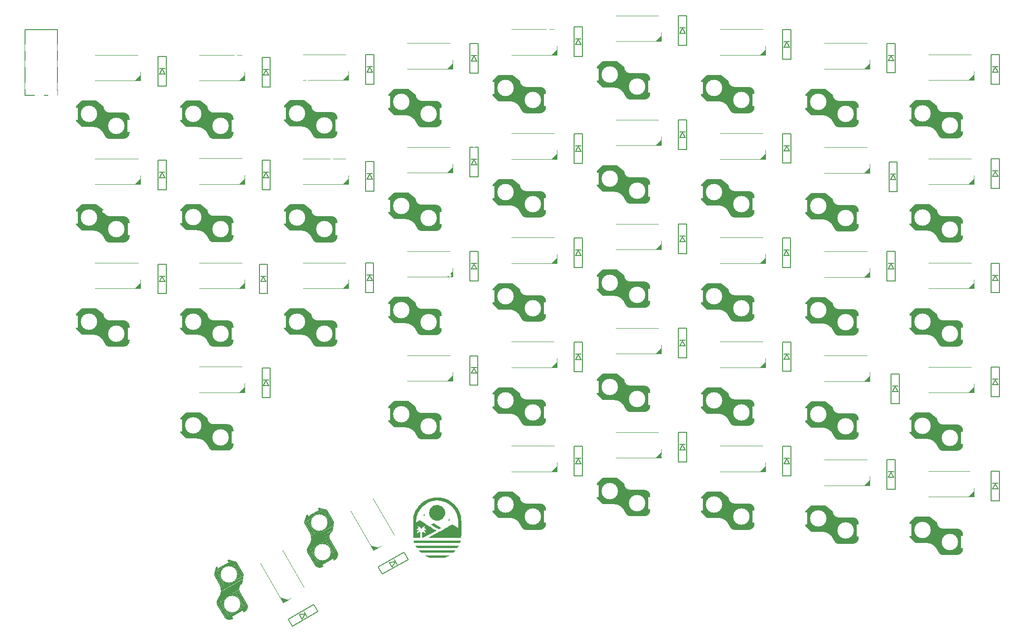
<source format=gbo>
G04 #@! TF.GenerationSoftware,KiCad,Pcbnew,8.0.6-8.0.6-0~ubuntu24.04.1*
G04 #@! TF.CreationDate,2024-10-27T13:02:52+01:00*
G04 #@! TF.ProjectId,NomadKeyboard,4e6f6d61-644b-4657-9962-6f6172642e6b,rev?*
G04 #@! TF.SameCoordinates,Original*
G04 #@! TF.FileFunction,Legend,Bot*
G04 #@! TF.FilePolarity,Positive*
%FSLAX46Y46*%
G04 Gerber Fmt 4.6, Leading zero omitted, Abs format (unit mm)*
G04 Created by KiCad (PCBNEW 8.0.6-8.0.6-0~ubuntu24.04.1) date 2024-10-27 13:02:52*
%MOMM*%
%LPD*%
G01*
G04 APERTURE LIST*
G04 Aperture macros list*
%AMRotRect*
0 Rectangle, with rotation*
0 The origin of the aperture is its center*
0 $1 length*
0 $2 width*
0 $3 Rotation angle, in degrees counterclockwise*
0 Add horizontal line*
21,1,$1,$2,0,0,$3*%
G04 Aperture macros list end*
%ADD10C,0.150000*%
%ADD11C,0.120000*%
%ADD12C,0.100000*%
%ADD13C,0.000000*%
%ADD14R,2.000000X2.000000*%
%ADD15C,2.000000*%
%ADD16R,3.200000X2.000000*%
%ADD17C,1.200000*%
%ADD18O,1.700000X2.500000*%
%ADD19R,0.950000X1.300000*%
%ADD20RotRect,1.300000X0.950000X210.000000*%
%ADD21C,1.800000*%
%ADD22C,1.000000*%
%ADD23C,3.000000*%
%ADD24C,3.400000*%
%ADD25R,1.700000X1.000000*%
%ADD26R,1.600000X2.200000*%
%ADD27RotRect,1.700000X1.000000X120.000000*%
%ADD28RotRect,1.600000X2.200000X120.000000*%
%ADD29C,4.700000*%
%ADD30R,1.524000X1.524000*%
%ADD31C,1.524000*%
%ADD32C,0.550000*%
G04 APERTURE END LIST*
D10*
X46739120Y-40502640D02*
X52739120Y-40502640D01*
X46739120Y-52502640D02*
X46739120Y-40502640D01*
X52739120Y-40502640D02*
X52739120Y-52502640D01*
X52739120Y-52502640D02*
X46739120Y-52502640D01*
X109009120Y-45082640D02*
X109009120Y-50482640D01*
X109009120Y-50482640D02*
X110509120Y-50482640D01*
X109259120Y-48282640D02*
X109759120Y-47382640D01*
X109759120Y-47382640D02*
X110259120Y-48282640D01*
X110259120Y-47282640D02*
X109259120Y-47282640D01*
X110259120Y-48282640D02*
X109259120Y-48282640D01*
X110509120Y-45082640D02*
X109009120Y-45082640D01*
X110509120Y-50482640D02*
X110509120Y-45082640D01*
X128059120Y-43042640D02*
X128059120Y-48442640D01*
X128059120Y-48442640D02*
X129559120Y-48442640D01*
X128309120Y-46242640D02*
X128809120Y-45342640D01*
X128809120Y-45342640D02*
X129309120Y-46242640D01*
X129309120Y-45242640D02*
X128309120Y-45242640D01*
X129309120Y-46242640D02*
X128309120Y-46242640D01*
X129559120Y-43042640D02*
X128059120Y-43042640D01*
X129559120Y-48442640D02*
X129559120Y-43042640D01*
X147109100Y-40005100D02*
X147109100Y-45405100D01*
X147109100Y-45405100D02*
X148609100Y-45405100D01*
X147359100Y-43205100D02*
X147859100Y-42305100D01*
X147859100Y-42305100D02*
X148359100Y-43205100D01*
X148359100Y-42205100D02*
X147359100Y-42205100D01*
X148359100Y-43205100D02*
X147359100Y-43205100D01*
X148609100Y-40005100D02*
X147109100Y-40005100D01*
X148609100Y-45405100D02*
X148609100Y-40005100D01*
X166169120Y-38002640D02*
X166169120Y-43402640D01*
X166169120Y-43402640D02*
X167669120Y-43402640D01*
X166419120Y-41202640D02*
X166919120Y-40302640D01*
X166919120Y-40302640D02*
X167419120Y-41202640D01*
X167419120Y-40202640D02*
X166419120Y-40202640D01*
X167419120Y-41202640D02*
X166419120Y-41202640D01*
X167669120Y-38002640D02*
X166169120Y-38002640D01*
X167669120Y-43402640D02*
X167669120Y-38002640D01*
X185199120Y-40492640D02*
X185199120Y-45892640D01*
X185199120Y-45892640D02*
X186699120Y-45892640D01*
X185449120Y-43692640D02*
X185949120Y-42792640D01*
X185949120Y-42792640D02*
X186449120Y-43692640D01*
X186449120Y-42692640D02*
X185449120Y-42692640D01*
X186449120Y-43692640D02*
X185449120Y-43692640D01*
X186699120Y-40492640D02*
X185199120Y-40492640D01*
X186699120Y-45892640D02*
X186699120Y-40492640D01*
X204259120Y-43022640D02*
X204259120Y-48422640D01*
X204259120Y-48422640D02*
X205759120Y-48422640D01*
X204509120Y-46222640D02*
X205009120Y-45322640D01*
X205009120Y-45322640D02*
X205509120Y-46222640D01*
X205509120Y-45222640D02*
X204509120Y-45222640D01*
X205509120Y-46222640D02*
X204509120Y-46222640D01*
X205759120Y-43022640D02*
X204259120Y-43022640D01*
X205759120Y-48422640D02*
X205759120Y-43022640D01*
X108988200Y-83205300D02*
X108988200Y-88605300D01*
X108988200Y-88605300D02*
X110488200Y-88605300D01*
X109238200Y-86405300D02*
X109738200Y-85505300D01*
X109738200Y-85505300D02*
X110238200Y-86405300D01*
X110238200Y-85405300D02*
X109238200Y-85405300D01*
X110238200Y-86405300D02*
X109238200Y-86405300D01*
X110488200Y-83205300D02*
X108988200Y-83205300D01*
X110488200Y-88605300D02*
X110488200Y-83205300D01*
X94840851Y-148358121D02*
X95590851Y-149657159D01*
X95590851Y-149657159D02*
X100267389Y-146957159D01*
X96871107Y-147474627D02*
X97900530Y-147457640D01*
X97371107Y-148340653D02*
X96871107Y-147474627D01*
X97900530Y-147457640D02*
X97371107Y-148340653D01*
X98237133Y-147840653D02*
X97737133Y-146974627D01*
X99517389Y-145658121D02*
X94840851Y-148358121D01*
X100267389Y-146957159D02*
X99517389Y-145658121D01*
X111330851Y-138818121D02*
X112080851Y-140117159D01*
X112080851Y-140117159D02*
X116757389Y-137417159D01*
X113361107Y-137934627D02*
X114390530Y-137917640D01*
X113861107Y-138800653D02*
X113361107Y-137934627D01*
X114390530Y-137917640D02*
X113861107Y-138800653D01*
X114727133Y-138300653D02*
X114227133Y-137434627D01*
X116007389Y-136118121D02*
X111330851Y-138818121D01*
X116757389Y-137417159D02*
X116007389Y-136118121D01*
X147109100Y-116705100D02*
X147109100Y-122105100D01*
X147109100Y-122105100D02*
X148609100Y-122105100D01*
X147359100Y-119905100D02*
X147859100Y-119005100D01*
X147859100Y-119005100D02*
X148359100Y-119905100D01*
X148359100Y-118905100D02*
X147359100Y-118905100D01*
X148359100Y-119905100D02*
X147359100Y-119905100D01*
X148609100Y-116705100D02*
X147109100Y-116705100D01*
X148609100Y-122105100D02*
X148609100Y-116705100D01*
X94189100Y-54502600D02*
X94189100Y-57102600D01*
X94189100Y-54502600D02*
X95214100Y-53477600D01*
X94189100Y-57102600D02*
X95214100Y-58127600D01*
X94339100Y-57252600D02*
X94339100Y-54352600D01*
X94489100Y-57352600D02*
X94489100Y-54202600D01*
X94639100Y-57552600D02*
X94639100Y-54052600D01*
X94789100Y-57702600D02*
X94789100Y-53902600D01*
X94939100Y-57852600D02*
X94939100Y-53752600D01*
X95089100Y-57952600D02*
X95089100Y-53602600D01*
X95239100Y-58102600D02*
X95239100Y-53502600D01*
X95389100Y-58102600D02*
X95389100Y-53502600D01*
X95539100Y-58102600D02*
X95539100Y-53502600D01*
X95689100Y-58102600D02*
X95689100Y-53502600D01*
X95839100Y-58102600D02*
X95839100Y-53502600D01*
X95989100Y-58102600D02*
X95989100Y-53502600D01*
X96139100Y-58102600D02*
X96139100Y-53502600D01*
X96289100Y-58102600D02*
X96289100Y-53502600D01*
X96439100Y-58102600D02*
X96439100Y-53502600D01*
X96589100Y-58102600D02*
X96589100Y-53502600D01*
X96739100Y-58102600D02*
X96739100Y-53502600D01*
X96889100Y-58102600D02*
X96889100Y-53502600D01*
X97039100Y-58102600D02*
X97039100Y-53502600D01*
X97189100Y-58102600D02*
X97189100Y-53502600D01*
X97189100Y-58127600D02*
X95214100Y-58127600D01*
X97339100Y-58102600D02*
X97339100Y-53552600D01*
X97489100Y-58152600D02*
X97489100Y-53502600D01*
D11*
X97589100Y-49753600D02*
X105889100Y-49753600D01*
D10*
X97639100Y-58152600D02*
X97639100Y-53502600D01*
X97764100Y-53477600D02*
X95214100Y-53477600D01*
X97764100Y-53477600D02*
X99039100Y-54502600D01*
X97789100Y-58152600D02*
X97789100Y-53552600D01*
X97939100Y-58202600D02*
X97939100Y-53652600D01*
X98089100Y-58302600D02*
X98089100Y-53752600D01*
X98239100Y-58352600D02*
X98239100Y-53902600D01*
X98389100Y-58452600D02*
X98389100Y-54002600D01*
X98539100Y-58552600D02*
X98539100Y-54152600D01*
X98689100Y-58652600D02*
X98689100Y-54252600D01*
X98839100Y-58802600D02*
X98839100Y-54352600D01*
X98989100Y-58952600D02*
X98989100Y-54502600D01*
X99089100Y-59152600D02*
X99089100Y-55002600D01*
X99189100Y-59302600D02*
X99189100Y-55152600D01*
X99289100Y-59502600D02*
X99289100Y-55352600D01*
X99389100Y-59652600D02*
X99389100Y-55452600D01*
X99489100Y-59902600D02*
X99489100Y-55502600D01*
X99589100Y-60052600D02*
X99589100Y-55552600D01*
X99739100Y-60152600D02*
X99739100Y-55602600D01*
X99889100Y-60252600D02*
X99889100Y-55702600D01*
X100039100Y-60302600D02*
X100039100Y-55702600D01*
X100189100Y-60302600D02*
X100189100Y-55702600D01*
X100339100Y-60302600D02*
X100339100Y-55752600D01*
X100489100Y-60302600D02*
X100489100Y-55702600D01*
X100639100Y-60302600D02*
X100639100Y-55702600D01*
X100789100Y-60302600D02*
X100789100Y-55702600D01*
X100939100Y-60302600D02*
X100939100Y-55702600D01*
X101089100Y-60302600D02*
X101089100Y-55702600D01*
X101239100Y-60302600D02*
X101239100Y-55702600D01*
X101389100Y-60302600D02*
X101389100Y-55702600D01*
X101539100Y-60302600D02*
X101539100Y-55702600D01*
X101689100Y-60302600D02*
X101689100Y-55702600D01*
X101839100Y-60302600D02*
X101839100Y-55702600D01*
X101989100Y-60302600D02*
X101989100Y-55702600D01*
X102139100Y-60302600D02*
X102139100Y-55702600D01*
X102289100Y-60302600D02*
X102289100Y-55702600D01*
X102439100Y-60302600D02*
X102439100Y-55702600D01*
X102589100Y-60302600D02*
X102589100Y-55702600D01*
X102739100Y-60302600D02*
X102739100Y-55702600D01*
X102789100Y-55677600D02*
X100214100Y-55677600D01*
X102789100Y-60327600D02*
X100189100Y-60327600D01*
X102889100Y-60302600D02*
X102889100Y-55752600D01*
X103039100Y-60252600D02*
X103039100Y-55752600D01*
X103189100Y-60202600D02*
X103189100Y-55802600D01*
X103339100Y-60102600D02*
X103339100Y-55902600D01*
X103439100Y-60002600D02*
X103439100Y-56052600D01*
X103539100Y-59902600D02*
X103539100Y-56152600D01*
X103639100Y-59752600D02*
X103639100Y-56202600D01*
X103789100Y-56677600D02*
X103789100Y-59327600D01*
D11*
X105389100Y-45053600D02*
X97589100Y-45053600D01*
X105889100Y-49753600D02*
X105889100Y-48102600D01*
D10*
X97189100Y-58127600D02*
G75*
G02*
X99326901Y-59624504I0J-2275000D01*
G01*
X100188105Y-60326391D02*
G75*
G02*
X99326897Y-59624505I38795J926891D01*
G01*
X100214100Y-55677600D02*
G75*
G02*
X99039100Y-54502600I0J1175000D01*
G01*
X102789100Y-55677600D02*
G75*
G02*
X103789100Y-56677600I1J-999999D01*
G01*
X103789100Y-59327600D02*
G75*
G02*
X102789100Y-60327600I-999999J-1D01*
G01*
D12*
X105889100Y-49753600D02*
X104881100Y-49753600D01*
X105889100Y-48737600D01*
X105889100Y-49753600D01*
G36*
X105889100Y-49753600D02*
G01*
X104881100Y-49753600D01*
X105889100Y-48737600D01*
X105889100Y-49753600D01*
G37*
D10*
X151350000Y-47400000D02*
X151350000Y-50000000D01*
X151350000Y-47400000D02*
X152375000Y-46375000D01*
X151350000Y-50000000D02*
X152375000Y-51025000D01*
X151500000Y-50150000D02*
X151500000Y-47250000D01*
X151650000Y-50250000D02*
X151650000Y-47100000D01*
X151800000Y-50450000D02*
X151800000Y-46950000D01*
X151950000Y-50600000D02*
X151950000Y-46800000D01*
X152100000Y-50750000D02*
X152100000Y-46650000D01*
X152250000Y-50850000D02*
X152250000Y-46500000D01*
X152400000Y-51000000D02*
X152400000Y-46400000D01*
X152550000Y-51000000D02*
X152550000Y-46400000D01*
X152700000Y-51000000D02*
X152700000Y-46400000D01*
X152850000Y-51000000D02*
X152850000Y-46400000D01*
X153000000Y-51000000D02*
X153000000Y-46400000D01*
X153150000Y-51000000D02*
X153150000Y-46400000D01*
X153300000Y-51000000D02*
X153300000Y-46400000D01*
X153450000Y-51000000D02*
X153450000Y-46400000D01*
X153600000Y-51000000D02*
X153600000Y-46400000D01*
X153750000Y-51000000D02*
X153750000Y-46400000D01*
X153900000Y-51000000D02*
X153900000Y-46400000D01*
X154050000Y-51000000D02*
X154050000Y-46400000D01*
X154200000Y-51000000D02*
X154200000Y-46400000D01*
X154350000Y-51000000D02*
X154350000Y-46400000D01*
X154350000Y-51025000D02*
X152375000Y-51025000D01*
X154500000Y-51000000D02*
X154500000Y-46450000D01*
X154650000Y-51050000D02*
X154650000Y-46400000D01*
D11*
X154750000Y-42651000D02*
X163050000Y-42651000D01*
D10*
X154800000Y-51050000D02*
X154800000Y-46400000D01*
X154925000Y-46375000D02*
X152375000Y-46375000D01*
X154925000Y-46375000D02*
X156200000Y-47400000D01*
X154950000Y-51050000D02*
X154950000Y-46450000D01*
X155100000Y-51100000D02*
X155100000Y-46550000D01*
X155250000Y-51200000D02*
X155250000Y-46650000D01*
X155400000Y-51250000D02*
X155400000Y-46800000D01*
X155550000Y-51350000D02*
X155550000Y-46900000D01*
X155700000Y-51450000D02*
X155700000Y-47050000D01*
X155850000Y-51550000D02*
X155850000Y-47150000D01*
X156000000Y-51700000D02*
X156000000Y-47250000D01*
X156150000Y-51850000D02*
X156150000Y-47400000D01*
X156250000Y-52050000D02*
X156250000Y-47900000D01*
X156350000Y-52200000D02*
X156350000Y-48050000D01*
X156450000Y-52400000D02*
X156450000Y-48250000D01*
X156550000Y-52550000D02*
X156550000Y-48350000D01*
X156650000Y-52800000D02*
X156650000Y-48400000D01*
X156750000Y-52950000D02*
X156750000Y-48450000D01*
X156900000Y-53050000D02*
X156900000Y-48500000D01*
X157050000Y-53150000D02*
X157050000Y-48600000D01*
X157200000Y-53200000D02*
X157200000Y-48600000D01*
X157350000Y-53200000D02*
X157350000Y-48600000D01*
X157500000Y-53200000D02*
X157500000Y-48650000D01*
X157650000Y-53200000D02*
X157650000Y-48600000D01*
X157800000Y-53200000D02*
X157800000Y-48600000D01*
X157950000Y-53200000D02*
X157950000Y-48600000D01*
X158100000Y-53200000D02*
X158100000Y-48600000D01*
X158250000Y-53200000D02*
X158250000Y-48600000D01*
X158400000Y-53200000D02*
X158400000Y-48600000D01*
X158550000Y-53200000D02*
X158550000Y-48600000D01*
X158700000Y-53200000D02*
X158700000Y-48600000D01*
X158850000Y-53200000D02*
X158850000Y-48600000D01*
X159000000Y-53200000D02*
X159000000Y-48600000D01*
X159150000Y-53200000D02*
X159150000Y-48600000D01*
X159300000Y-53200000D02*
X159300000Y-48600000D01*
X159450000Y-53200000D02*
X159450000Y-48600000D01*
X159600000Y-53200000D02*
X159600000Y-48600000D01*
X159750000Y-53200000D02*
X159750000Y-48600000D01*
X159900000Y-53200000D02*
X159900000Y-48600000D01*
X159950000Y-48575000D02*
X157375000Y-48575000D01*
X159950000Y-53225000D02*
X157350000Y-53225000D01*
X160050000Y-53200000D02*
X160050000Y-48650000D01*
X160200000Y-53150000D02*
X160200000Y-48650000D01*
X160350000Y-53100000D02*
X160350000Y-48700000D01*
X160500000Y-53000000D02*
X160500000Y-48800000D01*
X160600000Y-52900000D02*
X160600000Y-48950000D01*
X160700000Y-52800000D02*
X160700000Y-49050000D01*
X160800000Y-52650000D02*
X160800000Y-49100000D01*
X160950000Y-49575000D02*
X160950000Y-52225000D01*
D11*
X162550000Y-37951000D02*
X154750000Y-37951000D01*
X163050000Y-42651000D02*
X163050000Y-41000000D01*
D10*
X154350000Y-51025000D02*
G75*
G02*
X156487801Y-52521904I0J-2275000D01*
G01*
X157349005Y-53223791D02*
G75*
G02*
X156487797Y-52521905I38795J926891D01*
G01*
X157375000Y-48575000D02*
G75*
G02*
X156200000Y-47400000I0J1175000D01*
G01*
X159950000Y-48575000D02*
G75*
G02*
X160950000Y-49575000I1J-999999D01*
G01*
X160950000Y-52225000D02*
G75*
G02*
X159950000Y-53225000I-999999J-1D01*
G01*
D12*
X163050000Y-42651000D02*
X162042000Y-42651000D01*
X163050000Y-41635000D01*
X163050000Y-42651000D01*
G36*
X163050000Y-42651000D02*
G01*
X162042000Y-42651000D01*
X163050000Y-41635000D01*
X163050000Y-42651000D01*
G37*
D10*
X94189100Y-92602600D02*
X94189100Y-95202600D01*
X94189100Y-92602600D02*
X95214100Y-91577600D01*
X94189100Y-95202600D02*
X95214100Y-96227600D01*
X94339100Y-95352600D02*
X94339100Y-92452600D01*
X94489100Y-95452600D02*
X94489100Y-92302600D01*
X94639100Y-95652600D02*
X94639100Y-92152600D01*
X94789100Y-95802600D02*
X94789100Y-92002600D01*
X94939100Y-95952600D02*
X94939100Y-91852600D01*
X95089100Y-96052600D02*
X95089100Y-91702600D01*
X95239100Y-96202600D02*
X95239100Y-91602600D01*
X95389100Y-96202600D02*
X95389100Y-91602600D01*
X95539100Y-96202600D02*
X95539100Y-91602600D01*
X95689100Y-96202600D02*
X95689100Y-91602600D01*
X95839100Y-96202600D02*
X95839100Y-91602600D01*
X95989100Y-96202600D02*
X95989100Y-91602600D01*
X96139100Y-96202600D02*
X96139100Y-91602600D01*
X96289100Y-96202600D02*
X96289100Y-91602600D01*
X96439100Y-96202600D02*
X96439100Y-91602600D01*
X96589100Y-96202600D02*
X96589100Y-91602600D01*
X96739100Y-96202600D02*
X96739100Y-91602600D01*
X96889100Y-96202600D02*
X96889100Y-91602600D01*
X97039100Y-96202600D02*
X97039100Y-91602600D01*
X97189100Y-96202600D02*
X97189100Y-91602600D01*
X97189100Y-96227600D02*
X95214100Y-96227600D01*
X97339100Y-96202600D02*
X97339100Y-91652600D01*
X97489100Y-96252600D02*
X97489100Y-91602600D01*
D11*
X97589100Y-87853600D02*
X105889100Y-87853600D01*
D10*
X97639100Y-96252600D02*
X97639100Y-91602600D01*
X97764100Y-91577600D02*
X95214100Y-91577600D01*
X97764100Y-91577600D02*
X99039100Y-92602600D01*
X97789100Y-96252600D02*
X97789100Y-91652600D01*
X97939100Y-96302600D02*
X97939100Y-91752600D01*
X98089100Y-96402600D02*
X98089100Y-91852600D01*
X98239100Y-96452600D02*
X98239100Y-92002600D01*
X98389100Y-96552600D02*
X98389100Y-92102600D01*
X98539100Y-96652600D02*
X98539100Y-92252600D01*
X98689100Y-96752600D02*
X98689100Y-92352600D01*
X98839100Y-96902600D02*
X98839100Y-92452600D01*
X98989100Y-97052600D02*
X98989100Y-92602600D01*
X99089100Y-97252600D02*
X99089100Y-93102600D01*
X99189100Y-97402600D02*
X99189100Y-93252600D01*
X99289100Y-97602600D02*
X99289100Y-93452600D01*
X99389100Y-97752600D02*
X99389100Y-93552600D01*
X99489100Y-98002600D02*
X99489100Y-93602600D01*
X99589100Y-98152600D02*
X99589100Y-93652600D01*
X99739100Y-98252600D02*
X99739100Y-93702600D01*
X99889100Y-98352600D02*
X99889100Y-93802600D01*
X100039100Y-98402600D02*
X100039100Y-93802600D01*
X100189100Y-98402600D02*
X100189100Y-93802600D01*
X100339100Y-98402600D02*
X100339100Y-93852600D01*
X100489100Y-98402600D02*
X100489100Y-93802600D01*
X100639100Y-98402600D02*
X100639100Y-93802600D01*
X100789100Y-98402600D02*
X100789100Y-93802600D01*
X100939100Y-98402600D02*
X100939100Y-93802600D01*
X101089100Y-98402600D02*
X101089100Y-93802600D01*
X101239100Y-98402600D02*
X101239100Y-93802600D01*
X101389100Y-98402600D02*
X101389100Y-93802600D01*
X101539100Y-98402600D02*
X101539100Y-93802600D01*
X101689100Y-98402600D02*
X101689100Y-93802600D01*
X101839100Y-98402600D02*
X101839100Y-93802600D01*
X101989100Y-98402600D02*
X101989100Y-93802600D01*
X102139100Y-98402600D02*
X102139100Y-93802600D01*
X102289100Y-98402600D02*
X102289100Y-93802600D01*
X102439100Y-98402600D02*
X102439100Y-93802600D01*
X102589100Y-98402600D02*
X102589100Y-93802600D01*
X102739100Y-98402600D02*
X102739100Y-93802600D01*
X102789100Y-93777600D02*
X100214100Y-93777600D01*
X102789100Y-98427600D02*
X100189100Y-98427600D01*
X102889100Y-98402600D02*
X102889100Y-93852600D01*
X103039100Y-98352600D02*
X103039100Y-93852600D01*
X103189100Y-98302600D02*
X103189100Y-93902600D01*
X103339100Y-98202600D02*
X103339100Y-94002600D01*
X103439100Y-98102600D02*
X103439100Y-94152600D01*
X103539100Y-98002600D02*
X103539100Y-94252600D01*
X103639100Y-97852600D02*
X103639100Y-94302600D01*
X103789100Y-94777600D02*
X103789100Y-97427600D01*
D11*
X105389100Y-83153600D02*
X97589100Y-83153600D01*
X105889100Y-87853600D02*
X105889100Y-86202600D01*
D10*
X97189100Y-96227600D02*
G75*
G02*
X99326901Y-97724504I0J-2275000D01*
G01*
X100188105Y-98426391D02*
G75*
G02*
X99326897Y-97724505I38795J926891D01*
G01*
X100214100Y-93777600D02*
G75*
G02*
X99039100Y-92602600I0J1175000D01*
G01*
X102789100Y-93777600D02*
G75*
G02*
X103789100Y-94777600I1J-999999D01*
G01*
X103789100Y-97427600D02*
G75*
G02*
X102789100Y-98427600I-999999J-1D01*
G01*
D12*
X105889100Y-87853600D02*
X104881100Y-87853600D01*
X105889100Y-86837600D01*
X105889100Y-87853600D01*
G36*
X105889100Y-87853600D02*
G01*
X104881100Y-87853600D01*
X105889100Y-86837600D01*
X105889100Y-87853600D01*
G37*
D10*
X113239100Y-71452600D02*
X113239100Y-74052600D01*
X113239100Y-71452600D02*
X114264100Y-70427600D01*
X113239100Y-74052600D02*
X114264100Y-75077600D01*
X113389100Y-74202600D02*
X113389100Y-71302600D01*
X113539100Y-74302600D02*
X113539100Y-71152600D01*
X113689100Y-74502600D02*
X113689100Y-71002600D01*
X113839100Y-74652600D02*
X113839100Y-70852600D01*
X113989100Y-74802600D02*
X113989100Y-70702600D01*
X114139100Y-74902600D02*
X114139100Y-70552600D01*
X114289100Y-75052600D02*
X114289100Y-70452600D01*
X114439100Y-75052600D02*
X114439100Y-70452600D01*
X114589100Y-75052600D02*
X114589100Y-70452600D01*
X114739100Y-75052600D02*
X114739100Y-70452600D01*
X114889100Y-75052600D02*
X114889100Y-70452600D01*
X115039100Y-75052600D02*
X115039100Y-70452600D01*
X115189100Y-75052600D02*
X115189100Y-70452600D01*
X115339100Y-75052600D02*
X115339100Y-70452600D01*
X115489100Y-75052600D02*
X115489100Y-70452600D01*
X115639100Y-75052600D02*
X115639100Y-70452600D01*
X115789100Y-75052600D02*
X115789100Y-70452600D01*
X115939100Y-75052600D02*
X115939100Y-70452600D01*
X116089100Y-75052600D02*
X116089100Y-70452600D01*
X116239100Y-75052600D02*
X116239100Y-70452600D01*
X116239100Y-75077600D02*
X114264100Y-75077600D01*
X116389100Y-75052600D02*
X116389100Y-70502600D01*
X116539100Y-75102600D02*
X116539100Y-70452600D01*
D11*
X116639100Y-66703600D02*
X124939100Y-66703600D01*
D10*
X116689100Y-75102600D02*
X116689100Y-70452600D01*
X116814100Y-70427600D02*
X114264100Y-70427600D01*
X116814100Y-70427600D02*
X118089100Y-71452600D01*
X116839100Y-75102600D02*
X116839100Y-70502600D01*
X116989100Y-75152600D02*
X116989100Y-70602600D01*
X117139100Y-75252600D02*
X117139100Y-70702600D01*
X117289100Y-75302600D02*
X117289100Y-70852600D01*
X117439100Y-75402600D02*
X117439100Y-70952600D01*
X117589100Y-75502600D02*
X117589100Y-71102600D01*
X117739100Y-75602600D02*
X117739100Y-71202600D01*
X117889100Y-75752600D02*
X117889100Y-71302600D01*
X118039100Y-75902600D02*
X118039100Y-71452600D01*
X118139100Y-76102600D02*
X118139100Y-71952600D01*
X118239100Y-76252600D02*
X118239100Y-72102600D01*
X118339100Y-76452600D02*
X118339100Y-72302600D01*
X118439100Y-76602600D02*
X118439100Y-72402600D01*
X118539100Y-76852600D02*
X118539100Y-72452600D01*
X118639100Y-77002600D02*
X118639100Y-72502600D01*
X118789100Y-77102600D02*
X118789100Y-72552600D01*
X118939100Y-77202600D02*
X118939100Y-72652600D01*
X119089100Y-77252600D02*
X119089100Y-72652600D01*
X119239100Y-77252600D02*
X119239100Y-72652600D01*
X119389100Y-77252600D02*
X119389100Y-72702600D01*
X119539100Y-77252600D02*
X119539100Y-72652600D01*
X119689100Y-77252600D02*
X119689100Y-72652600D01*
X119839100Y-77252600D02*
X119839100Y-72652600D01*
X119989100Y-77252600D02*
X119989100Y-72652600D01*
X120139100Y-77252600D02*
X120139100Y-72652600D01*
X120289100Y-77252600D02*
X120289100Y-72652600D01*
X120439100Y-77252600D02*
X120439100Y-72652600D01*
X120589100Y-77252600D02*
X120589100Y-72652600D01*
X120739100Y-77252600D02*
X120739100Y-72652600D01*
X120889100Y-77252600D02*
X120889100Y-72652600D01*
X121039100Y-77252600D02*
X121039100Y-72652600D01*
X121189100Y-77252600D02*
X121189100Y-72652600D01*
X121339100Y-77252600D02*
X121339100Y-72652600D01*
X121489100Y-77252600D02*
X121489100Y-72652600D01*
X121639100Y-77252600D02*
X121639100Y-72652600D01*
X121789100Y-77252600D02*
X121789100Y-72652600D01*
X121839100Y-72627600D02*
X119264100Y-72627600D01*
X121839100Y-77277600D02*
X119239100Y-77277600D01*
X121939100Y-77252600D02*
X121939100Y-72702600D01*
X122089100Y-77202600D02*
X122089100Y-72702600D01*
X122239100Y-77152600D02*
X122239100Y-72752600D01*
X122389100Y-77052600D02*
X122389100Y-72852600D01*
X122489100Y-76952600D02*
X122489100Y-73002600D01*
X122589100Y-76852600D02*
X122589100Y-73102600D01*
X122689100Y-76702600D02*
X122689100Y-73152600D01*
X122839100Y-73627600D02*
X122839100Y-76277600D01*
D11*
X124439100Y-62003600D02*
X116639100Y-62003600D01*
X124939100Y-66703600D02*
X124939100Y-65052600D01*
D10*
X116239100Y-75077600D02*
G75*
G02*
X118376901Y-76574504I0J-2275000D01*
G01*
X119238105Y-77276391D02*
G75*
G02*
X118376897Y-76574505I38795J926891D01*
G01*
X119264100Y-72627600D02*
G75*
G02*
X118089100Y-71452600I0J1175000D01*
G01*
X121839100Y-72627600D02*
G75*
G02*
X122839100Y-73627600I1J-999999D01*
G01*
X122839100Y-76277600D02*
G75*
G02*
X121839100Y-77277600I-999999J-1D01*
G01*
D12*
X124939100Y-66703600D02*
X123931100Y-66703600D01*
X124939100Y-65687600D01*
X124939100Y-66703600D01*
G36*
X124939100Y-66703600D02*
G01*
X123931100Y-66703600D01*
X124939100Y-65687600D01*
X124939100Y-66703600D01*
G37*
D10*
X97902548Y-130734941D02*
X101886264Y-128434941D01*
X97957451Y-130530037D02*
X101724662Y-128355037D01*
X97969054Y-130350134D02*
X101519758Y-128300134D01*
X97977548Y-130864845D02*
X101961264Y-128564845D01*
X98023958Y-130145230D02*
X101314854Y-128245230D01*
X98052548Y-130994749D02*
X102036264Y-128694749D01*
X98078862Y-129940326D02*
X101109950Y-128190326D01*
X98127548Y-131124654D02*
X102111264Y-128824653D01*
X98177067Y-129710422D02*
X100905047Y-128135422D01*
X98188669Y-129530518D02*
X100700143Y-128080518D01*
X98202548Y-131254556D02*
X102186264Y-128954556D01*
X98243573Y-129325615D02*
X97868397Y-130725791D01*
X98277548Y-131384460D02*
X102261264Y-129084460D01*
X98352548Y-131514364D02*
X102336264Y-129214364D01*
X98365593Y-135836959D02*
X102306009Y-133561959D01*
X98377195Y-135657056D02*
X102317611Y-133382056D01*
X98388798Y-135477152D02*
X102285912Y-133227152D01*
X98397292Y-135991863D02*
X102381009Y-133691863D01*
X98427548Y-131644268D02*
X102411264Y-129344268D01*
X98468702Y-135315549D02*
X102279214Y-133115549D01*
X98472292Y-136121767D02*
X102456009Y-133821767D01*
X98502548Y-131774172D02*
X102486264Y-129474172D01*
X98547292Y-136251671D02*
X102487707Y-133976671D01*
X98577548Y-131904076D02*
X102561264Y-129604076D01*
X98622292Y-136381575D02*
X102606009Y-134081575D01*
X98635208Y-135103947D02*
X102272515Y-133003947D01*
X98652548Y-132033979D02*
X102636264Y-129733978D01*
X98697292Y-136511478D02*
X102681009Y-134211478D01*
X98715112Y-134942344D02*
X102309117Y-132867344D01*
X98727548Y-132163883D02*
X102711264Y-129863883D01*
X98772292Y-136641382D02*
X102756009Y-134341382D01*
X98802548Y-132293787D02*
X102786264Y-129993787D01*
X98838317Y-134755742D02*
X102432323Y-132680742D01*
X98847292Y-136771286D02*
X102831009Y-134471286D01*
X98855897Y-132436191D02*
X97868397Y-130725791D01*
X98877548Y-132423691D02*
X102861264Y-130123691D01*
X98918221Y-134594139D02*
X102512226Y-132519139D01*
X98922292Y-136901190D02*
X102906009Y-134601190D01*
X98952548Y-132553595D02*
X102892963Y-130278595D01*
X98984246Y-132708498D02*
X103011264Y-130383498D01*
X98997292Y-137031094D02*
X102981009Y-134731095D01*
X99041426Y-134407536D02*
X102895239Y-132182536D01*
X99059246Y-132838402D02*
X103086264Y-130513402D01*
X99072292Y-137160997D02*
X103056009Y-134860997D01*
X99096330Y-134202633D02*
X102950143Y-131977633D01*
X99134246Y-132968306D02*
X103117963Y-130668306D01*
X99147292Y-137290901D02*
X103131009Y-134990901D01*
X99151234Y-133997729D02*
X102961745Y-131797729D01*
X99154342Y-133303114D02*
X103094758Y-131028114D01*
X99162836Y-133817825D02*
X102973348Y-131617825D01*
X99165945Y-133123210D02*
X103106361Y-130848210D01*
X99174439Y-133637921D02*
X103028252Y-131412921D01*
X99186041Y-133458017D02*
X103039854Y-131233017D01*
X99222292Y-137420805D02*
X103206009Y-135120805D01*
X99297292Y-137550709D02*
X103281009Y-135250709D01*
X99372292Y-137680613D02*
X103356009Y-135380613D01*
X99447292Y-137810517D02*
X103431009Y-135510517D01*
X99522292Y-137940420D02*
X103506009Y-135640420D01*
X99597292Y-138070324D02*
X103581009Y-135770324D01*
X99672292Y-138200228D02*
X103656009Y-135900228D01*
X99747292Y-138330132D02*
X103731009Y-136030132D01*
X99750641Y-138385933D02*
X98450641Y-136134267D01*
X99822292Y-138460036D02*
X103762707Y-136185036D01*
X99940593Y-138564939D02*
X103837707Y-136314939D01*
X100058894Y-138669843D02*
X103869406Y-136469843D01*
X100220497Y-138749747D02*
X103857803Y-136649747D01*
X100357099Y-138786350D02*
X103777900Y-136811350D01*
X100493702Y-138822952D02*
X103741297Y-136947952D01*
X100495239Y-128025615D02*
X98243573Y-129325615D01*
X100495239Y-128025615D02*
X101895415Y-128400791D01*
X100673606Y-138834555D02*
X103747996Y-137059555D01*
X103170415Y-130609155D02*
X101895415Y-128400791D01*
X103170415Y-130609155D02*
X102920239Y-132225838D01*
X103411634Y-137426958D02*
X101116666Y-138751958D01*
X103777659Y-136060933D02*
X102490159Y-133830918D01*
D11*
X106307994Y-128595601D02*
X110457994Y-135783612D01*
X110457994Y-135783612D02*
X111887802Y-134958112D01*
X114278313Y-133000599D02*
X110378313Y-126245601D01*
D10*
X98451191Y-136132801D02*
G75*
G02*
X98628438Y-135036030I822108J429848D01*
G01*
X98855897Y-132436191D02*
G75*
G02*
X98628441Y-135036033I-1970208J-1137500D01*
G01*
X101116666Y-138751958D02*
G75*
G02*
X99750640Y-138385933I-500001J866023D01*
G01*
X102490159Y-133830918D02*
G75*
G02*
X102920239Y-132225838I1017580J587500D01*
G01*
X103777659Y-136060933D02*
G75*
G02*
X103411634Y-137426958I-866024J-500000D01*
G01*
D12*
X111337875Y-135275612D02*
X110457994Y-135783612D01*
X109953994Y-134910658D01*
X111337875Y-135275612D01*
G36*
X111337875Y-135275612D02*
G01*
X110457994Y-135783612D01*
X109953994Y-134910658D01*
X111337875Y-135275612D01*
G37*
D10*
X151350000Y-104550000D02*
X151350000Y-107150000D01*
X151350000Y-104550000D02*
X152375000Y-103525000D01*
X151350000Y-107150000D02*
X152375000Y-108175000D01*
X151500000Y-107300000D02*
X151500000Y-104400000D01*
X151650000Y-107400000D02*
X151650000Y-104250000D01*
X151800000Y-107600000D02*
X151800000Y-104100000D01*
X151950000Y-107750000D02*
X151950000Y-103950000D01*
X152100000Y-107900000D02*
X152100000Y-103800000D01*
X152250000Y-108000000D02*
X152250000Y-103650000D01*
X152400000Y-108150000D02*
X152400000Y-103550000D01*
X152550000Y-108150000D02*
X152550000Y-103550000D01*
X152700000Y-108150000D02*
X152700000Y-103550000D01*
X152850000Y-108150000D02*
X152850000Y-103550000D01*
X153000000Y-108150000D02*
X153000000Y-103550000D01*
X153150000Y-108150000D02*
X153150000Y-103550000D01*
X153300000Y-108150000D02*
X153300000Y-103550000D01*
X153450000Y-108150000D02*
X153450000Y-103550000D01*
X153600000Y-108150000D02*
X153600000Y-103550000D01*
X153750000Y-108150000D02*
X153750000Y-103550000D01*
X153900000Y-108150000D02*
X153900000Y-103550000D01*
X154050000Y-108150000D02*
X154050000Y-103550000D01*
X154200000Y-108150000D02*
X154200000Y-103550000D01*
X154350000Y-108150000D02*
X154350000Y-103550000D01*
X154350000Y-108175000D02*
X152375000Y-108175000D01*
X154500000Y-108150000D02*
X154500000Y-103600000D01*
X154650000Y-108200000D02*
X154650000Y-103550000D01*
D11*
X154750000Y-99801000D02*
X163050000Y-99801000D01*
D10*
X154800000Y-108200000D02*
X154800000Y-103550000D01*
X154925000Y-103525000D02*
X152375000Y-103525000D01*
X154925000Y-103525000D02*
X156200000Y-104550000D01*
X154950000Y-108200000D02*
X154950000Y-103600000D01*
X155100000Y-108250000D02*
X155100000Y-103700000D01*
X155250000Y-108350000D02*
X155250000Y-103800000D01*
X155400000Y-108400000D02*
X155400000Y-103950000D01*
X155550000Y-108500000D02*
X155550000Y-104050000D01*
X155700000Y-108600000D02*
X155700000Y-104200000D01*
X155850000Y-108700000D02*
X155850000Y-104300000D01*
X156000000Y-108850000D02*
X156000000Y-104400000D01*
X156150000Y-109000000D02*
X156150000Y-104550000D01*
X156250000Y-109200000D02*
X156250000Y-105050000D01*
X156350000Y-109350000D02*
X156350000Y-105200000D01*
X156450000Y-109550000D02*
X156450000Y-105400000D01*
X156550000Y-109700000D02*
X156550000Y-105500000D01*
X156650000Y-109950000D02*
X156650000Y-105550000D01*
X156750000Y-110100000D02*
X156750000Y-105600000D01*
X156900000Y-110200000D02*
X156900000Y-105650000D01*
X157050000Y-110300000D02*
X157050000Y-105750000D01*
X157200000Y-110350000D02*
X157200000Y-105750000D01*
X157350000Y-110350000D02*
X157350000Y-105750000D01*
X157500000Y-110350000D02*
X157500000Y-105800000D01*
X157650000Y-110350000D02*
X157650000Y-105750000D01*
X157800000Y-110350000D02*
X157800000Y-105750000D01*
X157950000Y-110350000D02*
X157950000Y-105750000D01*
X158100000Y-110350000D02*
X158100000Y-105750000D01*
X158250000Y-110350000D02*
X158250000Y-105750000D01*
X158400000Y-110350000D02*
X158400000Y-105750000D01*
X158550000Y-110350000D02*
X158550000Y-105750000D01*
X158700000Y-110350000D02*
X158700000Y-105750000D01*
X158850000Y-110350000D02*
X158850000Y-105750000D01*
X159000000Y-110350000D02*
X159000000Y-105750000D01*
X159150000Y-110350000D02*
X159150000Y-105750000D01*
X159300000Y-110350000D02*
X159300000Y-105750000D01*
X159450000Y-110350000D02*
X159450000Y-105750000D01*
X159600000Y-110350000D02*
X159600000Y-105750000D01*
X159750000Y-110350000D02*
X159750000Y-105750000D01*
X159900000Y-110350000D02*
X159900000Y-105750000D01*
X159950000Y-105725000D02*
X157375000Y-105725000D01*
X159950000Y-110375000D02*
X157350000Y-110375000D01*
X160050000Y-110350000D02*
X160050000Y-105800000D01*
X160200000Y-110300000D02*
X160200000Y-105800000D01*
X160350000Y-110250000D02*
X160350000Y-105850000D01*
X160500000Y-110150000D02*
X160500000Y-105950000D01*
X160600000Y-110050000D02*
X160600000Y-106100000D01*
X160700000Y-109950000D02*
X160700000Y-106200000D01*
X160800000Y-109800000D02*
X160800000Y-106250000D01*
X160950000Y-106725000D02*
X160950000Y-109375000D01*
D11*
X162550000Y-95101000D02*
X154750000Y-95101000D01*
X163050000Y-99801000D02*
X163050000Y-98150000D01*
D10*
X154350000Y-108175000D02*
G75*
G02*
X156487801Y-109671904I0J-2275000D01*
G01*
X157349005Y-110373791D02*
G75*
G02*
X156487797Y-109671905I38795J926891D01*
G01*
X157375000Y-105725000D02*
G75*
G02*
X156200000Y-104550000I0J1175000D01*
G01*
X159950000Y-105725000D02*
G75*
G02*
X160950000Y-106725000I1J-999999D01*
G01*
X160950000Y-109375000D02*
G75*
G02*
X159950000Y-110375000I-999999J-1D01*
G01*
D12*
X163050000Y-99801000D02*
X162042000Y-99801000D01*
X163050000Y-98785000D01*
X163050000Y-99801000D01*
G36*
X163050000Y-99801000D02*
G01*
X162042000Y-99801000D01*
X163050000Y-98785000D01*
X163050000Y-99801000D01*
G37*
D10*
X189450000Y-109602600D02*
X189450000Y-112202600D01*
X189450000Y-109602600D02*
X190475000Y-108577600D01*
X189450000Y-112202600D02*
X190475000Y-113227600D01*
X189600000Y-112352600D02*
X189600000Y-109452600D01*
X189750000Y-112452600D02*
X189750000Y-109302600D01*
X189900000Y-112652600D02*
X189900000Y-109152600D01*
X190050000Y-112802600D02*
X190050000Y-109002600D01*
X190200000Y-112952600D02*
X190200000Y-108852600D01*
X190350000Y-113052600D02*
X190350000Y-108702600D01*
X190500000Y-113202600D02*
X190500000Y-108602600D01*
X190650000Y-113202600D02*
X190650000Y-108602600D01*
X190800000Y-113202600D02*
X190800000Y-108602600D01*
X190950000Y-113202600D02*
X190950000Y-108602600D01*
X191100000Y-113202600D02*
X191100000Y-108602600D01*
X191250000Y-113202600D02*
X191250000Y-108602600D01*
X191400000Y-113202600D02*
X191400000Y-108602600D01*
X191550000Y-113202600D02*
X191550000Y-108602600D01*
X191700000Y-113202600D02*
X191700000Y-108602600D01*
X191850000Y-113202600D02*
X191850000Y-108602600D01*
X192000000Y-113202600D02*
X192000000Y-108602600D01*
X192150000Y-113202600D02*
X192150000Y-108602600D01*
X192300000Y-113202600D02*
X192300000Y-108602600D01*
X192450000Y-113202600D02*
X192450000Y-108602600D01*
X192450000Y-113227600D02*
X190475000Y-113227600D01*
X192600000Y-113202600D02*
X192600000Y-108652600D01*
X192750000Y-113252600D02*
X192750000Y-108602600D01*
D11*
X192850000Y-104853600D02*
X201150000Y-104853600D01*
D10*
X192900000Y-113252600D02*
X192900000Y-108602600D01*
X193025000Y-108577600D02*
X190475000Y-108577600D01*
X193025000Y-108577600D02*
X194300000Y-109602600D01*
X193050000Y-113252600D02*
X193050000Y-108652600D01*
X193200000Y-113302600D02*
X193200000Y-108752600D01*
X193350000Y-113402600D02*
X193350000Y-108852600D01*
X193500000Y-113452600D02*
X193500000Y-109002600D01*
X193650000Y-113552600D02*
X193650000Y-109102600D01*
X193800000Y-113652600D02*
X193800000Y-109252600D01*
X193950000Y-113752600D02*
X193950000Y-109352600D01*
X194100000Y-113902600D02*
X194100000Y-109452600D01*
X194250000Y-114052600D02*
X194250000Y-109602600D01*
X194350000Y-114252600D02*
X194350000Y-110102600D01*
X194450000Y-114402600D02*
X194450000Y-110252600D01*
X194550000Y-114602600D02*
X194550000Y-110452600D01*
X194650000Y-114752600D02*
X194650000Y-110552600D01*
X194750000Y-115002600D02*
X194750000Y-110602600D01*
X194850000Y-115152600D02*
X194850000Y-110652600D01*
X195000000Y-115252600D02*
X195000000Y-110702600D01*
X195150000Y-115352600D02*
X195150000Y-110802600D01*
X195300000Y-115402600D02*
X195300000Y-110802600D01*
X195450000Y-115402600D02*
X195450000Y-110802600D01*
X195600000Y-115402600D02*
X195600000Y-110852600D01*
X195750000Y-115402600D02*
X195750000Y-110802600D01*
X195900000Y-115402600D02*
X195900000Y-110802600D01*
X196050000Y-115402600D02*
X196050000Y-110802600D01*
X196200000Y-115402600D02*
X196200000Y-110802600D01*
X196350000Y-115402600D02*
X196350000Y-110802600D01*
X196500000Y-115402600D02*
X196500000Y-110802600D01*
X196650000Y-115402600D02*
X196650000Y-110802600D01*
X196800000Y-115402600D02*
X196800000Y-110802600D01*
X196950000Y-115402600D02*
X196950000Y-110802600D01*
X197100000Y-115402600D02*
X197100000Y-110802600D01*
X197250000Y-115402600D02*
X197250000Y-110802600D01*
X197400000Y-115402600D02*
X197400000Y-110802600D01*
X197550000Y-115402600D02*
X197550000Y-110802600D01*
X197700000Y-115402600D02*
X197700000Y-110802600D01*
X197850000Y-115402600D02*
X197850000Y-110802600D01*
X198000000Y-115402600D02*
X198000000Y-110802600D01*
X198050000Y-110777600D02*
X195475000Y-110777600D01*
X198050000Y-115427600D02*
X195450000Y-115427600D01*
X198150000Y-115402600D02*
X198150000Y-110852600D01*
X198300000Y-115352600D02*
X198300000Y-110852600D01*
X198450000Y-115302600D02*
X198450000Y-110902600D01*
X198600000Y-115202600D02*
X198600000Y-111002600D01*
X198700000Y-115102600D02*
X198700000Y-111152600D01*
X198800000Y-115002600D02*
X198800000Y-111252600D01*
X198900000Y-114852600D02*
X198900000Y-111302600D01*
X199050000Y-111777600D02*
X199050000Y-114427600D01*
D11*
X200650000Y-100153600D02*
X192850000Y-100153600D01*
X201150000Y-104853600D02*
X201150000Y-103202600D01*
D10*
X192450000Y-113227600D02*
G75*
G02*
X194587801Y-114724504I0J-2275000D01*
G01*
X195449005Y-115426391D02*
G75*
G02*
X194587797Y-114724505I38795J926891D01*
G01*
X195475000Y-110777600D02*
G75*
G02*
X194300000Y-109602600I0J1175000D01*
G01*
X198050000Y-110777600D02*
G75*
G02*
X199050000Y-111777600I1J-999999D01*
G01*
X199050000Y-114427600D02*
G75*
G02*
X198050000Y-115427600I-999999J-1D01*
G01*
D12*
X201150000Y-104853600D02*
X200142000Y-104853600D01*
X201150000Y-103837600D01*
X201150000Y-104853600D01*
G36*
X201150000Y-104853600D02*
G01*
X200142000Y-104853600D01*
X201150000Y-103837600D01*
X201150000Y-104853600D01*
G37*
D10*
X151349100Y-123602600D02*
X151349100Y-126202600D01*
X151349100Y-123602600D02*
X152374100Y-122577600D01*
X151349100Y-126202600D02*
X152374100Y-127227600D01*
X151499100Y-126352600D02*
X151499100Y-123452600D01*
X151649100Y-126452600D02*
X151649100Y-123302600D01*
X151799100Y-126652600D02*
X151799100Y-123152600D01*
X151949100Y-126802600D02*
X151949100Y-123002600D01*
X152099100Y-126952600D02*
X152099100Y-122852600D01*
X152249100Y-127052600D02*
X152249100Y-122702600D01*
X152399100Y-127202600D02*
X152399100Y-122602600D01*
X152549100Y-127202600D02*
X152549100Y-122602600D01*
X152699100Y-127202600D02*
X152699100Y-122602600D01*
X152849100Y-127202600D02*
X152849100Y-122602600D01*
X152999100Y-127202600D02*
X152999100Y-122602600D01*
X153149100Y-127202600D02*
X153149100Y-122602600D01*
X153299100Y-127202600D02*
X153299100Y-122602600D01*
X153449100Y-127202600D02*
X153449100Y-122602600D01*
X153599100Y-127202600D02*
X153599100Y-122602600D01*
X153749100Y-127202600D02*
X153749100Y-122602600D01*
X153899100Y-127202600D02*
X153899100Y-122602600D01*
X154049100Y-127202600D02*
X154049100Y-122602600D01*
X154199100Y-127202600D02*
X154199100Y-122602600D01*
X154349100Y-127202600D02*
X154349100Y-122602600D01*
X154349100Y-127227600D02*
X152374100Y-127227600D01*
X154499100Y-127202600D02*
X154499100Y-122652600D01*
X154649100Y-127252600D02*
X154649100Y-122602600D01*
D11*
X154749100Y-118853600D02*
X163049100Y-118853600D01*
D10*
X154799100Y-127252600D02*
X154799100Y-122602600D01*
X154924100Y-122577600D02*
X152374100Y-122577600D01*
X154924100Y-122577600D02*
X156199100Y-123602600D01*
X154949100Y-127252600D02*
X154949100Y-122652600D01*
X155099100Y-127302600D02*
X155099100Y-122752600D01*
X155249100Y-127402600D02*
X155249100Y-122852600D01*
X155399100Y-127452600D02*
X155399100Y-123002600D01*
X155549100Y-127552600D02*
X155549100Y-123102600D01*
X155699100Y-127652600D02*
X155699100Y-123252600D01*
X155849100Y-127752600D02*
X155849100Y-123352600D01*
X155999100Y-127902600D02*
X155999100Y-123452600D01*
X156149100Y-128052600D02*
X156149100Y-123602600D01*
X156249100Y-128252600D02*
X156249100Y-124102600D01*
X156349100Y-128402600D02*
X156349100Y-124252600D01*
X156449100Y-128602600D02*
X156449100Y-124452600D01*
X156549100Y-128752600D02*
X156549100Y-124552600D01*
X156649100Y-129002600D02*
X156649100Y-124602600D01*
X156749100Y-129152600D02*
X156749100Y-124652600D01*
X156899100Y-129252600D02*
X156899100Y-124702600D01*
X157049100Y-129352600D02*
X157049100Y-124802600D01*
X157199100Y-129402600D02*
X157199100Y-124802600D01*
X157349100Y-129402600D02*
X157349100Y-124802600D01*
X157499100Y-129402600D02*
X157499100Y-124852600D01*
X157649100Y-129402600D02*
X157649100Y-124802600D01*
X157799100Y-129402600D02*
X157799100Y-124802600D01*
X157949100Y-129402600D02*
X157949100Y-124802600D01*
X158099100Y-129402600D02*
X158099100Y-124802600D01*
X158249100Y-129402600D02*
X158249100Y-124802600D01*
X158399100Y-129402600D02*
X158399100Y-124802600D01*
X158549100Y-129402600D02*
X158549100Y-124802600D01*
X158699100Y-129402600D02*
X158699100Y-124802600D01*
X158849100Y-129402600D02*
X158849100Y-124802600D01*
X158999100Y-129402600D02*
X158999100Y-124802600D01*
X159149100Y-129402600D02*
X159149100Y-124802600D01*
X159299100Y-129402600D02*
X159299100Y-124802600D01*
X159449100Y-129402600D02*
X159449100Y-124802600D01*
X159599100Y-129402600D02*
X159599100Y-124802600D01*
X159749100Y-129402600D02*
X159749100Y-124802600D01*
X159899100Y-129402600D02*
X159899100Y-124802600D01*
X159949100Y-124777600D02*
X157374100Y-124777600D01*
X159949100Y-129427600D02*
X157349100Y-129427600D01*
X160049100Y-129402600D02*
X160049100Y-124852600D01*
X160199100Y-129352600D02*
X160199100Y-124852600D01*
X160349100Y-129302600D02*
X160349100Y-124902600D01*
X160499100Y-129202600D02*
X160499100Y-125002600D01*
X160599100Y-129102600D02*
X160599100Y-125152600D01*
X160699100Y-129002600D02*
X160699100Y-125252600D01*
X160799100Y-128852600D02*
X160799100Y-125302600D01*
X160949100Y-125777600D02*
X160949100Y-128427600D01*
D11*
X162549100Y-114153600D02*
X154749100Y-114153600D01*
X163049100Y-118853600D02*
X163049100Y-117202600D01*
D10*
X154349100Y-127227600D02*
G75*
G02*
X156486901Y-128724504I0J-2275000D01*
G01*
X157348105Y-129426391D02*
G75*
G02*
X156486897Y-128724505I38795J926891D01*
G01*
X157374100Y-124777600D02*
G75*
G02*
X156199100Y-123602600I0J1175000D01*
G01*
X159949100Y-124777600D02*
G75*
G02*
X160949100Y-125777600I1J-999999D01*
G01*
X160949100Y-128427600D02*
G75*
G02*
X159949100Y-129427600I-999999J-1D01*
G01*
D12*
X163049100Y-118853600D02*
X162041100Y-118853600D01*
X163049100Y-117837600D01*
X163049100Y-118853600D01*
G36*
X163049100Y-118853600D02*
G01*
X162041100Y-118853600D01*
X163049100Y-117837600D01*
X163049100Y-118853600D01*
G37*
D10*
X189449100Y-71502600D02*
X189449100Y-74102600D01*
X189449100Y-71502600D02*
X190474100Y-70477600D01*
X189449100Y-74102600D02*
X190474100Y-75127600D01*
X189599100Y-74252600D02*
X189599100Y-71352600D01*
X189749100Y-74352600D02*
X189749100Y-71202600D01*
X189899100Y-74552600D02*
X189899100Y-71052600D01*
X190049100Y-74702600D02*
X190049100Y-70902600D01*
X190199100Y-74852600D02*
X190199100Y-70752600D01*
X190349100Y-74952600D02*
X190349100Y-70602600D01*
X190499100Y-75102600D02*
X190499100Y-70502600D01*
X190649100Y-75102600D02*
X190649100Y-70502600D01*
X190799100Y-75102600D02*
X190799100Y-70502600D01*
X190949100Y-75102600D02*
X190949100Y-70502600D01*
X191099100Y-75102600D02*
X191099100Y-70502600D01*
X191249100Y-75102600D02*
X191249100Y-70502600D01*
X191399100Y-75102600D02*
X191399100Y-70502600D01*
X191549100Y-75102600D02*
X191549100Y-70502600D01*
X191699100Y-75102600D02*
X191699100Y-70502600D01*
X191849100Y-75102600D02*
X191849100Y-70502600D01*
X191999100Y-75102600D02*
X191999100Y-70502600D01*
X192149100Y-75102600D02*
X192149100Y-70502600D01*
X192299100Y-75102600D02*
X192299100Y-70502600D01*
X192449100Y-75102600D02*
X192449100Y-70502600D01*
X192449100Y-75127600D02*
X190474100Y-75127600D01*
X192599100Y-75102600D02*
X192599100Y-70552600D01*
X192749100Y-75152600D02*
X192749100Y-70502600D01*
D11*
X192849100Y-66753600D02*
X201149100Y-66753600D01*
D10*
X192899100Y-75152600D02*
X192899100Y-70502600D01*
X193024100Y-70477600D02*
X190474100Y-70477600D01*
X193024100Y-70477600D02*
X194299100Y-71502600D01*
X193049100Y-75152600D02*
X193049100Y-70552600D01*
X193199100Y-75202600D02*
X193199100Y-70652600D01*
X193349100Y-75302600D02*
X193349100Y-70752600D01*
X193499100Y-75352600D02*
X193499100Y-70902600D01*
X193649100Y-75452600D02*
X193649100Y-71002600D01*
X193799100Y-75552600D02*
X193799100Y-71152600D01*
X193949100Y-75652600D02*
X193949100Y-71252600D01*
X194099100Y-75802600D02*
X194099100Y-71352600D01*
X194249100Y-75952600D02*
X194249100Y-71502600D01*
X194349100Y-76152600D02*
X194349100Y-72002600D01*
X194449100Y-76302600D02*
X194449100Y-72152600D01*
X194549100Y-76502600D02*
X194549100Y-72352600D01*
X194649100Y-76652600D02*
X194649100Y-72452600D01*
X194749100Y-76902600D02*
X194749100Y-72502600D01*
X194849100Y-77052600D02*
X194849100Y-72552600D01*
X194999100Y-77152600D02*
X194999100Y-72602600D01*
X195149100Y-77252600D02*
X195149100Y-72702600D01*
X195299100Y-77302600D02*
X195299100Y-72702600D01*
X195449100Y-77302600D02*
X195449100Y-72702600D01*
X195599100Y-77302600D02*
X195599100Y-72752600D01*
X195749100Y-77302600D02*
X195749100Y-72702600D01*
X195899100Y-77302600D02*
X195899100Y-72702600D01*
X196049100Y-77302600D02*
X196049100Y-72702600D01*
X196199100Y-77302600D02*
X196199100Y-72702600D01*
X196349100Y-77302600D02*
X196349100Y-72702600D01*
X196499100Y-77302600D02*
X196499100Y-72702600D01*
X196649100Y-77302600D02*
X196649100Y-72702600D01*
X196799100Y-77302600D02*
X196799100Y-72702600D01*
X196949100Y-77302600D02*
X196949100Y-72702600D01*
X197099100Y-77302600D02*
X197099100Y-72702600D01*
X197249100Y-77302600D02*
X197249100Y-72702600D01*
X197399100Y-77302600D02*
X197399100Y-72702600D01*
X197549100Y-77302600D02*
X197549100Y-72702600D01*
X197699100Y-77302600D02*
X197699100Y-72702600D01*
X197849100Y-77302600D02*
X197849100Y-72702600D01*
X197999100Y-77302600D02*
X197999100Y-72702600D01*
X198049100Y-72677600D02*
X195474100Y-72677600D01*
X198049100Y-77327600D02*
X195449100Y-77327600D01*
X198149100Y-77302600D02*
X198149100Y-72752600D01*
X198299100Y-77252600D02*
X198299100Y-72752600D01*
X198449100Y-77202600D02*
X198449100Y-72802600D01*
X198599100Y-77102600D02*
X198599100Y-72902600D01*
X198699100Y-77002600D02*
X198699100Y-73052600D01*
X198799100Y-76902600D02*
X198799100Y-73152600D01*
X198899100Y-76752600D02*
X198899100Y-73202600D01*
X199049100Y-73677600D02*
X199049100Y-76327600D01*
D11*
X200649100Y-62053600D02*
X192849100Y-62053600D01*
X201149100Y-66753600D02*
X201149100Y-65102600D01*
D10*
X192449100Y-75127600D02*
G75*
G02*
X194586901Y-76624504I0J-2275000D01*
G01*
X195448105Y-77326391D02*
G75*
G02*
X194586897Y-76624505I38795J926891D01*
G01*
X195474100Y-72677600D02*
G75*
G02*
X194299100Y-71502600I0J1175000D01*
G01*
X198049100Y-72677600D02*
G75*
G02*
X199049100Y-73677600I1J-999999D01*
G01*
X199049100Y-76327600D02*
G75*
G02*
X198049100Y-77327600I-999999J-1D01*
G01*
D12*
X201149100Y-66753600D02*
X200141100Y-66753600D01*
X201149100Y-65737600D01*
X201149100Y-66753600D01*
G36*
X201149100Y-66753600D02*
G01*
X200141100Y-66753600D01*
X201149100Y-65737600D01*
X201149100Y-66753600D01*
G37*
D10*
X208499100Y-92602600D02*
X208499100Y-95202600D01*
X208499100Y-92602600D02*
X209524100Y-91577600D01*
X208499100Y-95202600D02*
X209524100Y-96227600D01*
X208649100Y-95352600D02*
X208649100Y-92452600D01*
X208799100Y-95452600D02*
X208799100Y-92302600D01*
X208949100Y-95652600D02*
X208949100Y-92152600D01*
X209099100Y-95802600D02*
X209099100Y-92002600D01*
X209249100Y-95952600D02*
X209249100Y-91852600D01*
X209399100Y-96052600D02*
X209399100Y-91702600D01*
X209549100Y-96202600D02*
X209549100Y-91602600D01*
X209699100Y-96202600D02*
X209699100Y-91602600D01*
X209849100Y-96202600D02*
X209849100Y-91602600D01*
X209999100Y-96202600D02*
X209999100Y-91602600D01*
X210149100Y-96202600D02*
X210149100Y-91602600D01*
X210299100Y-96202600D02*
X210299100Y-91602600D01*
X210449100Y-96202600D02*
X210449100Y-91602600D01*
X210599100Y-96202600D02*
X210599100Y-91602600D01*
X210749100Y-96202600D02*
X210749100Y-91602600D01*
X210899100Y-96202600D02*
X210899100Y-91602600D01*
X211049100Y-96202600D02*
X211049100Y-91602600D01*
X211199100Y-96202600D02*
X211199100Y-91602600D01*
X211349100Y-96202600D02*
X211349100Y-91602600D01*
X211499100Y-96202600D02*
X211499100Y-91602600D01*
X211499100Y-96227600D02*
X209524100Y-96227600D01*
X211649100Y-96202600D02*
X211649100Y-91652600D01*
X211799100Y-96252600D02*
X211799100Y-91602600D01*
D11*
X211899100Y-87853600D02*
X220199100Y-87853600D01*
D10*
X211949100Y-96252600D02*
X211949100Y-91602600D01*
X212074100Y-91577600D02*
X209524100Y-91577600D01*
X212074100Y-91577600D02*
X213349100Y-92602600D01*
X212099100Y-96252600D02*
X212099100Y-91652600D01*
X212249100Y-96302600D02*
X212249100Y-91752600D01*
X212399100Y-96402600D02*
X212399100Y-91852600D01*
X212549100Y-96452600D02*
X212549100Y-92002600D01*
X212699100Y-96552600D02*
X212699100Y-92102600D01*
X212849100Y-96652600D02*
X212849100Y-92252600D01*
X212999100Y-96752600D02*
X212999100Y-92352600D01*
X213149100Y-96902600D02*
X213149100Y-92452600D01*
X213299100Y-97052600D02*
X213299100Y-92602600D01*
X213399100Y-97252600D02*
X213399100Y-93102600D01*
X213499100Y-97402600D02*
X213499100Y-93252600D01*
X213599100Y-97602600D02*
X213599100Y-93452600D01*
X213699100Y-97752600D02*
X213699100Y-93552600D01*
X213799100Y-98002600D02*
X213799100Y-93602600D01*
X213899100Y-98152600D02*
X213899100Y-93652600D01*
X214049100Y-98252600D02*
X214049100Y-93702600D01*
X214199100Y-98352600D02*
X214199100Y-93802600D01*
X214349100Y-98402600D02*
X214349100Y-93802600D01*
X214499100Y-98402600D02*
X214499100Y-93802600D01*
X214649100Y-98402600D02*
X214649100Y-93852600D01*
X214799100Y-98402600D02*
X214799100Y-93802600D01*
X214949100Y-98402600D02*
X214949100Y-93802600D01*
X215099100Y-98402600D02*
X215099100Y-93802600D01*
X215249100Y-98402600D02*
X215249100Y-93802600D01*
X215399100Y-98402600D02*
X215399100Y-93802600D01*
X215549100Y-98402600D02*
X215549100Y-93802600D01*
X215699100Y-98402600D02*
X215699100Y-93802600D01*
X215849100Y-98402600D02*
X215849100Y-93802600D01*
X215999100Y-98402600D02*
X215999100Y-93802600D01*
X216149100Y-98402600D02*
X216149100Y-93802600D01*
X216299100Y-98402600D02*
X216299100Y-93802600D01*
X216449100Y-98402600D02*
X216449100Y-93802600D01*
X216599100Y-98402600D02*
X216599100Y-93802600D01*
X216749100Y-98402600D02*
X216749100Y-93802600D01*
X216899100Y-98402600D02*
X216899100Y-93802600D01*
X217049100Y-98402600D02*
X217049100Y-93802600D01*
X217099100Y-93777600D02*
X214524100Y-93777600D01*
X217099100Y-98427600D02*
X214499100Y-98427600D01*
X217199100Y-98402600D02*
X217199100Y-93852600D01*
X217349100Y-98352600D02*
X217349100Y-93852600D01*
X217499100Y-98302600D02*
X217499100Y-93902600D01*
X217649100Y-98202600D02*
X217649100Y-94002600D01*
X217749100Y-98102600D02*
X217749100Y-94152600D01*
X217849100Y-98002600D02*
X217849100Y-94252600D01*
X217949100Y-97852600D02*
X217949100Y-94302600D01*
X218099100Y-94777600D02*
X218099100Y-97427600D01*
D11*
X219699100Y-83153600D02*
X211899100Y-83153600D01*
X220199100Y-87853600D02*
X220199100Y-86202600D01*
D10*
X211499100Y-96227600D02*
G75*
G02*
X213636901Y-97724504I0J-2275000D01*
G01*
X214498105Y-98426391D02*
G75*
G02*
X213636897Y-97724505I38795J926891D01*
G01*
X214524100Y-93777600D02*
G75*
G02*
X213349100Y-92602600I0J1175000D01*
G01*
X217099100Y-93777600D02*
G75*
G02*
X218099100Y-94777600I1J-999999D01*
G01*
X218099100Y-97427600D02*
G75*
G02*
X217099100Y-98427600I-999999J-1D01*
G01*
D12*
X220199100Y-87853600D02*
X219191100Y-87853600D01*
X220199100Y-86837600D01*
X220199100Y-87853600D01*
G36*
X220199100Y-87853600D02*
G01*
X219191100Y-87853600D01*
X220199100Y-86837600D01*
X220199100Y-87853600D01*
G37*
D10*
X208499100Y-111652600D02*
X208499100Y-114252600D01*
X208499100Y-111652600D02*
X209524100Y-110627600D01*
X208499100Y-114252600D02*
X209524100Y-115277600D01*
X208649100Y-114402600D02*
X208649100Y-111502600D01*
X208799100Y-114502600D02*
X208799100Y-111352600D01*
X208949100Y-114702600D02*
X208949100Y-111202600D01*
X209099100Y-114852600D02*
X209099100Y-111052600D01*
X209249100Y-115002600D02*
X209249100Y-110902600D01*
X209399100Y-115102600D02*
X209399100Y-110752600D01*
X209549100Y-115252600D02*
X209549100Y-110652600D01*
X209699100Y-115252600D02*
X209699100Y-110652600D01*
X209849100Y-115252600D02*
X209849100Y-110652600D01*
X209999100Y-115252600D02*
X209999100Y-110652600D01*
X210149100Y-115252600D02*
X210149100Y-110652600D01*
X210299100Y-115252600D02*
X210299100Y-110652600D01*
X210449100Y-115252600D02*
X210449100Y-110652600D01*
X210599100Y-115252600D02*
X210599100Y-110652600D01*
X210749100Y-115252600D02*
X210749100Y-110652600D01*
X210899100Y-115252600D02*
X210899100Y-110652600D01*
X211049100Y-115252600D02*
X211049100Y-110652600D01*
X211199100Y-115252600D02*
X211199100Y-110652600D01*
X211349100Y-115252600D02*
X211349100Y-110652600D01*
X211499100Y-115252600D02*
X211499100Y-110652600D01*
X211499100Y-115277600D02*
X209524100Y-115277600D01*
X211649100Y-115252600D02*
X211649100Y-110702600D01*
X211799100Y-115302600D02*
X211799100Y-110652600D01*
D11*
X211899100Y-106903600D02*
X220199100Y-106903600D01*
D10*
X211949100Y-115302600D02*
X211949100Y-110652600D01*
X212074100Y-110627600D02*
X209524100Y-110627600D01*
X212074100Y-110627600D02*
X213349100Y-111652600D01*
X212099100Y-115302600D02*
X212099100Y-110702600D01*
X212249100Y-115352600D02*
X212249100Y-110802600D01*
X212399100Y-115452600D02*
X212399100Y-110902600D01*
X212549100Y-115502600D02*
X212549100Y-111052600D01*
X212699100Y-115602600D02*
X212699100Y-111152600D01*
X212849100Y-115702600D02*
X212849100Y-111302600D01*
X212999100Y-115802600D02*
X212999100Y-111402600D01*
X213149100Y-115952600D02*
X213149100Y-111502600D01*
X213299100Y-116102600D02*
X213299100Y-111652600D01*
X213399100Y-116302600D02*
X213399100Y-112152600D01*
X213499100Y-116452600D02*
X213499100Y-112302600D01*
X213599100Y-116652600D02*
X213599100Y-112502600D01*
X213699100Y-116802600D02*
X213699100Y-112602600D01*
X213799100Y-117052600D02*
X213799100Y-112652600D01*
X213899100Y-117202600D02*
X213899100Y-112702600D01*
X214049100Y-117302600D02*
X214049100Y-112752600D01*
X214199100Y-117402600D02*
X214199100Y-112852600D01*
X214349100Y-117452600D02*
X214349100Y-112852600D01*
X214499100Y-117452600D02*
X214499100Y-112852600D01*
X214649100Y-117452600D02*
X214649100Y-112902600D01*
X214799100Y-117452600D02*
X214799100Y-112852600D01*
X214949100Y-117452600D02*
X214949100Y-112852600D01*
X215099100Y-117452600D02*
X215099100Y-112852600D01*
X215249100Y-117452600D02*
X215249100Y-112852600D01*
X215399100Y-117452600D02*
X215399100Y-112852600D01*
X215549100Y-117452600D02*
X215549100Y-112852600D01*
X215699100Y-117452600D02*
X215699100Y-112852600D01*
X215849100Y-117452600D02*
X215849100Y-112852600D01*
X215999100Y-117452600D02*
X215999100Y-112852600D01*
X216149100Y-117452600D02*
X216149100Y-112852600D01*
X216299100Y-117452600D02*
X216299100Y-112852600D01*
X216449100Y-117452600D02*
X216449100Y-112852600D01*
X216599100Y-117452600D02*
X216599100Y-112852600D01*
X216749100Y-117452600D02*
X216749100Y-112852600D01*
X216899100Y-117452600D02*
X216899100Y-112852600D01*
X217049100Y-117452600D02*
X217049100Y-112852600D01*
X217099100Y-112827600D02*
X214524100Y-112827600D01*
X217099100Y-117477600D02*
X214499100Y-117477600D01*
X217199100Y-117452600D02*
X217199100Y-112902600D01*
X217349100Y-117402600D02*
X217349100Y-112902600D01*
X217499100Y-117352600D02*
X217499100Y-112952600D01*
X217649100Y-117252600D02*
X217649100Y-113052600D01*
X217749100Y-117152600D02*
X217749100Y-113202600D01*
X217849100Y-117052600D02*
X217849100Y-113302600D01*
X217949100Y-116902600D02*
X217949100Y-113352600D01*
X218099100Y-113827600D02*
X218099100Y-116477600D01*
D11*
X219699100Y-102203600D02*
X211899100Y-102203600D01*
X220199100Y-106903600D02*
X220199100Y-105252600D01*
D10*
X211499100Y-115277600D02*
G75*
G02*
X213636901Y-116774504I0J-2275000D01*
G01*
X214498105Y-117476391D02*
G75*
G02*
X213636897Y-116774505I38795J926891D01*
G01*
X214524100Y-112827600D02*
G75*
G02*
X213349100Y-111652600I0J1175000D01*
G01*
X217099100Y-112827600D02*
G75*
G02*
X218099100Y-113827600I1J-999999D01*
G01*
X218099100Y-116477600D02*
G75*
G02*
X217099100Y-117477600I-999999J-1D01*
G01*
D12*
X220199100Y-106903600D02*
X219191100Y-106903600D01*
X220199100Y-105887600D01*
X220199100Y-106903600D01*
G36*
X220199100Y-106903600D02*
G01*
X219191100Y-106903600D01*
X220199100Y-105887600D01*
X220199100Y-106903600D01*
G37*
D10*
X109029120Y-64632640D02*
X109029120Y-70032640D01*
X109029120Y-70032640D02*
X110529120Y-70032640D01*
X109279120Y-67832640D02*
X109779120Y-66932640D01*
X109779120Y-66932640D02*
X110279120Y-67832640D01*
X110279120Y-66832640D02*
X109279120Y-66832640D01*
X110279120Y-67832640D02*
X109279120Y-67832640D01*
X110529120Y-64632640D02*
X109029120Y-64632640D01*
X110529120Y-70032640D02*
X110529120Y-64632640D01*
X128059120Y-62032640D02*
X128059120Y-67432640D01*
X128059120Y-67432640D02*
X129559120Y-67432640D01*
X128309120Y-65232640D02*
X128809120Y-64332640D01*
X128809120Y-64332640D02*
X129309120Y-65232640D01*
X129309120Y-64232640D02*
X128309120Y-64232640D01*
X129309120Y-65232640D02*
X128309120Y-65232640D01*
X129559120Y-62032640D02*
X128059120Y-62032640D01*
X129559120Y-67432640D02*
X129559120Y-62032640D01*
X147119100Y-59562600D02*
X147119100Y-64962600D01*
X147119100Y-64962600D02*
X148619100Y-64962600D01*
X147369100Y-62762600D02*
X147869100Y-61862600D01*
X147869100Y-61862600D02*
X148369100Y-62762600D01*
X148369100Y-61762600D02*
X147369100Y-61762600D01*
X148369100Y-62762600D02*
X147369100Y-62762600D01*
X148619100Y-59562600D02*
X147119100Y-59562600D01*
X148619100Y-64962600D02*
X148619100Y-59562600D01*
X166159100Y-57042600D02*
X166159100Y-62442600D01*
X166159100Y-62442600D02*
X167659100Y-62442600D01*
X166409100Y-60242600D02*
X166909100Y-59342600D01*
X166909100Y-59342600D02*
X167409100Y-60242600D01*
X167409100Y-59242600D02*
X166409100Y-59242600D01*
X167409100Y-60242600D02*
X166409100Y-60242600D01*
X167659100Y-57042600D02*
X166159100Y-57042600D01*
X167659100Y-62442600D02*
X167659100Y-57042600D01*
X185219100Y-59535100D02*
X185219100Y-64935100D01*
X185219100Y-64935100D02*
X186719100Y-64935100D01*
X185469100Y-62735100D02*
X185969100Y-61835100D01*
X185969100Y-61835100D02*
X186469100Y-62735100D01*
X186469100Y-61735100D02*
X185469100Y-61735100D01*
X186469100Y-62735100D02*
X185469100Y-62735100D01*
X186719100Y-59535100D02*
X185219100Y-59535100D01*
X186719100Y-64935100D02*
X186719100Y-59535100D01*
X204659120Y-64742640D02*
X204659120Y-70142640D01*
X204659120Y-70142640D02*
X206159120Y-70142640D01*
X204909120Y-67942640D02*
X205409120Y-67042640D01*
X205409120Y-67042640D02*
X205909120Y-67942640D01*
X205909120Y-66942640D02*
X204909120Y-66942640D01*
X205909120Y-67942640D02*
X204909120Y-67942640D01*
X206159120Y-64742640D02*
X204659120Y-64742640D01*
X206159120Y-70142640D02*
X206159120Y-64742640D01*
X170399100Y-49902600D02*
X170399100Y-52502600D01*
X170399100Y-49902600D02*
X171424100Y-48877600D01*
X170399100Y-52502600D02*
X171424100Y-53527600D01*
X170549100Y-52652600D02*
X170549100Y-49752600D01*
X170699100Y-52752600D02*
X170699100Y-49602600D01*
X170849100Y-52952600D02*
X170849100Y-49452600D01*
X170999100Y-53102600D02*
X170999100Y-49302600D01*
X171149100Y-53252600D02*
X171149100Y-49152600D01*
X171299100Y-53352600D02*
X171299100Y-49002600D01*
X171449100Y-53502600D02*
X171449100Y-48902600D01*
X171599100Y-53502600D02*
X171599100Y-48902600D01*
X171749100Y-53502600D02*
X171749100Y-48902600D01*
X171899100Y-53502600D02*
X171899100Y-48902600D01*
X172049100Y-53502600D02*
X172049100Y-48902600D01*
X172199100Y-53502600D02*
X172199100Y-48902600D01*
X172349100Y-53502600D02*
X172349100Y-48902600D01*
X172499100Y-53502600D02*
X172499100Y-48902600D01*
X172649100Y-53502600D02*
X172649100Y-48902600D01*
X172799100Y-53502600D02*
X172799100Y-48902600D01*
X172949100Y-53502600D02*
X172949100Y-48902600D01*
X173099100Y-53502600D02*
X173099100Y-48902600D01*
X173249100Y-53502600D02*
X173249100Y-48902600D01*
X173399100Y-53502600D02*
X173399100Y-48902600D01*
X173399100Y-53527600D02*
X171424100Y-53527600D01*
X173549100Y-53502600D02*
X173549100Y-48952600D01*
X173699100Y-53552600D02*
X173699100Y-48902600D01*
D11*
X173799100Y-45153600D02*
X182099100Y-45153600D01*
D10*
X173849100Y-53552600D02*
X173849100Y-48902600D01*
X173974100Y-48877600D02*
X171424100Y-48877600D01*
X173974100Y-48877600D02*
X175249100Y-49902600D01*
X173999100Y-53552600D02*
X173999100Y-48952600D01*
X174149100Y-53602600D02*
X174149100Y-49052600D01*
X174299100Y-53702600D02*
X174299100Y-49152600D01*
X174449100Y-53752600D02*
X174449100Y-49302600D01*
X174599100Y-53852600D02*
X174599100Y-49402600D01*
X174749100Y-53952600D02*
X174749100Y-49552600D01*
X174899100Y-54052600D02*
X174899100Y-49652600D01*
X175049100Y-54202600D02*
X175049100Y-49752600D01*
X175199100Y-54352600D02*
X175199100Y-49902600D01*
X175299100Y-54552600D02*
X175299100Y-50402600D01*
X175399100Y-54702600D02*
X175399100Y-50552600D01*
X175499100Y-54902600D02*
X175499100Y-50752600D01*
X175599100Y-55052600D02*
X175599100Y-50852600D01*
X175699100Y-55302600D02*
X175699100Y-50902600D01*
X175799100Y-55452600D02*
X175799100Y-50952600D01*
X175949100Y-55552600D02*
X175949100Y-51002600D01*
X176099100Y-55652600D02*
X176099100Y-51102600D01*
X176249100Y-55702600D02*
X176249100Y-51102600D01*
X176399100Y-55702600D02*
X176399100Y-51102600D01*
X176549100Y-55702600D02*
X176549100Y-51152600D01*
X176699100Y-55702600D02*
X176699100Y-51102600D01*
X176849100Y-55702600D02*
X176849100Y-51102600D01*
X176999100Y-55702600D02*
X176999100Y-51102600D01*
X177149100Y-55702600D02*
X177149100Y-51102600D01*
X177299100Y-55702600D02*
X177299100Y-51102600D01*
X177449100Y-55702600D02*
X177449100Y-51102600D01*
X177599100Y-55702600D02*
X177599100Y-51102600D01*
X177749100Y-55702600D02*
X177749100Y-51102600D01*
X177899100Y-55702600D02*
X177899100Y-51102600D01*
X178049100Y-55702600D02*
X178049100Y-51102600D01*
X178199100Y-55702600D02*
X178199100Y-51102600D01*
X178349100Y-55702600D02*
X178349100Y-51102600D01*
X178499100Y-55702600D02*
X178499100Y-51102600D01*
X178649100Y-55702600D02*
X178649100Y-51102600D01*
X178799100Y-55702600D02*
X178799100Y-51102600D01*
X178949100Y-55702600D02*
X178949100Y-51102600D01*
X178999100Y-51077600D02*
X176424100Y-51077600D01*
X178999100Y-55727600D02*
X176399100Y-55727600D01*
X179099100Y-55702600D02*
X179099100Y-51152600D01*
X179249100Y-55652600D02*
X179249100Y-51152600D01*
X179399100Y-55602600D02*
X179399100Y-51202600D01*
X179549100Y-55502600D02*
X179549100Y-51302600D01*
X179649100Y-55402600D02*
X179649100Y-51452600D01*
X179749100Y-55302600D02*
X179749100Y-51552600D01*
X179849100Y-55152600D02*
X179849100Y-51602600D01*
X179999100Y-52077600D02*
X179999100Y-54727600D01*
D11*
X181599100Y-40453600D02*
X173799100Y-40453600D01*
X182099100Y-45153600D02*
X182099100Y-43502600D01*
D10*
X173399100Y-53527600D02*
G75*
G02*
X175536901Y-55024504I0J-2275000D01*
G01*
X176398105Y-55726391D02*
G75*
G02*
X175536897Y-55024505I38795J926891D01*
G01*
X176424100Y-51077600D02*
G75*
G02*
X175249100Y-49902600I0J1175000D01*
G01*
X178999100Y-51077600D02*
G75*
G02*
X179999100Y-52077600I1J-999999D01*
G01*
X179999100Y-54727600D02*
G75*
G02*
X178999100Y-55727600I-999999J-1D01*
G01*
D12*
X182099100Y-45153600D02*
X181091100Y-45153600D01*
X182099100Y-44137600D01*
X182099100Y-45153600D01*
G36*
X182099100Y-45153600D02*
G01*
X181091100Y-45153600D01*
X182099100Y-44137600D01*
X182099100Y-45153600D01*
G37*
D10*
X151349100Y-66452600D02*
X151349100Y-69052600D01*
X151349100Y-66452600D02*
X152374100Y-65427600D01*
X151349100Y-69052600D02*
X152374100Y-70077600D01*
X151499100Y-69202600D02*
X151499100Y-66302600D01*
X151649100Y-69302600D02*
X151649100Y-66152600D01*
X151799100Y-69502600D02*
X151799100Y-66002600D01*
X151949100Y-69652600D02*
X151949100Y-65852600D01*
X152099100Y-69802600D02*
X152099100Y-65702600D01*
X152249100Y-69902600D02*
X152249100Y-65552600D01*
X152399100Y-70052600D02*
X152399100Y-65452600D01*
X152549100Y-70052600D02*
X152549100Y-65452600D01*
X152699100Y-70052600D02*
X152699100Y-65452600D01*
X152849100Y-70052600D02*
X152849100Y-65452600D01*
X152999100Y-70052600D02*
X152999100Y-65452600D01*
X153149100Y-70052600D02*
X153149100Y-65452600D01*
X153299100Y-70052600D02*
X153299100Y-65452600D01*
X153449100Y-70052600D02*
X153449100Y-65452600D01*
X153599100Y-70052600D02*
X153599100Y-65452600D01*
X153749100Y-70052600D02*
X153749100Y-65452600D01*
X153899100Y-70052600D02*
X153899100Y-65452600D01*
X154049100Y-70052600D02*
X154049100Y-65452600D01*
X154199100Y-70052600D02*
X154199100Y-65452600D01*
X154349100Y-70052600D02*
X154349100Y-65452600D01*
X154349100Y-70077600D02*
X152374100Y-70077600D01*
X154499100Y-70052600D02*
X154499100Y-65502600D01*
X154649100Y-70102600D02*
X154649100Y-65452600D01*
D11*
X154749100Y-61703600D02*
X163049100Y-61703600D01*
D10*
X154799100Y-70102600D02*
X154799100Y-65452600D01*
X154924100Y-65427600D02*
X152374100Y-65427600D01*
X154924100Y-65427600D02*
X156199100Y-66452600D01*
X154949100Y-70102600D02*
X154949100Y-65502600D01*
X155099100Y-70152600D02*
X155099100Y-65602600D01*
X155249100Y-70252600D02*
X155249100Y-65702600D01*
X155399100Y-70302600D02*
X155399100Y-65852600D01*
X155549100Y-70402600D02*
X155549100Y-65952600D01*
X155699100Y-70502600D02*
X155699100Y-66102600D01*
X155849100Y-70602600D02*
X155849100Y-66202600D01*
X155999100Y-70752600D02*
X155999100Y-66302600D01*
X156149100Y-70902600D02*
X156149100Y-66452600D01*
X156249100Y-71102600D02*
X156249100Y-66952600D01*
X156349100Y-71252600D02*
X156349100Y-67102600D01*
X156449100Y-71452600D02*
X156449100Y-67302600D01*
X156549100Y-71602600D02*
X156549100Y-67402600D01*
X156649100Y-71852600D02*
X156649100Y-67452600D01*
X156749100Y-72002600D02*
X156749100Y-67502600D01*
X156899100Y-72102600D02*
X156899100Y-67552600D01*
X157049100Y-72202600D02*
X157049100Y-67652600D01*
X157199100Y-72252600D02*
X157199100Y-67652600D01*
X157349100Y-72252600D02*
X157349100Y-67652600D01*
X157499100Y-72252600D02*
X157499100Y-67702600D01*
X157649100Y-72252600D02*
X157649100Y-67652600D01*
X157799100Y-72252600D02*
X157799100Y-67652600D01*
X157949100Y-72252600D02*
X157949100Y-67652600D01*
X158099100Y-72252600D02*
X158099100Y-67652600D01*
X158249100Y-72252600D02*
X158249100Y-67652600D01*
X158399100Y-72252600D02*
X158399100Y-67652600D01*
X158549100Y-72252600D02*
X158549100Y-67652600D01*
X158699100Y-72252600D02*
X158699100Y-67652600D01*
X158849100Y-72252600D02*
X158849100Y-67652600D01*
X158999100Y-72252600D02*
X158999100Y-67652600D01*
X159149100Y-72252600D02*
X159149100Y-67652600D01*
X159299100Y-72252600D02*
X159299100Y-67652600D01*
X159449100Y-72252600D02*
X159449100Y-67652600D01*
X159599100Y-72252600D02*
X159599100Y-67652600D01*
X159749100Y-72252600D02*
X159749100Y-67652600D01*
X159899100Y-72252600D02*
X159899100Y-67652600D01*
X159949100Y-67627600D02*
X157374100Y-67627600D01*
X159949100Y-72277600D02*
X157349100Y-72277600D01*
X160049100Y-72252600D02*
X160049100Y-67702600D01*
X160199100Y-72202600D02*
X160199100Y-67702600D01*
X160349100Y-72152600D02*
X160349100Y-67752600D01*
X160499100Y-72052600D02*
X160499100Y-67852600D01*
X160599100Y-71952600D02*
X160599100Y-68002600D01*
X160699100Y-71852600D02*
X160699100Y-68102600D01*
X160799100Y-71702600D02*
X160799100Y-68152600D01*
X160949100Y-68627600D02*
X160949100Y-71277600D01*
D11*
X162549100Y-57003600D02*
X154749100Y-57003600D01*
X163049100Y-61703600D02*
X163049100Y-60052600D01*
D10*
X154349100Y-70077600D02*
G75*
G02*
X156486901Y-71574504I0J-2275000D01*
G01*
X157348105Y-72276391D02*
G75*
G02*
X156486897Y-71574505I38795J926891D01*
G01*
X157374100Y-67627600D02*
G75*
G02*
X156199100Y-66452600I0J1175000D01*
G01*
X159949100Y-67627600D02*
G75*
G02*
X160949100Y-68627600I1J-999999D01*
G01*
X160949100Y-71277600D02*
G75*
G02*
X159949100Y-72277600I-999999J-1D01*
G01*
D12*
X163049100Y-61703600D02*
X162041100Y-61703600D01*
X163049100Y-60687600D01*
X163049100Y-61703600D01*
G36*
X163049100Y-61703600D02*
G01*
X162041100Y-61703600D01*
X163049100Y-60687600D01*
X163049100Y-61703600D01*
G37*
D10*
X132299100Y-68952600D02*
X132299100Y-71552600D01*
X132299100Y-68952600D02*
X133324100Y-67927600D01*
X132299100Y-71552600D02*
X133324100Y-72577600D01*
X132449100Y-71702600D02*
X132449100Y-68802600D01*
X132599100Y-71802600D02*
X132599100Y-68652600D01*
X132749100Y-72002600D02*
X132749100Y-68502600D01*
X132899100Y-72152600D02*
X132899100Y-68352600D01*
X133049100Y-72302600D02*
X133049100Y-68202600D01*
X133199100Y-72402600D02*
X133199100Y-68052600D01*
X133349100Y-72552600D02*
X133349100Y-67952600D01*
X133499100Y-72552600D02*
X133499100Y-67952600D01*
X133649100Y-72552600D02*
X133649100Y-67952600D01*
X133799100Y-72552600D02*
X133799100Y-67952600D01*
X133949100Y-72552600D02*
X133949100Y-67952600D01*
X134099100Y-72552600D02*
X134099100Y-67952600D01*
X134249100Y-72552600D02*
X134249100Y-67952600D01*
X134399100Y-72552600D02*
X134399100Y-67952600D01*
X134549100Y-72552600D02*
X134549100Y-67952600D01*
X134699100Y-72552600D02*
X134699100Y-67952600D01*
X134849100Y-72552600D02*
X134849100Y-67952600D01*
X134999100Y-72552600D02*
X134999100Y-67952600D01*
X135149100Y-72552600D02*
X135149100Y-67952600D01*
X135299100Y-72552600D02*
X135299100Y-67952600D01*
X135299100Y-72577600D02*
X133324100Y-72577600D01*
X135449100Y-72552600D02*
X135449100Y-68002600D01*
X135599100Y-72602600D02*
X135599100Y-67952600D01*
D11*
X135699100Y-64203600D02*
X143999100Y-64203600D01*
D10*
X135749100Y-72602600D02*
X135749100Y-67952600D01*
X135874100Y-67927600D02*
X133324100Y-67927600D01*
X135874100Y-67927600D02*
X137149100Y-68952600D01*
X135899100Y-72602600D02*
X135899100Y-68002600D01*
X136049100Y-72652600D02*
X136049100Y-68102600D01*
X136199100Y-72752600D02*
X136199100Y-68202600D01*
X136349100Y-72802600D02*
X136349100Y-68352600D01*
X136499100Y-72902600D02*
X136499100Y-68452600D01*
X136649100Y-73002600D02*
X136649100Y-68602600D01*
X136799100Y-73102600D02*
X136799100Y-68702600D01*
X136949100Y-73252600D02*
X136949100Y-68802600D01*
X137099100Y-73402600D02*
X137099100Y-68952600D01*
X137199100Y-73602600D02*
X137199100Y-69452600D01*
X137299100Y-73752600D02*
X137299100Y-69602600D01*
X137399100Y-73952600D02*
X137399100Y-69802600D01*
X137499100Y-74102600D02*
X137499100Y-69902600D01*
X137599100Y-74352600D02*
X137599100Y-69952600D01*
X137699100Y-74502600D02*
X137699100Y-70002600D01*
X137849100Y-74602600D02*
X137849100Y-70052600D01*
X137999100Y-74702600D02*
X137999100Y-70152600D01*
X138149100Y-74752600D02*
X138149100Y-70152600D01*
X138299100Y-74752600D02*
X138299100Y-70152600D01*
X138449100Y-74752600D02*
X138449100Y-70202600D01*
X138599100Y-74752600D02*
X138599100Y-70152600D01*
X138749100Y-74752600D02*
X138749100Y-70152600D01*
X138899100Y-74752600D02*
X138899100Y-70152600D01*
X139049100Y-74752600D02*
X139049100Y-70152600D01*
X139199100Y-74752600D02*
X139199100Y-70152600D01*
X139349100Y-74752600D02*
X139349100Y-70152600D01*
X139499100Y-74752600D02*
X139499100Y-70152600D01*
X139649100Y-74752600D02*
X139649100Y-70152600D01*
X139799100Y-74752600D02*
X139799100Y-70152600D01*
X139949100Y-74752600D02*
X139949100Y-70152600D01*
X140099100Y-74752600D02*
X140099100Y-70152600D01*
X140249100Y-74752600D02*
X140249100Y-70152600D01*
X140399100Y-74752600D02*
X140399100Y-70152600D01*
X140549100Y-74752600D02*
X140549100Y-70152600D01*
X140699100Y-74752600D02*
X140699100Y-70152600D01*
X140849100Y-74752600D02*
X140849100Y-70152600D01*
X140899100Y-70127600D02*
X138324100Y-70127600D01*
X140899100Y-74777600D02*
X138299100Y-74777600D01*
X140999100Y-74752600D02*
X140999100Y-70202600D01*
X141149100Y-74702600D02*
X141149100Y-70202600D01*
X141299100Y-74652600D02*
X141299100Y-70252600D01*
X141449100Y-74552600D02*
X141449100Y-70352600D01*
X141549100Y-74452600D02*
X141549100Y-70502600D01*
X141649100Y-74352600D02*
X141649100Y-70602600D01*
X141749100Y-74202600D02*
X141749100Y-70652600D01*
X141899100Y-71127600D02*
X141899100Y-73777600D01*
D11*
X143499100Y-59503600D02*
X135699100Y-59503600D01*
X143999100Y-64203600D02*
X143999100Y-62552600D01*
D10*
X135299100Y-72577600D02*
G75*
G02*
X137436901Y-74074504I0J-2275000D01*
G01*
X138298105Y-74776391D02*
G75*
G02*
X137436897Y-74074505I38795J926891D01*
G01*
X138324100Y-70127600D02*
G75*
G02*
X137149100Y-68952600I0J1175000D01*
G01*
X140899100Y-70127600D02*
G75*
G02*
X141899100Y-71127600I1J-999999D01*
G01*
X141899100Y-73777600D02*
G75*
G02*
X140899100Y-74777600I-999999J-1D01*
G01*
D12*
X143999100Y-64203600D02*
X142991100Y-64203600D01*
X143999100Y-63187600D01*
X143999100Y-64203600D01*
G36*
X143999100Y-64203600D02*
G01*
X142991100Y-64203600D01*
X143999100Y-63187600D01*
X143999100Y-64203600D01*
G37*
D10*
X170399100Y-88001600D02*
X170399100Y-90601600D01*
X170399100Y-88001600D02*
X171424100Y-86976600D01*
X170399100Y-90601600D02*
X171424100Y-91626600D01*
X170549100Y-90751600D02*
X170549100Y-87851600D01*
X170699100Y-90851600D02*
X170699100Y-87701600D01*
X170849100Y-91051600D02*
X170849100Y-87551600D01*
X170999100Y-91201600D02*
X170999100Y-87401600D01*
X171149100Y-91351600D02*
X171149100Y-87251600D01*
X171299100Y-91451600D02*
X171299100Y-87101600D01*
X171449100Y-91601600D02*
X171449100Y-87001600D01*
X171599100Y-91601600D02*
X171599100Y-87001600D01*
X171749100Y-91601600D02*
X171749100Y-87001600D01*
X171899100Y-91601600D02*
X171899100Y-87001600D01*
X172049100Y-91601600D02*
X172049100Y-87001600D01*
X172199100Y-91601600D02*
X172199100Y-87001600D01*
X172349100Y-91601600D02*
X172349100Y-87001600D01*
X172499100Y-91601600D02*
X172499100Y-87001600D01*
X172649100Y-91601600D02*
X172649100Y-87001600D01*
X172799100Y-91601600D02*
X172799100Y-87001600D01*
X172949100Y-91601600D02*
X172949100Y-87001600D01*
X173099100Y-91601600D02*
X173099100Y-87001600D01*
X173249100Y-91601600D02*
X173249100Y-87001600D01*
X173399100Y-91601600D02*
X173399100Y-87001600D01*
X173399100Y-91626600D02*
X171424100Y-91626600D01*
X173549100Y-91601600D02*
X173549100Y-87051600D01*
X173699100Y-91651600D02*
X173699100Y-87001600D01*
D11*
X173799100Y-83252600D02*
X182099100Y-83252600D01*
D10*
X173849100Y-91651600D02*
X173849100Y-87001600D01*
X173974100Y-86976600D02*
X171424100Y-86976600D01*
X173974100Y-86976600D02*
X175249100Y-88001600D01*
X173999100Y-91651600D02*
X173999100Y-87051600D01*
X174149100Y-91701600D02*
X174149100Y-87151600D01*
X174299100Y-91801600D02*
X174299100Y-87251600D01*
X174449100Y-91851600D02*
X174449100Y-87401600D01*
X174599100Y-91951600D02*
X174599100Y-87501600D01*
X174749100Y-92051600D02*
X174749100Y-87651600D01*
X174899100Y-92151600D02*
X174899100Y-87751600D01*
X175049100Y-92301600D02*
X175049100Y-87851600D01*
X175199100Y-92451600D02*
X175199100Y-88001600D01*
X175299100Y-92651600D02*
X175299100Y-88501600D01*
X175399100Y-92801600D02*
X175399100Y-88651600D01*
X175499100Y-93001600D02*
X175499100Y-88851600D01*
X175599100Y-93151600D02*
X175599100Y-88951600D01*
X175699100Y-93401600D02*
X175699100Y-89001600D01*
X175799100Y-93551600D02*
X175799100Y-89051600D01*
X175949100Y-93651600D02*
X175949100Y-89101600D01*
X176099100Y-93751600D02*
X176099100Y-89201600D01*
X176249100Y-93801600D02*
X176249100Y-89201600D01*
X176399100Y-93801600D02*
X176399100Y-89201600D01*
X176549100Y-93801600D02*
X176549100Y-89251600D01*
X176699100Y-93801600D02*
X176699100Y-89201600D01*
X176849100Y-93801600D02*
X176849100Y-89201600D01*
X176999100Y-93801600D02*
X176999100Y-89201600D01*
X177149100Y-93801600D02*
X177149100Y-89201600D01*
X177299100Y-93801600D02*
X177299100Y-89201600D01*
X177449100Y-93801600D02*
X177449100Y-89201600D01*
X177599100Y-93801600D02*
X177599100Y-89201600D01*
X177749100Y-93801600D02*
X177749100Y-89201600D01*
X177899100Y-93801600D02*
X177899100Y-89201600D01*
X178049100Y-93801600D02*
X178049100Y-89201600D01*
X178199100Y-93801600D02*
X178199100Y-89201600D01*
X178349100Y-93801600D02*
X178349100Y-89201600D01*
X178499100Y-93801600D02*
X178499100Y-89201600D01*
X178649100Y-93801600D02*
X178649100Y-89201600D01*
X178799100Y-93801600D02*
X178799100Y-89201600D01*
X178949100Y-93801600D02*
X178949100Y-89201600D01*
X178999100Y-89176600D02*
X176424100Y-89176600D01*
X178999100Y-93826600D02*
X176399100Y-93826600D01*
X179099100Y-93801600D02*
X179099100Y-89251600D01*
X179249100Y-93751600D02*
X179249100Y-89251600D01*
X179399100Y-93701600D02*
X179399100Y-89301600D01*
X179549100Y-93601600D02*
X179549100Y-89401600D01*
X179649100Y-93501600D02*
X179649100Y-89551600D01*
X179749100Y-93401600D02*
X179749100Y-89651600D01*
X179849100Y-93251600D02*
X179849100Y-89701600D01*
X179999100Y-90176600D02*
X179999100Y-92826600D01*
D11*
X181599100Y-78552600D02*
X173799100Y-78552600D01*
X182099100Y-83252600D02*
X182099100Y-81601600D01*
D10*
X173399100Y-91626600D02*
G75*
G02*
X175536901Y-93123504I0J-2275000D01*
G01*
X176398105Y-93825391D02*
G75*
G02*
X175536897Y-93123505I38795J926891D01*
G01*
X176424100Y-89176600D02*
G75*
G02*
X175249100Y-88001600I0J1175000D01*
G01*
X178999100Y-89176600D02*
G75*
G02*
X179999100Y-90176600I1J-999999D01*
G01*
X179999100Y-92826600D02*
G75*
G02*
X178999100Y-93826600I-999999J-1D01*
G01*
D12*
X182099100Y-83252600D02*
X181091100Y-83252600D01*
X182099100Y-82236600D01*
X182099100Y-83252600D01*
G36*
X182099100Y-83252600D02*
G01*
X181091100Y-83252600D01*
X182099100Y-82236600D01*
X182099100Y-83252600D01*
G37*
D10*
X189449100Y-52451600D02*
X189449100Y-55051600D01*
X189449100Y-52451600D02*
X190474100Y-51426600D01*
X189449100Y-55051600D02*
X190474100Y-56076600D01*
X189599100Y-55201600D02*
X189599100Y-52301600D01*
X189749100Y-55301600D02*
X189749100Y-52151600D01*
X189899100Y-55501600D02*
X189899100Y-52001600D01*
X190049100Y-55651600D02*
X190049100Y-51851600D01*
X190199100Y-55801600D02*
X190199100Y-51701600D01*
X190349100Y-55901600D02*
X190349100Y-51551600D01*
X190499100Y-56051600D02*
X190499100Y-51451600D01*
X190649100Y-56051600D02*
X190649100Y-51451600D01*
X190799100Y-56051600D02*
X190799100Y-51451600D01*
X190949100Y-56051600D02*
X190949100Y-51451600D01*
X191099100Y-56051600D02*
X191099100Y-51451600D01*
X191249100Y-56051600D02*
X191249100Y-51451600D01*
X191399100Y-56051600D02*
X191399100Y-51451600D01*
X191549100Y-56051600D02*
X191549100Y-51451600D01*
X191699100Y-56051600D02*
X191699100Y-51451600D01*
X191849100Y-56051600D02*
X191849100Y-51451600D01*
X191999100Y-56051600D02*
X191999100Y-51451600D01*
X192149100Y-56051600D02*
X192149100Y-51451600D01*
X192299100Y-56051600D02*
X192299100Y-51451600D01*
X192449100Y-56051600D02*
X192449100Y-51451600D01*
X192449100Y-56076600D02*
X190474100Y-56076600D01*
X192599100Y-56051600D02*
X192599100Y-51501600D01*
X192749100Y-56101600D02*
X192749100Y-51451600D01*
D11*
X192849100Y-47702600D02*
X201149100Y-47702600D01*
D10*
X192899100Y-56101600D02*
X192899100Y-51451600D01*
X193024100Y-51426600D02*
X190474100Y-51426600D01*
X193024100Y-51426600D02*
X194299100Y-52451600D01*
X193049100Y-56101600D02*
X193049100Y-51501600D01*
X193199100Y-56151600D02*
X193199100Y-51601600D01*
X193349100Y-56251600D02*
X193349100Y-51701600D01*
X193499100Y-56301600D02*
X193499100Y-51851600D01*
X193649100Y-56401600D02*
X193649100Y-51951600D01*
X193799100Y-56501600D02*
X193799100Y-52101600D01*
X193949100Y-56601600D02*
X193949100Y-52201600D01*
X194099100Y-56751600D02*
X194099100Y-52301600D01*
X194249100Y-56901600D02*
X194249100Y-52451600D01*
X194349100Y-57101600D02*
X194349100Y-52951600D01*
X194449100Y-57251600D02*
X194449100Y-53101600D01*
X194549100Y-57451600D02*
X194549100Y-53301600D01*
X194649100Y-57601600D02*
X194649100Y-53401600D01*
X194749100Y-57851600D02*
X194749100Y-53451600D01*
X194849100Y-58001600D02*
X194849100Y-53501600D01*
X194999100Y-58101600D02*
X194999100Y-53551600D01*
X195149100Y-58201600D02*
X195149100Y-53651600D01*
X195299100Y-58251600D02*
X195299100Y-53651600D01*
X195449100Y-58251600D02*
X195449100Y-53651600D01*
X195599100Y-58251600D02*
X195599100Y-53701600D01*
X195749100Y-58251600D02*
X195749100Y-53651600D01*
X195899100Y-58251600D02*
X195899100Y-53651600D01*
X196049100Y-58251600D02*
X196049100Y-53651600D01*
X196199100Y-58251600D02*
X196199100Y-53651600D01*
X196349100Y-58251600D02*
X196349100Y-53651600D01*
X196499100Y-58251600D02*
X196499100Y-53651600D01*
X196649100Y-58251600D02*
X196649100Y-53651600D01*
X196799100Y-58251600D02*
X196799100Y-53651600D01*
X196949100Y-58251600D02*
X196949100Y-53651600D01*
X197099100Y-58251600D02*
X197099100Y-53651600D01*
X197249100Y-58251600D02*
X197249100Y-53651600D01*
X197399100Y-58251600D02*
X197399100Y-53651600D01*
X197549100Y-58251600D02*
X197549100Y-53651600D01*
X197699100Y-58251600D02*
X197699100Y-53651600D01*
X197849100Y-58251600D02*
X197849100Y-53651600D01*
X197999100Y-58251600D02*
X197999100Y-53651600D01*
X198049100Y-53626600D02*
X195474100Y-53626600D01*
X198049100Y-58276600D02*
X195449100Y-58276600D01*
X198149100Y-58251600D02*
X198149100Y-53701600D01*
X198299100Y-58201600D02*
X198299100Y-53701600D01*
X198449100Y-58151600D02*
X198449100Y-53751600D01*
X198599100Y-58051600D02*
X198599100Y-53851600D01*
X198699100Y-57951600D02*
X198699100Y-54001600D01*
X198799100Y-57851600D02*
X198799100Y-54101600D01*
X198899100Y-57701600D02*
X198899100Y-54151600D01*
X199049100Y-54626600D02*
X199049100Y-57276600D01*
D11*
X200649100Y-43002600D02*
X192849100Y-43002600D01*
X201149100Y-47702600D02*
X201149100Y-46051600D01*
D10*
X192449100Y-56076600D02*
G75*
G02*
X194586901Y-57573504I0J-2275000D01*
G01*
X195448105Y-58275391D02*
G75*
G02*
X194586897Y-57573505I38795J926891D01*
G01*
X195474100Y-53626600D02*
G75*
G02*
X194299100Y-52451600I0J1175000D01*
G01*
X198049100Y-53626600D02*
G75*
G02*
X199049100Y-54626600I1J-999999D01*
G01*
X199049100Y-57276600D02*
G75*
G02*
X198049100Y-58276600I-999999J-1D01*
G01*
D12*
X201149100Y-47702600D02*
X200141100Y-47702600D01*
X201149100Y-46686600D01*
X201149100Y-47702600D01*
G36*
X201149100Y-47702600D02*
G01*
X200141100Y-47702600D01*
X201149100Y-46686600D01*
X201149100Y-47702600D01*
G37*
D10*
X94189100Y-73548400D02*
X94189100Y-76148400D01*
X94189100Y-73548400D02*
X95214100Y-72523400D01*
X94189100Y-76148400D02*
X95214100Y-77173400D01*
X94339100Y-76298400D02*
X94339100Y-73398400D01*
X94489100Y-76398400D02*
X94489100Y-73248400D01*
X94639100Y-76598400D02*
X94639100Y-73098400D01*
X94789100Y-76748400D02*
X94789100Y-72948400D01*
X94939100Y-76898400D02*
X94939100Y-72798400D01*
X95089100Y-76998400D02*
X95089100Y-72648400D01*
X95239100Y-77148400D02*
X95239100Y-72548400D01*
X95389100Y-77148400D02*
X95389100Y-72548400D01*
X95539100Y-77148400D02*
X95539100Y-72548400D01*
X95689100Y-77148400D02*
X95689100Y-72548400D01*
X95839100Y-77148400D02*
X95839100Y-72548400D01*
X95989100Y-77148400D02*
X95989100Y-72548400D01*
X96139100Y-77148400D02*
X96139100Y-72548400D01*
X96289100Y-77148400D02*
X96289100Y-72548400D01*
X96439100Y-77148400D02*
X96439100Y-72548400D01*
X96589100Y-77148400D02*
X96589100Y-72548400D01*
X96739100Y-77148400D02*
X96739100Y-72548400D01*
X96889100Y-77148400D02*
X96889100Y-72548400D01*
X97039100Y-77148400D02*
X97039100Y-72548400D01*
X97189100Y-77148400D02*
X97189100Y-72548400D01*
X97189100Y-77173400D02*
X95214100Y-77173400D01*
X97339100Y-77148400D02*
X97339100Y-72598400D01*
X97489100Y-77198400D02*
X97489100Y-72548400D01*
D11*
X97589100Y-68799400D02*
X105889100Y-68799400D01*
D10*
X97639100Y-77198400D02*
X97639100Y-72548400D01*
X97764100Y-72523400D02*
X95214100Y-72523400D01*
X97764100Y-72523400D02*
X99039100Y-73548400D01*
X97789100Y-77198400D02*
X97789100Y-72598400D01*
X97939100Y-77248400D02*
X97939100Y-72698400D01*
X98089100Y-77348400D02*
X98089100Y-72798400D01*
X98239100Y-77398400D02*
X98239100Y-72948400D01*
X98389100Y-77498400D02*
X98389100Y-73048400D01*
X98539100Y-77598400D02*
X98539100Y-73198400D01*
X98689100Y-77698400D02*
X98689100Y-73298400D01*
X98839100Y-77848400D02*
X98839100Y-73398400D01*
X98989100Y-77998400D02*
X98989100Y-73548400D01*
X99089100Y-78198400D02*
X99089100Y-74048400D01*
X99189100Y-78348400D02*
X99189100Y-74198400D01*
X99289100Y-78548400D02*
X99289100Y-74398400D01*
X99389100Y-78698400D02*
X99389100Y-74498400D01*
X99489100Y-78948400D02*
X99489100Y-74548400D01*
X99589100Y-79098400D02*
X99589100Y-74598400D01*
X99739100Y-79198400D02*
X99739100Y-74648400D01*
X99889100Y-79298400D02*
X99889100Y-74748400D01*
X100039100Y-79348400D02*
X100039100Y-74748400D01*
X100189100Y-79348400D02*
X100189100Y-74748400D01*
X100339100Y-79348400D02*
X100339100Y-74798400D01*
X100489100Y-79348400D02*
X100489100Y-74748400D01*
X100639100Y-79348400D02*
X100639100Y-74748400D01*
X100789100Y-79348400D02*
X100789100Y-74748400D01*
X100939100Y-79348400D02*
X100939100Y-74748400D01*
X101089100Y-79348400D02*
X101089100Y-74748400D01*
X101239100Y-79348400D02*
X101239100Y-74748400D01*
X101389100Y-79348400D02*
X101389100Y-74748400D01*
X101539100Y-79348400D02*
X101539100Y-74748400D01*
X101689100Y-79348400D02*
X101689100Y-74748400D01*
X101839100Y-79348400D02*
X101839100Y-74748400D01*
X101989100Y-79348400D02*
X101989100Y-74748400D01*
X102139100Y-79348400D02*
X102139100Y-74748400D01*
X102289100Y-79348400D02*
X102289100Y-74748400D01*
X102439100Y-79348400D02*
X102439100Y-74748400D01*
X102589100Y-79348400D02*
X102589100Y-74748400D01*
X102739100Y-79348400D02*
X102739100Y-74748400D01*
X102789100Y-74723400D02*
X100214100Y-74723400D01*
X102789100Y-79373400D02*
X100189100Y-79373400D01*
X102889100Y-79348400D02*
X102889100Y-74798400D01*
X103039100Y-79298400D02*
X103039100Y-74798400D01*
X103189100Y-79248400D02*
X103189100Y-74848400D01*
X103339100Y-79148400D02*
X103339100Y-74948400D01*
X103439100Y-79048400D02*
X103439100Y-75098400D01*
X103539100Y-78948400D02*
X103539100Y-75198400D01*
X103639100Y-78798400D02*
X103639100Y-75248400D01*
X103789100Y-75723400D02*
X103789100Y-78373400D01*
D11*
X105389100Y-64099400D02*
X97589100Y-64099400D01*
X105889100Y-68799400D02*
X105889100Y-67148400D01*
D10*
X97189100Y-77173400D02*
G75*
G02*
X99326901Y-78670304I0J-2275000D01*
G01*
X100188105Y-79372191D02*
G75*
G02*
X99326897Y-78670305I38795J926891D01*
G01*
X100214100Y-74723400D02*
G75*
G02*
X99039100Y-73548400I0J1175000D01*
G01*
X102789100Y-74723400D02*
G75*
G02*
X103789100Y-75723400I1J-999999D01*
G01*
X103789100Y-78373400D02*
G75*
G02*
X102789100Y-79373400I-999999J-1D01*
G01*
D12*
X105889100Y-68799400D02*
X104881100Y-68799400D01*
X105889100Y-67783400D01*
X105889100Y-68799400D01*
G36*
X105889100Y-68799400D02*
G01*
X104881100Y-68799400D01*
X105889100Y-67783400D01*
X105889100Y-68799400D01*
G37*
D10*
X208499100Y-130701600D02*
X208499100Y-133301600D01*
X208499100Y-130701600D02*
X209524100Y-129676600D01*
X208499100Y-133301600D02*
X209524100Y-134326600D01*
X208649100Y-133451600D02*
X208649100Y-130551600D01*
X208799100Y-133551600D02*
X208799100Y-130401600D01*
X208949100Y-133751600D02*
X208949100Y-130251600D01*
X209099100Y-133901600D02*
X209099100Y-130101600D01*
X209249100Y-134051600D02*
X209249100Y-129951600D01*
X209399100Y-134151600D02*
X209399100Y-129801600D01*
X209549100Y-134301600D02*
X209549100Y-129701600D01*
X209699100Y-134301600D02*
X209699100Y-129701600D01*
X209849100Y-134301600D02*
X209849100Y-129701600D01*
X209999100Y-134301600D02*
X209999100Y-129701600D01*
X210149100Y-134301600D02*
X210149100Y-129701600D01*
X210299100Y-134301600D02*
X210299100Y-129701600D01*
X210449100Y-134301600D02*
X210449100Y-129701600D01*
X210599100Y-134301600D02*
X210599100Y-129701600D01*
X210749100Y-134301600D02*
X210749100Y-129701600D01*
X210899100Y-134301600D02*
X210899100Y-129701600D01*
X211049100Y-134301600D02*
X211049100Y-129701600D01*
X211199100Y-134301600D02*
X211199100Y-129701600D01*
X211349100Y-134301600D02*
X211349100Y-129701600D01*
X211499100Y-134301600D02*
X211499100Y-129701600D01*
X211499100Y-134326600D02*
X209524100Y-134326600D01*
X211649100Y-134301600D02*
X211649100Y-129751600D01*
X211799100Y-134351600D02*
X211799100Y-129701600D01*
D11*
X211899100Y-125952600D02*
X220199100Y-125952600D01*
D10*
X211949100Y-134351600D02*
X211949100Y-129701600D01*
X212074100Y-129676600D02*
X209524100Y-129676600D01*
X212074100Y-129676600D02*
X213349100Y-130701600D01*
X212099100Y-134351600D02*
X212099100Y-129751600D01*
X212249100Y-134401600D02*
X212249100Y-129851600D01*
X212399100Y-134501600D02*
X212399100Y-129951600D01*
X212549100Y-134551600D02*
X212549100Y-130101600D01*
X212699100Y-134651600D02*
X212699100Y-130201600D01*
X212849100Y-134751600D02*
X212849100Y-130351600D01*
X212999100Y-134851600D02*
X212999100Y-130451600D01*
X213149100Y-135001600D02*
X213149100Y-130551600D01*
X213299100Y-135151600D02*
X213299100Y-130701600D01*
X213399100Y-135351600D02*
X213399100Y-131201600D01*
X213499100Y-135501600D02*
X213499100Y-131351600D01*
X213599100Y-135701600D02*
X213599100Y-131551600D01*
X213699100Y-135851600D02*
X213699100Y-131651600D01*
X213799100Y-136101600D02*
X213799100Y-131701600D01*
X213899100Y-136251600D02*
X213899100Y-131751600D01*
X214049100Y-136351600D02*
X214049100Y-131801600D01*
X214199100Y-136451600D02*
X214199100Y-131901600D01*
X214349100Y-136501600D02*
X214349100Y-131901600D01*
X214499100Y-136501600D02*
X214499100Y-131901600D01*
X214649100Y-136501600D02*
X214649100Y-131951600D01*
X214799100Y-136501600D02*
X214799100Y-131901600D01*
X214949100Y-136501600D02*
X214949100Y-131901600D01*
X215099100Y-136501600D02*
X215099100Y-131901600D01*
X215249100Y-136501600D02*
X215249100Y-131901600D01*
X215399100Y-136501600D02*
X215399100Y-131901600D01*
X215549100Y-136501600D02*
X215549100Y-131901600D01*
X215699100Y-136501600D02*
X215699100Y-131901600D01*
X215849100Y-136501600D02*
X215849100Y-131901600D01*
X215999100Y-136501600D02*
X215999100Y-131901600D01*
X216149100Y-136501600D02*
X216149100Y-131901600D01*
X216299100Y-136501600D02*
X216299100Y-131901600D01*
X216449100Y-136501600D02*
X216449100Y-131901600D01*
X216599100Y-136501600D02*
X216599100Y-131901600D01*
X216749100Y-136501600D02*
X216749100Y-131901600D01*
X216899100Y-136501600D02*
X216899100Y-131901600D01*
X217049100Y-136501600D02*
X217049100Y-131901600D01*
X217099100Y-131876600D02*
X214524100Y-131876600D01*
X217099100Y-136526600D02*
X214499100Y-136526600D01*
X217199100Y-136501600D02*
X217199100Y-131951600D01*
X217349100Y-136451600D02*
X217349100Y-131951600D01*
X217499100Y-136401600D02*
X217499100Y-132001600D01*
X217649100Y-136301600D02*
X217649100Y-132101600D01*
X217749100Y-136201600D02*
X217749100Y-132251600D01*
X217849100Y-136101600D02*
X217849100Y-132351600D01*
X217949100Y-135951600D02*
X217949100Y-132401600D01*
X218099100Y-132876600D02*
X218099100Y-135526600D01*
D11*
X219699100Y-121252600D02*
X211899100Y-121252600D01*
X220199100Y-125952600D02*
X220199100Y-124301600D01*
D10*
X211499100Y-134326600D02*
G75*
G02*
X213636901Y-135823504I0J-2275000D01*
G01*
X214498105Y-136525391D02*
G75*
G02*
X213636897Y-135823505I38795J926891D01*
G01*
X214524100Y-131876600D02*
G75*
G02*
X213349100Y-130701600I0J1175000D01*
G01*
X217099100Y-131876600D02*
G75*
G02*
X218099100Y-132876600I1J-999999D01*
G01*
X218099100Y-135526600D02*
G75*
G02*
X217099100Y-136526600I-999999J-1D01*
G01*
D12*
X220199100Y-125952600D02*
X219191100Y-125952600D01*
X220199100Y-124936600D01*
X220199100Y-125952600D01*
G36*
X220199100Y-125952600D02*
G01*
X219191100Y-125952600D01*
X220199100Y-124936600D01*
X220199100Y-125952600D01*
G37*
D10*
X170399100Y-68951600D02*
X170399100Y-71551600D01*
X170399100Y-68951600D02*
X171424100Y-67926600D01*
X170399100Y-71551600D02*
X171424100Y-72576600D01*
X170549100Y-71701600D02*
X170549100Y-68801600D01*
X170699100Y-71801600D02*
X170699100Y-68651600D01*
X170849100Y-72001600D02*
X170849100Y-68501600D01*
X170999100Y-72151600D02*
X170999100Y-68351600D01*
X171149100Y-72301600D02*
X171149100Y-68201600D01*
X171299100Y-72401600D02*
X171299100Y-68051600D01*
X171449100Y-72551600D02*
X171449100Y-67951600D01*
X171599100Y-72551600D02*
X171599100Y-67951600D01*
X171749100Y-72551600D02*
X171749100Y-67951600D01*
X171899100Y-72551600D02*
X171899100Y-67951600D01*
X172049100Y-72551600D02*
X172049100Y-67951600D01*
X172199100Y-72551600D02*
X172199100Y-67951600D01*
X172349100Y-72551600D02*
X172349100Y-67951600D01*
X172499100Y-72551600D02*
X172499100Y-67951600D01*
X172649100Y-72551600D02*
X172649100Y-67951600D01*
X172799100Y-72551600D02*
X172799100Y-67951600D01*
X172949100Y-72551600D02*
X172949100Y-67951600D01*
X173099100Y-72551600D02*
X173099100Y-67951600D01*
X173249100Y-72551600D02*
X173249100Y-67951600D01*
X173399100Y-72551600D02*
X173399100Y-67951600D01*
X173399100Y-72576600D02*
X171424100Y-72576600D01*
X173549100Y-72551600D02*
X173549100Y-68001600D01*
X173699100Y-72601600D02*
X173699100Y-67951600D01*
D11*
X173799100Y-64202600D02*
X182099100Y-64202600D01*
D10*
X173849100Y-72601600D02*
X173849100Y-67951600D01*
X173974100Y-67926600D02*
X171424100Y-67926600D01*
X173974100Y-67926600D02*
X175249100Y-68951600D01*
X173999100Y-72601600D02*
X173999100Y-68001600D01*
X174149100Y-72651600D02*
X174149100Y-68101600D01*
X174299100Y-72751600D02*
X174299100Y-68201600D01*
X174449100Y-72801600D02*
X174449100Y-68351600D01*
X174599100Y-72901600D02*
X174599100Y-68451600D01*
X174749100Y-73001600D02*
X174749100Y-68601600D01*
X174899100Y-73101600D02*
X174899100Y-68701600D01*
X175049100Y-73251600D02*
X175049100Y-68801600D01*
X175199100Y-73401600D02*
X175199100Y-68951600D01*
X175299100Y-73601600D02*
X175299100Y-69451600D01*
X175399100Y-73751600D02*
X175399100Y-69601600D01*
X175499100Y-73951600D02*
X175499100Y-69801600D01*
X175599100Y-74101600D02*
X175599100Y-69901600D01*
X175699100Y-74351600D02*
X175699100Y-69951600D01*
X175799100Y-74501600D02*
X175799100Y-70001600D01*
X175949100Y-74601600D02*
X175949100Y-70051600D01*
X176099100Y-74701600D02*
X176099100Y-70151600D01*
X176249100Y-74751600D02*
X176249100Y-70151600D01*
X176399100Y-74751600D02*
X176399100Y-70151600D01*
X176549100Y-74751600D02*
X176549100Y-70201600D01*
X176699100Y-74751600D02*
X176699100Y-70151600D01*
X176849100Y-74751600D02*
X176849100Y-70151600D01*
X176999100Y-74751600D02*
X176999100Y-70151600D01*
X177149100Y-74751600D02*
X177149100Y-70151600D01*
X177299100Y-74751600D02*
X177299100Y-70151600D01*
X177449100Y-74751600D02*
X177449100Y-70151600D01*
X177599100Y-74751600D02*
X177599100Y-70151600D01*
X177749100Y-74751600D02*
X177749100Y-70151600D01*
X177899100Y-74751600D02*
X177899100Y-70151600D01*
X178049100Y-74751600D02*
X178049100Y-70151600D01*
X178199100Y-74751600D02*
X178199100Y-70151600D01*
X178349100Y-74751600D02*
X178349100Y-70151600D01*
X178499100Y-74751600D02*
X178499100Y-70151600D01*
X178649100Y-74751600D02*
X178649100Y-70151600D01*
X178799100Y-74751600D02*
X178799100Y-70151600D01*
X178949100Y-74751600D02*
X178949100Y-70151600D01*
X178999100Y-70126600D02*
X176424100Y-70126600D01*
X178999100Y-74776600D02*
X176399100Y-74776600D01*
X179099100Y-74751600D02*
X179099100Y-70201600D01*
X179249100Y-74701600D02*
X179249100Y-70201600D01*
X179399100Y-74651600D02*
X179399100Y-70251600D01*
X179549100Y-74551600D02*
X179549100Y-70351600D01*
X179649100Y-74451600D02*
X179649100Y-70501600D01*
X179749100Y-74351600D02*
X179749100Y-70601600D01*
X179849100Y-74201600D02*
X179849100Y-70651600D01*
X179999100Y-71126600D02*
X179999100Y-73776600D01*
D11*
X181599100Y-59502600D02*
X173799100Y-59502600D01*
X182099100Y-64202600D02*
X182099100Y-62551600D01*
D10*
X173399100Y-72576600D02*
G75*
G02*
X175536901Y-74073504I0J-2275000D01*
G01*
X176398105Y-74775391D02*
G75*
G02*
X175536897Y-74073505I38795J926891D01*
G01*
X176424100Y-70126600D02*
G75*
G02*
X175249100Y-68951600I0J1175000D01*
G01*
X178999100Y-70126600D02*
G75*
G02*
X179999100Y-71126600I1J-999999D01*
G01*
X179999100Y-73776600D02*
G75*
G02*
X178999100Y-74776600I-999999J-1D01*
G01*
D12*
X182099100Y-64202600D02*
X181091100Y-64202600D01*
X182099100Y-63186600D01*
X182099100Y-64202600D01*
G36*
X182099100Y-64202600D02*
G01*
X181091100Y-64202600D01*
X182099100Y-63186600D01*
X182099100Y-64202600D01*
G37*
D10*
X170400000Y-107050000D02*
X170400000Y-109650000D01*
X170400000Y-107050000D02*
X171425000Y-106025000D01*
X170400000Y-109650000D02*
X171425000Y-110675000D01*
X170550000Y-109800000D02*
X170550000Y-106900000D01*
X170700000Y-109900000D02*
X170700000Y-106750000D01*
X170850000Y-110100000D02*
X170850000Y-106600000D01*
X171000000Y-110250000D02*
X171000000Y-106450000D01*
X171150000Y-110400000D02*
X171150000Y-106300000D01*
X171300000Y-110500000D02*
X171300000Y-106150000D01*
X171450000Y-110650000D02*
X171450000Y-106050000D01*
X171600000Y-110650000D02*
X171600000Y-106050000D01*
X171750000Y-110650000D02*
X171750000Y-106050000D01*
X171900000Y-110650000D02*
X171900000Y-106050000D01*
X172050000Y-110650000D02*
X172050000Y-106050000D01*
X172200000Y-110650000D02*
X172200000Y-106050000D01*
X172350000Y-110650000D02*
X172350000Y-106050000D01*
X172500000Y-110650000D02*
X172500000Y-106050000D01*
X172650000Y-110650000D02*
X172650000Y-106050000D01*
X172800000Y-110650000D02*
X172800000Y-106050000D01*
X172950000Y-110650000D02*
X172950000Y-106050000D01*
X173100000Y-110650000D02*
X173100000Y-106050000D01*
X173250000Y-110650000D02*
X173250000Y-106050000D01*
X173400000Y-110650000D02*
X173400000Y-106050000D01*
X173400000Y-110675000D02*
X171425000Y-110675000D01*
X173550000Y-110650000D02*
X173550000Y-106100000D01*
X173700000Y-110700000D02*
X173700000Y-106050000D01*
D11*
X173800000Y-102301000D02*
X182100000Y-102301000D01*
D10*
X173850000Y-110700000D02*
X173850000Y-106050000D01*
X173975000Y-106025000D02*
X171425000Y-106025000D01*
X173975000Y-106025000D02*
X175250000Y-107050000D01*
X174000000Y-110700000D02*
X174000000Y-106100000D01*
X174150000Y-110750000D02*
X174150000Y-106200000D01*
X174300000Y-110850000D02*
X174300000Y-106300000D01*
X174450000Y-110900000D02*
X174450000Y-106450000D01*
X174600000Y-111000000D02*
X174600000Y-106550000D01*
X174750000Y-111100000D02*
X174750000Y-106700000D01*
X174900000Y-111200000D02*
X174900000Y-106800000D01*
X175050000Y-111350000D02*
X175050000Y-106900000D01*
X175200000Y-111500000D02*
X175200000Y-107050000D01*
X175300000Y-111700000D02*
X175300000Y-107550000D01*
X175400000Y-111850000D02*
X175400000Y-107700000D01*
X175500000Y-112050000D02*
X175500000Y-107900000D01*
X175600000Y-112200000D02*
X175600000Y-108000000D01*
X175700000Y-112450000D02*
X175700000Y-108050000D01*
X175800000Y-112600000D02*
X175800000Y-108100000D01*
X175950000Y-112700000D02*
X175950000Y-108150000D01*
X176100000Y-112800000D02*
X176100000Y-108250000D01*
X176250000Y-112850000D02*
X176250000Y-108250000D01*
X176400000Y-112850000D02*
X176400000Y-108250000D01*
X176550000Y-112850000D02*
X176550000Y-108300000D01*
X176700000Y-112850000D02*
X176700000Y-108250000D01*
X176850000Y-112850000D02*
X176850000Y-108250000D01*
X177000000Y-112850000D02*
X177000000Y-108250000D01*
X177150000Y-112850000D02*
X177150000Y-108250000D01*
X177300000Y-112850000D02*
X177300000Y-108250000D01*
X177450000Y-112850000D02*
X177450000Y-108250000D01*
X177600000Y-112850000D02*
X177600000Y-108250000D01*
X177750000Y-112850000D02*
X177750000Y-108250000D01*
X177900000Y-112850000D02*
X177900000Y-108250000D01*
X178050000Y-112850000D02*
X178050000Y-108250000D01*
X178200000Y-112850000D02*
X178200000Y-108250000D01*
X178350000Y-112850000D02*
X178350000Y-108250000D01*
X178500000Y-112850000D02*
X178500000Y-108250000D01*
X178650000Y-112850000D02*
X178650000Y-108250000D01*
X178800000Y-112850000D02*
X178800000Y-108250000D01*
X178950000Y-112850000D02*
X178950000Y-108250000D01*
X179000000Y-108225000D02*
X176425000Y-108225000D01*
X179000000Y-112875000D02*
X176400000Y-112875000D01*
X179100000Y-112850000D02*
X179100000Y-108300000D01*
X179250000Y-112800000D02*
X179250000Y-108300000D01*
X179400000Y-112750000D02*
X179400000Y-108350000D01*
X179550000Y-112650000D02*
X179550000Y-108450000D01*
X179650000Y-112550000D02*
X179650000Y-108600000D01*
X179750000Y-112450000D02*
X179750000Y-108700000D01*
X179850000Y-112300000D02*
X179850000Y-108750000D01*
X180000000Y-109225000D02*
X180000000Y-111875000D01*
D11*
X181600000Y-97601000D02*
X173800000Y-97601000D01*
X182100000Y-102301000D02*
X182100000Y-100650000D01*
D10*
X173400000Y-110675000D02*
G75*
G02*
X175537801Y-112171904I0J-2275000D01*
G01*
X176399005Y-112873791D02*
G75*
G02*
X175537797Y-112171905I38795J926891D01*
G01*
X176425000Y-108225000D02*
G75*
G02*
X175250000Y-107050000I0J1175000D01*
G01*
X179000000Y-108225000D02*
G75*
G02*
X180000000Y-109225000I1J-999999D01*
G01*
X180000000Y-111875000D02*
G75*
G02*
X179000000Y-112875000I-999999J-1D01*
G01*
D12*
X182100000Y-102301000D02*
X181092000Y-102301000D01*
X182100000Y-101285000D01*
X182100000Y-102301000D01*
G36*
X182100000Y-102301000D02*
G01*
X181092000Y-102301000D01*
X182100000Y-101285000D01*
X182100000Y-102301000D01*
G37*
D10*
X189449100Y-128652600D02*
X189449100Y-131252600D01*
X189449100Y-128652600D02*
X190474100Y-127627600D01*
X189449100Y-131252600D02*
X190474100Y-132277600D01*
X189599100Y-131402600D02*
X189599100Y-128502600D01*
X189749100Y-131502600D02*
X189749100Y-128352600D01*
X189899100Y-131702600D02*
X189899100Y-128202600D01*
X190049100Y-131852600D02*
X190049100Y-128052600D01*
X190199100Y-132002600D02*
X190199100Y-127902600D01*
X190349100Y-132102600D02*
X190349100Y-127752600D01*
X190499100Y-132252600D02*
X190499100Y-127652600D01*
X190649100Y-132252600D02*
X190649100Y-127652600D01*
X190799100Y-132252600D02*
X190799100Y-127652600D01*
X190949100Y-132252600D02*
X190949100Y-127652600D01*
X191099100Y-132252600D02*
X191099100Y-127652600D01*
X191249100Y-132252600D02*
X191249100Y-127652600D01*
X191399100Y-132252600D02*
X191399100Y-127652600D01*
X191549100Y-132252600D02*
X191549100Y-127652600D01*
X191699100Y-132252600D02*
X191699100Y-127652600D01*
X191849100Y-132252600D02*
X191849100Y-127652600D01*
X191999100Y-132252600D02*
X191999100Y-127652600D01*
X192149100Y-132252600D02*
X192149100Y-127652600D01*
X192299100Y-132252600D02*
X192299100Y-127652600D01*
X192449100Y-132252600D02*
X192449100Y-127652600D01*
X192449100Y-132277600D02*
X190474100Y-132277600D01*
X192599100Y-132252600D02*
X192599100Y-127702600D01*
X192749100Y-132302600D02*
X192749100Y-127652600D01*
D11*
X192849100Y-123903600D02*
X201149100Y-123903600D01*
D10*
X192899100Y-132302600D02*
X192899100Y-127652600D01*
X193024100Y-127627600D02*
X190474100Y-127627600D01*
X193024100Y-127627600D02*
X194299100Y-128652600D01*
X193049100Y-132302600D02*
X193049100Y-127702600D01*
X193199100Y-132352600D02*
X193199100Y-127802600D01*
X193349100Y-132452600D02*
X193349100Y-127902600D01*
X193499100Y-132502600D02*
X193499100Y-128052600D01*
X193649100Y-132602600D02*
X193649100Y-128152600D01*
X193799100Y-132702600D02*
X193799100Y-128302600D01*
X193949100Y-132802600D02*
X193949100Y-128402600D01*
X194099100Y-132952600D02*
X194099100Y-128502600D01*
X194249100Y-133102600D02*
X194249100Y-128652600D01*
X194349100Y-133302600D02*
X194349100Y-129152600D01*
X194449100Y-133452600D02*
X194449100Y-129302600D01*
X194549100Y-133652600D02*
X194549100Y-129502600D01*
X194649100Y-133802600D02*
X194649100Y-129602600D01*
X194749100Y-134052600D02*
X194749100Y-129652600D01*
X194849100Y-134202600D02*
X194849100Y-129702600D01*
X194999100Y-134302600D02*
X194999100Y-129752600D01*
X195149100Y-134402600D02*
X195149100Y-129852600D01*
X195299100Y-134452600D02*
X195299100Y-129852600D01*
X195449100Y-134452600D02*
X195449100Y-129852600D01*
X195599100Y-134452600D02*
X195599100Y-129902600D01*
X195749100Y-134452600D02*
X195749100Y-129852600D01*
X195899100Y-134452600D02*
X195899100Y-129852600D01*
X196049100Y-134452600D02*
X196049100Y-129852600D01*
X196199100Y-134452600D02*
X196199100Y-129852600D01*
X196349100Y-134452600D02*
X196349100Y-129852600D01*
X196499100Y-134452600D02*
X196499100Y-129852600D01*
X196649100Y-134452600D02*
X196649100Y-129852600D01*
X196799100Y-134452600D02*
X196799100Y-129852600D01*
X196949100Y-134452600D02*
X196949100Y-129852600D01*
X197099100Y-134452600D02*
X197099100Y-129852600D01*
X197249100Y-134452600D02*
X197249100Y-129852600D01*
X197399100Y-134452600D02*
X197399100Y-129852600D01*
X197549100Y-134452600D02*
X197549100Y-129852600D01*
X197699100Y-134452600D02*
X197699100Y-129852600D01*
X197849100Y-134452600D02*
X197849100Y-129852600D01*
X197999100Y-134452600D02*
X197999100Y-129852600D01*
X198049100Y-129827600D02*
X195474100Y-129827600D01*
X198049100Y-134477600D02*
X195449100Y-134477600D01*
X198149100Y-134452600D02*
X198149100Y-129902600D01*
X198299100Y-134402600D02*
X198299100Y-129902600D01*
X198449100Y-134352600D02*
X198449100Y-129952600D01*
X198599100Y-134252600D02*
X198599100Y-130052600D01*
X198699100Y-134152600D02*
X198699100Y-130202600D01*
X198799100Y-134052600D02*
X198799100Y-130302600D01*
X198899100Y-133902600D02*
X198899100Y-130352600D01*
X199049100Y-130827600D02*
X199049100Y-133477600D01*
D11*
X200649100Y-119203600D02*
X192849100Y-119203600D01*
X201149100Y-123903600D02*
X201149100Y-122252600D01*
D10*
X192449100Y-132277600D02*
G75*
G02*
X194586901Y-133774504I0J-2275000D01*
G01*
X195448105Y-134476391D02*
G75*
G02*
X194586897Y-133774505I38795J926891D01*
G01*
X195474100Y-129827600D02*
G75*
G02*
X194299100Y-128652600I0J1175000D01*
G01*
X198049100Y-129827600D02*
G75*
G02*
X199049100Y-130827600I1J-999999D01*
G01*
X199049100Y-133477600D02*
G75*
G02*
X198049100Y-134477600I-999999J-1D01*
G01*
D12*
X201149100Y-123903600D02*
X200141100Y-123903600D01*
X201149100Y-122887600D01*
X201149100Y-123903600D01*
G36*
X201149100Y-123903600D02*
G01*
X200141100Y-123903600D01*
X201149100Y-122887600D01*
X201149100Y-123903600D01*
G37*
D10*
X151349100Y-85502600D02*
X151349100Y-88102600D01*
X151349100Y-85502600D02*
X152374100Y-84477600D01*
X151349100Y-88102600D02*
X152374100Y-89127600D01*
X151499100Y-88252600D02*
X151499100Y-85352600D01*
X151649100Y-88352600D02*
X151649100Y-85202600D01*
X151799100Y-88552600D02*
X151799100Y-85052600D01*
X151949100Y-88702600D02*
X151949100Y-84902600D01*
X152099100Y-88852600D02*
X152099100Y-84752600D01*
X152249100Y-88952600D02*
X152249100Y-84602600D01*
X152399100Y-89102600D02*
X152399100Y-84502600D01*
X152549100Y-89102600D02*
X152549100Y-84502600D01*
X152699100Y-89102600D02*
X152699100Y-84502600D01*
X152849100Y-89102600D02*
X152849100Y-84502600D01*
X152999100Y-89102600D02*
X152999100Y-84502600D01*
X153149100Y-89102600D02*
X153149100Y-84502600D01*
X153299100Y-89102600D02*
X153299100Y-84502600D01*
X153449100Y-89102600D02*
X153449100Y-84502600D01*
X153599100Y-89102600D02*
X153599100Y-84502600D01*
X153749100Y-89102600D02*
X153749100Y-84502600D01*
X153899100Y-89102600D02*
X153899100Y-84502600D01*
X154049100Y-89102600D02*
X154049100Y-84502600D01*
X154199100Y-89102600D02*
X154199100Y-84502600D01*
X154349100Y-89102600D02*
X154349100Y-84502600D01*
X154349100Y-89127600D02*
X152374100Y-89127600D01*
X154499100Y-89102600D02*
X154499100Y-84552600D01*
X154649100Y-89152600D02*
X154649100Y-84502600D01*
D11*
X154749100Y-80753600D02*
X163049100Y-80753600D01*
D10*
X154799100Y-89152600D02*
X154799100Y-84502600D01*
X154924100Y-84477600D02*
X152374100Y-84477600D01*
X154924100Y-84477600D02*
X156199100Y-85502600D01*
X154949100Y-89152600D02*
X154949100Y-84552600D01*
X155099100Y-89202600D02*
X155099100Y-84652600D01*
X155249100Y-89302600D02*
X155249100Y-84752600D01*
X155399100Y-89352600D02*
X155399100Y-84902600D01*
X155549100Y-89452600D02*
X155549100Y-85002600D01*
X155699100Y-89552600D02*
X155699100Y-85152600D01*
X155849100Y-89652600D02*
X155849100Y-85252600D01*
X155999100Y-89802600D02*
X155999100Y-85352600D01*
X156149100Y-89952600D02*
X156149100Y-85502600D01*
X156249100Y-90152600D02*
X156249100Y-86002600D01*
X156349100Y-90302600D02*
X156349100Y-86152600D01*
X156449100Y-90502600D02*
X156449100Y-86352600D01*
X156549100Y-90652600D02*
X156549100Y-86452600D01*
X156649100Y-90902600D02*
X156649100Y-86502600D01*
X156749100Y-91052600D02*
X156749100Y-86552600D01*
X156899100Y-91152600D02*
X156899100Y-86602600D01*
X157049100Y-91252600D02*
X157049100Y-86702600D01*
X157199100Y-91302600D02*
X157199100Y-86702600D01*
X157349100Y-91302600D02*
X157349100Y-86702600D01*
X157499100Y-91302600D02*
X157499100Y-86752600D01*
X157649100Y-91302600D02*
X157649100Y-86702600D01*
X157799100Y-91302600D02*
X157799100Y-86702600D01*
X157949100Y-91302600D02*
X157949100Y-86702600D01*
X158099100Y-91302600D02*
X158099100Y-86702600D01*
X158249100Y-91302600D02*
X158249100Y-86702600D01*
X158399100Y-91302600D02*
X158399100Y-86702600D01*
X158549100Y-91302600D02*
X158549100Y-86702600D01*
X158699100Y-91302600D02*
X158699100Y-86702600D01*
X158849100Y-91302600D02*
X158849100Y-86702600D01*
X158999100Y-91302600D02*
X158999100Y-86702600D01*
X159149100Y-91302600D02*
X159149100Y-86702600D01*
X159299100Y-91302600D02*
X159299100Y-86702600D01*
X159449100Y-91302600D02*
X159449100Y-86702600D01*
X159599100Y-91302600D02*
X159599100Y-86702600D01*
X159749100Y-91302600D02*
X159749100Y-86702600D01*
X159899100Y-91302600D02*
X159899100Y-86702600D01*
X159949100Y-86677600D02*
X157374100Y-86677600D01*
X159949100Y-91327600D02*
X157349100Y-91327600D01*
X160049100Y-91302600D02*
X160049100Y-86752600D01*
X160199100Y-91252600D02*
X160199100Y-86752600D01*
X160349100Y-91202600D02*
X160349100Y-86802600D01*
X160499100Y-91102600D02*
X160499100Y-86902600D01*
X160599100Y-91002600D02*
X160599100Y-87052600D01*
X160699100Y-90902600D02*
X160699100Y-87152600D01*
X160799100Y-90752600D02*
X160799100Y-87202600D01*
X160949100Y-87677600D02*
X160949100Y-90327600D01*
D11*
X162549100Y-76053600D02*
X154749100Y-76053600D01*
X163049100Y-80753600D02*
X163049100Y-79102600D01*
D10*
X154349100Y-89127600D02*
G75*
G02*
X156486901Y-90624504I0J-2275000D01*
G01*
X157348105Y-91326391D02*
G75*
G02*
X156486897Y-90624505I38795J926891D01*
G01*
X157374100Y-86677600D02*
G75*
G02*
X156199100Y-85502600I0J1175000D01*
G01*
X159949100Y-86677600D02*
G75*
G02*
X160949100Y-87677600I1J-999999D01*
G01*
X160949100Y-90327600D02*
G75*
G02*
X159949100Y-91327600I-999999J-1D01*
G01*
D12*
X163049100Y-80753600D02*
X162041100Y-80753600D01*
X163049100Y-79737600D01*
X163049100Y-80753600D01*
G36*
X163049100Y-80753600D02*
G01*
X162041100Y-80753600D01*
X163049100Y-79737600D01*
X163049100Y-80753600D01*
G37*
D10*
X132300000Y-49900000D02*
X132300000Y-52500000D01*
X132300000Y-49900000D02*
X133325000Y-48875000D01*
X132300000Y-52500000D02*
X133325000Y-53525000D01*
X132450000Y-52650000D02*
X132450000Y-49750000D01*
X132600000Y-52750000D02*
X132600000Y-49600000D01*
X132750000Y-52950000D02*
X132750000Y-49450000D01*
X132900000Y-53100000D02*
X132900000Y-49300000D01*
X133050000Y-53250000D02*
X133050000Y-49150000D01*
X133200000Y-53350000D02*
X133200000Y-49000000D01*
X133350000Y-53500000D02*
X133350000Y-48900000D01*
X133500000Y-53500000D02*
X133500000Y-48900000D01*
X133650000Y-53500000D02*
X133650000Y-48900000D01*
X133800000Y-53500000D02*
X133800000Y-48900000D01*
X133950000Y-53500000D02*
X133950000Y-48900000D01*
X134100000Y-53500000D02*
X134100000Y-48900000D01*
X134250000Y-53500000D02*
X134250000Y-48900000D01*
X134400000Y-53500000D02*
X134400000Y-48900000D01*
X134550000Y-53500000D02*
X134550000Y-48900000D01*
X134700000Y-53500000D02*
X134700000Y-48900000D01*
X134850000Y-53500000D02*
X134850000Y-48900000D01*
X135000000Y-53500000D02*
X135000000Y-48900000D01*
X135150000Y-53500000D02*
X135150000Y-48900000D01*
X135300000Y-53500000D02*
X135300000Y-48900000D01*
X135300000Y-53525000D02*
X133325000Y-53525000D01*
X135450000Y-53500000D02*
X135450000Y-48950000D01*
X135600000Y-53550000D02*
X135600000Y-48900000D01*
D11*
X135700000Y-45151000D02*
X144000000Y-45151000D01*
D10*
X135750000Y-53550000D02*
X135750000Y-48900000D01*
X135875000Y-48875000D02*
X133325000Y-48875000D01*
X135875000Y-48875000D02*
X137150000Y-49900000D01*
X135900000Y-53550000D02*
X135900000Y-48950000D01*
X136050000Y-53600000D02*
X136050000Y-49050000D01*
X136200000Y-53700000D02*
X136200000Y-49150000D01*
X136350000Y-53750000D02*
X136350000Y-49300000D01*
X136500000Y-53850000D02*
X136500000Y-49400000D01*
X136650000Y-53950000D02*
X136650000Y-49550000D01*
X136800000Y-54050000D02*
X136800000Y-49650000D01*
X136950000Y-54200000D02*
X136950000Y-49750000D01*
X137100000Y-54350000D02*
X137100000Y-49900000D01*
X137200000Y-54550000D02*
X137200000Y-50400000D01*
X137300000Y-54700000D02*
X137300000Y-50550000D01*
X137400000Y-54900000D02*
X137400000Y-50750000D01*
X137500000Y-55050000D02*
X137500000Y-50850000D01*
X137600000Y-55300000D02*
X137600000Y-50900000D01*
X137700000Y-55450000D02*
X137700000Y-50950000D01*
X137850000Y-55550000D02*
X137850000Y-51000000D01*
X138000000Y-55650000D02*
X138000000Y-51100000D01*
X138150000Y-55700000D02*
X138150000Y-51100000D01*
X138300000Y-55700000D02*
X138300000Y-51100000D01*
X138450000Y-55700000D02*
X138450000Y-51150000D01*
X138600000Y-55700000D02*
X138600000Y-51100000D01*
X138750000Y-55700000D02*
X138750000Y-51100000D01*
X138900000Y-55700000D02*
X138900000Y-51100000D01*
X139050000Y-55700000D02*
X139050000Y-51100000D01*
X139200000Y-55700000D02*
X139200000Y-51100000D01*
X139350000Y-55700000D02*
X139350000Y-51100000D01*
X139500000Y-55700000D02*
X139500000Y-51100000D01*
X139650000Y-55700000D02*
X139650000Y-51100000D01*
X139800000Y-55700000D02*
X139800000Y-51100000D01*
X139950000Y-55700000D02*
X139950000Y-51100000D01*
X140100000Y-55700000D02*
X140100000Y-51100000D01*
X140250000Y-55700000D02*
X140250000Y-51100000D01*
X140400000Y-55700000D02*
X140400000Y-51100000D01*
X140550000Y-55700000D02*
X140550000Y-51100000D01*
X140700000Y-55700000D02*
X140700000Y-51100000D01*
X140850000Y-55700000D02*
X140850000Y-51100000D01*
X140900000Y-51075000D02*
X138325000Y-51075000D01*
X140900000Y-55725000D02*
X138300000Y-55725000D01*
X141000000Y-55700000D02*
X141000000Y-51150000D01*
X141150000Y-55650000D02*
X141150000Y-51150000D01*
X141300000Y-55600000D02*
X141300000Y-51200000D01*
X141450000Y-55500000D02*
X141450000Y-51300000D01*
X141550000Y-55400000D02*
X141550000Y-51450000D01*
X141650000Y-55300000D02*
X141650000Y-51550000D01*
X141750000Y-55150000D02*
X141750000Y-51600000D01*
X141900000Y-52075000D02*
X141900000Y-54725000D01*
D11*
X143500000Y-40451000D02*
X135700000Y-40451000D01*
X144000000Y-45151000D02*
X144000000Y-43500000D01*
D10*
X135300000Y-53525000D02*
G75*
G02*
X137437801Y-55021904I0J-2275000D01*
G01*
X138299005Y-55723791D02*
G75*
G02*
X137437797Y-55021905I38795J926891D01*
G01*
X138325000Y-51075000D02*
G75*
G02*
X137150000Y-49900000I0J1175000D01*
G01*
X140900000Y-51075000D02*
G75*
G02*
X141900000Y-52075000I1J-999999D01*
G01*
X141900000Y-54725000D02*
G75*
G02*
X140900000Y-55725000I-999999J-1D01*
G01*
D12*
X144000000Y-45151000D02*
X142992000Y-45151000D01*
X144000000Y-44135000D01*
X144000000Y-45151000D01*
G36*
X144000000Y-45151000D02*
G01*
X142992000Y-45151000D01*
X144000000Y-44135000D01*
X144000000Y-45151000D01*
G37*
D10*
X166159100Y-114192600D02*
X166159100Y-119592600D01*
X166159100Y-119592600D02*
X167659100Y-119592600D01*
X166409100Y-117392600D02*
X166909100Y-116492600D01*
X166909100Y-116492600D02*
X167409100Y-117392600D01*
X167409100Y-116392600D02*
X166409100Y-116392600D01*
X167409100Y-117392600D02*
X166409100Y-117392600D01*
X167659100Y-114192600D02*
X166159100Y-114192600D01*
X167659100Y-119592600D02*
X167659100Y-114192600D01*
X113239100Y-90502600D02*
X113239100Y-93102600D01*
X113239100Y-90502600D02*
X114264100Y-89477600D01*
X113239100Y-93102600D02*
X114264100Y-94127600D01*
X113389100Y-93252600D02*
X113389100Y-90352600D01*
X113539100Y-93352600D02*
X113539100Y-90202600D01*
X113689100Y-93552600D02*
X113689100Y-90052600D01*
X113839100Y-93702600D02*
X113839100Y-89902600D01*
X113989100Y-93852600D02*
X113989100Y-89752600D01*
X114139100Y-93952600D02*
X114139100Y-89602600D01*
X114289100Y-94102600D02*
X114289100Y-89502600D01*
X114439100Y-94102600D02*
X114439100Y-89502600D01*
X114589100Y-94102600D02*
X114589100Y-89502600D01*
X114739100Y-94102600D02*
X114739100Y-89502600D01*
X114889100Y-94102600D02*
X114889100Y-89502600D01*
X115039100Y-94102600D02*
X115039100Y-89502600D01*
X115189100Y-94102600D02*
X115189100Y-89502600D01*
X115339100Y-94102600D02*
X115339100Y-89502600D01*
X115489100Y-94102600D02*
X115489100Y-89502600D01*
X115639100Y-94102600D02*
X115639100Y-89502600D01*
X115789100Y-94102600D02*
X115789100Y-89502600D01*
X115939100Y-94102600D02*
X115939100Y-89502600D01*
X116089100Y-94102600D02*
X116089100Y-89502600D01*
X116239100Y-94102600D02*
X116239100Y-89502600D01*
X116239100Y-94127600D02*
X114264100Y-94127600D01*
X116389100Y-94102600D02*
X116389100Y-89552600D01*
X116539100Y-94152600D02*
X116539100Y-89502600D01*
D11*
X116639100Y-85753600D02*
X124939100Y-85753600D01*
D10*
X116689100Y-94152600D02*
X116689100Y-89502600D01*
X116814100Y-89477600D02*
X114264100Y-89477600D01*
X116814100Y-89477600D02*
X118089100Y-90502600D01*
X116839100Y-94152600D02*
X116839100Y-89552600D01*
X116989100Y-94202600D02*
X116989100Y-89652600D01*
X117139100Y-94302600D02*
X117139100Y-89752600D01*
X117289100Y-94352600D02*
X117289100Y-89902600D01*
X117439100Y-94452600D02*
X117439100Y-90002600D01*
X117589100Y-94552600D02*
X117589100Y-90152600D01*
X117739100Y-94652600D02*
X117739100Y-90252600D01*
X117889100Y-94802600D02*
X117889100Y-90352600D01*
X118039100Y-94952600D02*
X118039100Y-90502600D01*
X118139100Y-95152600D02*
X118139100Y-91002600D01*
X118239100Y-95302600D02*
X118239100Y-91152600D01*
X118339100Y-95502600D02*
X118339100Y-91352600D01*
X118439100Y-95652600D02*
X118439100Y-91452600D01*
X118539100Y-95902600D02*
X118539100Y-91502600D01*
X118639100Y-96052600D02*
X118639100Y-91552600D01*
X118789100Y-96152600D02*
X118789100Y-91602600D01*
X118939100Y-96252600D02*
X118939100Y-91702600D01*
X119089100Y-96302600D02*
X119089100Y-91702600D01*
X119239100Y-96302600D02*
X119239100Y-91702600D01*
X119389100Y-96302600D02*
X119389100Y-91752600D01*
X119539100Y-96302600D02*
X119539100Y-91702600D01*
X119689100Y-96302600D02*
X119689100Y-91702600D01*
X119839100Y-96302600D02*
X119839100Y-91702600D01*
X119989100Y-96302600D02*
X119989100Y-91702600D01*
X120139100Y-96302600D02*
X120139100Y-91702600D01*
X120289100Y-96302600D02*
X120289100Y-91702600D01*
X120439100Y-96302600D02*
X120439100Y-91702600D01*
X120589100Y-96302600D02*
X120589100Y-91702600D01*
X120739100Y-96302600D02*
X120739100Y-91702600D01*
X120889100Y-96302600D02*
X120889100Y-91702600D01*
X121039100Y-96302600D02*
X121039100Y-91702600D01*
X121189100Y-96302600D02*
X121189100Y-91702600D01*
X121339100Y-96302600D02*
X121339100Y-91702600D01*
X121489100Y-96302600D02*
X121489100Y-91702600D01*
X121639100Y-96302600D02*
X121639100Y-91702600D01*
X121789100Y-96302600D02*
X121789100Y-91702600D01*
X121839100Y-91677600D02*
X119264100Y-91677600D01*
X121839100Y-96327600D02*
X119239100Y-96327600D01*
X121939100Y-96302600D02*
X121939100Y-91752600D01*
X122089100Y-96252600D02*
X122089100Y-91752600D01*
X122239100Y-96202600D02*
X122239100Y-91802600D01*
X122389100Y-96102600D02*
X122389100Y-91902600D01*
X122489100Y-96002600D02*
X122489100Y-92052600D01*
X122589100Y-95902600D02*
X122589100Y-92152600D01*
X122689100Y-95752600D02*
X122689100Y-92202600D01*
X122839100Y-92677600D02*
X122839100Y-95327600D01*
D11*
X124439100Y-81053600D02*
X116639100Y-81053600D01*
X124939100Y-85753600D02*
X124939100Y-84102600D01*
D10*
X116239100Y-94127600D02*
G75*
G02*
X118376901Y-95624504I0J-2275000D01*
G01*
X119238105Y-96326391D02*
G75*
G02*
X118376897Y-95624505I38795J926891D01*
G01*
X119264100Y-91677600D02*
G75*
G02*
X118089100Y-90502600I0J1175000D01*
G01*
X121839100Y-91677600D02*
G75*
G02*
X122839100Y-92677600I1J-999999D01*
G01*
X122839100Y-95327600D02*
G75*
G02*
X121839100Y-96327600I-999999J-1D01*
G01*
D12*
X124939100Y-85753600D02*
X123931100Y-85753600D01*
X124939100Y-84737600D01*
X124939100Y-85753600D01*
G36*
X124939100Y-85753600D02*
G01*
X123931100Y-85753600D01*
X124939100Y-84737600D01*
X124939100Y-85753600D01*
G37*
D10*
X147099100Y-78605100D02*
X147099100Y-84005100D01*
X147099100Y-84005100D02*
X148599100Y-84005100D01*
X147349100Y-81805100D02*
X147849100Y-80905100D01*
X147849100Y-80905100D02*
X148349100Y-81805100D01*
X148349100Y-80805100D02*
X147349100Y-80805100D01*
X148349100Y-81805100D02*
X147349100Y-81805100D01*
X148599100Y-78605100D02*
X147099100Y-78605100D01*
X148599100Y-84005100D02*
X148599100Y-78605100D01*
X166169100Y-76112600D02*
X166169100Y-81512600D01*
X166169100Y-81512600D02*
X167669100Y-81512600D01*
X166419100Y-79312600D02*
X166919100Y-78412600D01*
X166919100Y-78412600D02*
X167419100Y-79312600D01*
X167419100Y-78312600D02*
X166419100Y-78312600D01*
X167419100Y-79312600D02*
X166419100Y-79312600D01*
X167669100Y-76112600D02*
X166169100Y-76112600D01*
X167669100Y-81512600D02*
X167669100Y-76112600D01*
X185179100Y-78612600D02*
X185179100Y-84012600D01*
X185179100Y-84012600D02*
X186679100Y-84012600D01*
X185429100Y-81812600D02*
X185929100Y-80912600D01*
X185929100Y-80912600D02*
X186429100Y-81812600D01*
X186429100Y-80812600D02*
X185429100Y-80812600D01*
X186429100Y-81812600D02*
X185429100Y-81812600D01*
X186679100Y-78612600D02*
X185179100Y-78612600D01*
X186679100Y-84012600D02*
X186679100Y-78612600D01*
X204259100Y-81092600D02*
X204259100Y-86492600D01*
X204259100Y-86492600D02*
X205759100Y-86492600D01*
X204509100Y-84292600D02*
X205009100Y-83392600D01*
X205009100Y-83392600D02*
X205509100Y-84292600D01*
X205509100Y-83292600D02*
X204509100Y-83292600D01*
X205509100Y-84292600D02*
X204509100Y-84292600D01*
X205759100Y-81092600D02*
X204259100Y-81092600D01*
X205759100Y-86492600D02*
X205759100Y-81092600D01*
X185209100Y-116705100D02*
X185209100Y-122105100D01*
X185209100Y-122105100D02*
X186709100Y-122105100D01*
X185459100Y-119905100D02*
X185959100Y-119005100D01*
X185959100Y-119005100D02*
X186459100Y-119905100D01*
X186459100Y-118905100D02*
X185459100Y-118905100D01*
X186459100Y-119905100D02*
X185459100Y-119905100D01*
X186709100Y-116705100D02*
X185209100Y-116705100D01*
X186709100Y-122105100D02*
X186709100Y-116705100D01*
X204249100Y-119202600D02*
X204249100Y-124602600D01*
X204249100Y-124602600D02*
X205749100Y-124602600D01*
X204499100Y-122402600D02*
X204999100Y-121502600D01*
X204999100Y-121502600D02*
X205499100Y-122402600D01*
X205499100Y-121402600D02*
X204499100Y-121402600D01*
X205499100Y-122402600D02*
X204499100Y-122402600D01*
X205749100Y-119202600D02*
X204249100Y-119202600D01*
X205749100Y-124602600D02*
X205749100Y-119202600D01*
X205019120Y-103522640D02*
X205019120Y-108922640D01*
X205019120Y-108922640D02*
X206519120Y-108922640D01*
X205269120Y-106722640D02*
X205769120Y-105822640D01*
X205769120Y-105822640D02*
X206269120Y-106722640D01*
X206269120Y-105722640D02*
X205269120Y-105722640D01*
X206269120Y-106722640D02*
X205269120Y-106722640D01*
X206519120Y-103522640D02*
X205019120Y-103522640D01*
X206519120Y-108922640D02*
X206519120Y-103522640D01*
X128039100Y-100162600D02*
X128039100Y-105562600D01*
X128039100Y-105562600D02*
X129539100Y-105562600D01*
X128289100Y-103362600D02*
X128789100Y-102462600D01*
X128789100Y-102462600D02*
X129289100Y-103362600D01*
X129289100Y-102362600D02*
X128289100Y-102362600D01*
X129289100Y-103362600D02*
X128289100Y-103362600D01*
X129539100Y-100162600D02*
X128039100Y-100162600D01*
X129539100Y-105562600D02*
X129539100Y-100162600D01*
X147099100Y-97655100D02*
X147099100Y-103055100D01*
X147099100Y-103055100D02*
X148599100Y-103055100D01*
X147349100Y-100855100D02*
X147849100Y-99955100D01*
X147849100Y-99955100D02*
X148349100Y-100855100D01*
X148349100Y-99855100D02*
X147349100Y-99855100D01*
X148349100Y-100855100D02*
X147349100Y-100855100D01*
X148599100Y-97655100D02*
X147099100Y-97655100D01*
X148599100Y-103055100D02*
X148599100Y-97655100D01*
X166159100Y-95155100D02*
X166159100Y-100555100D01*
X166159100Y-100555100D02*
X167659100Y-100555100D01*
X166409100Y-98355100D02*
X166909100Y-97455100D01*
X166909100Y-97455100D02*
X167409100Y-98355100D01*
X167409100Y-97355100D02*
X166409100Y-97355100D01*
X167409100Y-98355100D02*
X166409100Y-98355100D01*
X167659100Y-95155100D02*
X166159100Y-95155100D01*
X167659100Y-100555100D02*
X167659100Y-95155100D01*
X185199120Y-97637640D02*
X185199120Y-103037640D01*
X185199120Y-103037640D02*
X186699120Y-103037640D01*
X185449120Y-100837640D02*
X185949120Y-99937640D01*
X185949120Y-99937640D02*
X186449120Y-100837640D01*
X186449120Y-99837640D02*
X185449120Y-99837640D01*
X186449120Y-100837640D02*
X185449120Y-100837640D01*
X186699120Y-97637640D02*
X185199120Y-97637640D01*
X186699120Y-103037640D02*
X186699120Y-97637640D01*
X128049100Y-81102600D02*
X128049100Y-86502600D01*
X128049100Y-86502600D02*
X129549100Y-86502600D01*
X128299100Y-84302600D02*
X128799100Y-83402600D01*
X128799100Y-83402600D02*
X129299100Y-84302600D01*
X129299100Y-83302600D02*
X128299100Y-83302600D01*
X129299100Y-84302600D02*
X128299100Y-84302600D01*
X129549100Y-81102600D02*
X128049100Y-81102600D01*
X129549100Y-86502600D02*
X129549100Y-81102600D01*
X223299100Y-121321600D02*
X223299100Y-126721600D01*
X223299100Y-126721600D02*
X224799100Y-126721600D01*
X223549100Y-124521600D02*
X224049100Y-123621600D01*
X224049100Y-123621600D02*
X224549100Y-124521600D01*
X224549100Y-123521600D02*
X223549100Y-123521600D01*
X224549100Y-124521600D02*
X223549100Y-124521600D01*
X224799100Y-121321600D02*
X223299100Y-121321600D01*
X224799100Y-126721600D02*
X224799100Y-121321600D01*
X113239100Y-109551600D02*
X113239100Y-112151600D01*
X113239100Y-109551600D02*
X114264100Y-108526600D01*
X113239100Y-112151600D02*
X114264100Y-113176600D01*
X113389100Y-112301600D02*
X113389100Y-109401600D01*
X113539100Y-112401600D02*
X113539100Y-109251600D01*
X113689100Y-112601600D02*
X113689100Y-109101600D01*
X113839100Y-112751600D02*
X113839100Y-108951600D01*
X113989100Y-112901600D02*
X113989100Y-108801600D01*
X114139100Y-113001600D02*
X114139100Y-108651600D01*
X114289100Y-113151600D02*
X114289100Y-108551600D01*
X114439100Y-113151600D02*
X114439100Y-108551600D01*
X114589100Y-113151600D02*
X114589100Y-108551600D01*
X114739100Y-113151600D02*
X114739100Y-108551600D01*
X114889100Y-113151600D02*
X114889100Y-108551600D01*
X115039100Y-113151600D02*
X115039100Y-108551600D01*
X115189100Y-113151600D02*
X115189100Y-108551600D01*
X115339100Y-113151600D02*
X115339100Y-108551600D01*
X115489100Y-113151600D02*
X115489100Y-108551600D01*
X115639100Y-113151600D02*
X115639100Y-108551600D01*
X115789100Y-113151600D02*
X115789100Y-108551600D01*
X115939100Y-113151600D02*
X115939100Y-108551600D01*
X116089100Y-113151600D02*
X116089100Y-108551600D01*
X116239100Y-113151600D02*
X116239100Y-108551600D01*
X116239100Y-113176600D02*
X114264100Y-113176600D01*
X116389100Y-113151600D02*
X116389100Y-108601600D01*
X116539100Y-113201600D02*
X116539100Y-108551600D01*
D11*
X116639100Y-104802600D02*
X124939100Y-104802600D01*
D10*
X116689100Y-113201600D02*
X116689100Y-108551600D01*
X116814100Y-108526600D02*
X114264100Y-108526600D01*
X116814100Y-108526600D02*
X118089100Y-109551600D01*
X116839100Y-113201600D02*
X116839100Y-108601600D01*
X116989100Y-113251600D02*
X116989100Y-108701600D01*
X117139100Y-113351600D02*
X117139100Y-108801600D01*
X117289100Y-113401600D02*
X117289100Y-108951600D01*
X117439100Y-113501600D02*
X117439100Y-109051600D01*
X117589100Y-113601600D02*
X117589100Y-109201600D01*
X117739100Y-113701600D02*
X117739100Y-109301600D01*
X117889100Y-113851600D02*
X117889100Y-109401600D01*
X118039100Y-114001600D02*
X118039100Y-109551600D01*
X118139100Y-114201600D02*
X118139100Y-110051600D01*
X118239100Y-114351600D02*
X118239100Y-110201600D01*
X118339100Y-114551600D02*
X118339100Y-110401600D01*
X118439100Y-114701600D02*
X118439100Y-110501600D01*
X118539100Y-114951600D02*
X118539100Y-110551600D01*
X118639100Y-115101600D02*
X118639100Y-110601600D01*
X118789100Y-115201600D02*
X118789100Y-110651600D01*
X118939100Y-115301600D02*
X118939100Y-110751600D01*
X119089100Y-115351600D02*
X119089100Y-110751600D01*
X119239100Y-115351600D02*
X119239100Y-110751600D01*
X119389100Y-115351600D02*
X119389100Y-110801600D01*
X119539100Y-115351600D02*
X119539100Y-110751600D01*
X119689100Y-115351600D02*
X119689100Y-110751600D01*
X119839100Y-115351600D02*
X119839100Y-110751600D01*
X119989100Y-115351600D02*
X119989100Y-110751600D01*
X120139100Y-115351600D02*
X120139100Y-110751600D01*
X120289100Y-115351600D02*
X120289100Y-110751600D01*
X120439100Y-115351600D02*
X120439100Y-110751600D01*
X120589100Y-115351600D02*
X120589100Y-110751600D01*
X120739100Y-115351600D02*
X120739100Y-110751600D01*
X120889100Y-115351600D02*
X120889100Y-110751600D01*
X121039100Y-115351600D02*
X121039100Y-110751600D01*
X121189100Y-115351600D02*
X121189100Y-110751600D01*
X121339100Y-115351600D02*
X121339100Y-110751600D01*
X121489100Y-115351600D02*
X121489100Y-110751600D01*
X121639100Y-115351600D02*
X121639100Y-110751600D01*
X121789100Y-115351600D02*
X121789100Y-110751600D01*
X121839100Y-110726600D02*
X119264100Y-110726600D01*
X121839100Y-115376600D02*
X119239100Y-115376600D01*
X121939100Y-115351600D02*
X121939100Y-110801600D01*
X122089100Y-115301600D02*
X122089100Y-110801600D01*
X122239100Y-115251600D02*
X122239100Y-110851600D01*
X122389100Y-115151600D02*
X122389100Y-110951600D01*
X122489100Y-115051600D02*
X122489100Y-111101600D01*
X122589100Y-114951600D02*
X122589100Y-111201600D01*
X122689100Y-114801600D02*
X122689100Y-111251600D01*
X122839100Y-111726600D02*
X122839100Y-114376600D01*
D11*
X124439100Y-100102600D02*
X116639100Y-100102600D01*
X124939100Y-104802600D02*
X124939100Y-103151600D01*
D10*
X116239100Y-113176600D02*
G75*
G02*
X118376901Y-114673504I0J-2275000D01*
G01*
X119238105Y-115375391D02*
G75*
G02*
X118376897Y-114673505I38795J926891D01*
G01*
X119264100Y-110726600D02*
G75*
G02*
X118089100Y-109551600I0J1175000D01*
G01*
X121839100Y-110726600D02*
G75*
G02*
X122839100Y-111726600I1J-999999D01*
G01*
X122839100Y-114376600D02*
G75*
G02*
X121839100Y-115376600I-999999J-1D01*
G01*
D12*
X124939100Y-104802600D02*
X123931100Y-104802600D01*
X124939100Y-103786600D01*
X124939100Y-104802600D01*
G36*
X124939100Y-104802600D02*
G01*
X123931100Y-104802600D01*
X124939100Y-103786600D01*
X124939100Y-104802600D01*
G37*
D10*
X75189120Y-92602640D02*
X75189120Y-95202640D01*
X75189120Y-92602640D02*
X76214120Y-91577640D01*
X75189120Y-95202640D02*
X76214120Y-96227640D01*
X75339120Y-95352640D02*
X75339120Y-92452640D01*
X75489120Y-95452640D02*
X75489120Y-92302640D01*
X75639120Y-95652640D02*
X75639120Y-92152640D01*
X75789120Y-95802640D02*
X75789120Y-92002640D01*
X75939120Y-95952640D02*
X75939120Y-91852640D01*
X76089120Y-96052640D02*
X76089120Y-91702640D01*
X76239120Y-96202640D02*
X76239120Y-91602640D01*
X76389120Y-96202640D02*
X76389120Y-91602640D01*
X76539120Y-96202640D02*
X76539120Y-91602640D01*
X76689120Y-96202640D02*
X76689120Y-91602640D01*
X76839120Y-96202640D02*
X76839120Y-91602640D01*
X76989120Y-96202640D02*
X76989120Y-91602640D01*
X77139120Y-96202640D02*
X77139120Y-91602640D01*
X77289120Y-96202640D02*
X77289120Y-91602640D01*
X77439120Y-96202640D02*
X77439120Y-91602640D01*
X77589120Y-96202640D02*
X77589120Y-91602640D01*
X77739120Y-96202640D02*
X77739120Y-91602640D01*
X77889120Y-96202640D02*
X77889120Y-91602640D01*
X78039120Y-96202640D02*
X78039120Y-91602640D01*
X78189120Y-96202640D02*
X78189120Y-91602640D01*
X78189120Y-96227640D02*
X76214120Y-96227640D01*
X78339120Y-96202640D02*
X78339120Y-91652640D01*
X78489120Y-96252640D02*
X78489120Y-91602640D01*
D11*
X78589120Y-87853640D02*
X86889120Y-87853640D01*
D10*
X78639120Y-96252640D02*
X78639120Y-91602640D01*
X78764120Y-91577640D02*
X76214120Y-91577640D01*
X78764120Y-91577640D02*
X80039120Y-92602640D01*
X78789120Y-96252640D02*
X78789120Y-91652640D01*
X78939120Y-96302640D02*
X78939120Y-91752640D01*
X79089120Y-96402640D02*
X79089120Y-91852640D01*
X79239120Y-96452640D02*
X79239120Y-92002640D01*
X79389120Y-96552640D02*
X79389120Y-92102640D01*
X79539120Y-96652640D02*
X79539120Y-92252640D01*
X79689120Y-96752640D02*
X79689120Y-92352640D01*
X79839120Y-96902640D02*
X79839120Y-92452640D01*
X79989120Y-97052640D02*
X79989120Y-92602640D01*
X80089120Y-97252640D02*
X80089120Y-93102640D01*
X80189120Y-97402640D02*
X80189120Y-93252640D01*
X80289120Y-97602640D02*
X80289120Y-93452640D01*
X80389120Y-97752640D02*
X80389120Y-93552640D01*
X80489120Y-98002640D02*
X80489120Y-93602640D01*
X80589120Y-98152640D02*
X80589120Y-93652640D01*
X80739120Y-98252640D02*
X80739120Y-93702640D01*
X80889120Y-98352640D02*
X80889120Y-93802640D01*
X81039120Y-98402640D02*
X81039120Y-93802640D01*
X81189120Y-98402640D02*
X81189120Y-93802640D01*
X81339120Y-98402640D02*
X81339120Y-93852640D01*
X81489120Y-98402640D02*
X81489120Y-93802640D01*
X81639120Y-98402640D02*
X81639120Y-93802640D01*
X81789120Y-98402640D02*
X81789120Y-93802640D01*
X81939120Y-98402640D02*
X81939120Y-93802640D01*
X82089120Y-98402640D02*
X82089120Y-93802640D01*
X82239120Y-98402640D02*
X82239120Y-93802640D01*
X82389120Y-98402640D02*
X82389120Y-93802640D01*
X82539120Y-98402640D02*
X82539120Y-93802640D01*
X82689120Y-98402640D02*
X82689120Y-93802640D01*
X82839120Y-98402640D02*
X82839120Y-93802640D01*
X82989120Y-98402640D02*
X82989120Y-93802640D01*
X83139120Y-98402640D02*
X83139120Y-93802640D01*
X83289120Y-98402640D02*
X83289120Y-93802640D01*
X83439120Y-98402640D02*
X83439120Y-93802640D01*
X83589120Y-98402640D02*
X83589120Y-93802640D01*
X83739120Y-98402640D02*
X83739120Y-93802640D01*
X83789120Y-93777640D02*
X81214120Y-93777640D01*
X83789120Y-98427640D02*
X81189120Y-98427640D01*
X83889120Y-98402640D02*
X83889120Y-93852640D01*
X84039120Y-98352640D02*
X84039120Y-93852640D01*
X84189120Y-98302640D02*
X84189120Y-93902640D01*
X84339120Y-98202640D02*
X84339120Y-94002640D01*
X84439120Y-98102640D02*
X84439120Y-94152640D01*
X84539120Y-98002640D02*
X84539120Y-94252640D01*
X84639120Y-97852640D02*
X84639120Y-94302640D01*
X84789120Y-94777640D02*
X84789120Y-97427640D01*
D11*
X86389120Y-83153640D02*
X78589120Y-83153640D01*
X86889120Y-87853640D02*
X86889120Y-86202640D01*
D10*
X78189120Y-96227640D02*
G75*
G02*
X80326921Y-97724544I0J-2275000D01*
G01*
X81188125Y-98426431D02*
G75*
G02*
X80326917Y-97724545I38795J926891D01*
G01*
X81214120Y-93777640D02*
G75*
G02*
X80039120Y-92602640I0J1175000D01*
G01*
X83789120Y-93777640D02*
G75*
G02*
X84789120Y-94777640I1J-999999D01*
G01*
X84789120Y-97427640D02*
G75*
G02*
X83789120Y-98427640I-999999J-1D01*
G01*
D12*
X86889120Y-87853640D02*
X85881120Y-87853640D01*
X86889120Y-86837640D01*
X86889120Y-87853640D01*
G36*
X86889120Y-87853640D02*
G01*
X85881120Y-87853640D01*
X86889120Y-86837640D01*
X86889120Y-87853640D01*
G37*
D10*
X208499100Y-73551600D02*
X208499100Y-76151600D01*
X208499100Y-73551600D02*
X209524100Y-72526600D01*
X208499100Y-76151600D02*
X209524100Y-77176600D01*
X208649100Y-76301600D02*
X208649100Y-73401600D01*
X208799100Y-76401600D02*
X208799100Y-73251600D01*
X208949100Y-76601600D02*
X208949100Y-73101600D01*
X209099100Y-76751600D02*
X209099100Y-72951600D01*
X209249100Y-76901600D02*
X209249100Y-72801600D01*
X209399100Y-77001600D02*
X209399100Y-72651600D01*
X209549100Y-77151600D02*
X209549100Y-72551600D01*
X209699100Y-77151600D02*
X209699100Y-72551600D01*
X209849100Y-77151600D02*
X209849100Y-72551600D01*
X209999100Y-77151600D02*
X209999100Y-72551600D01*
X210149100Y-77151600D02*
X210149100Y-72551600D01*
X210299100Y-77151600D02*
X210299100Y-72551600D01*
X210449100Y-77151600D02*
X210449100Y-72551600D01*
X210599100Y-77151600D02*
X210599100Y-72551600D01*
X210749100Y-77151600D02*
X210749100Y-72551600D01*
X210899100Y-77151600D02*
X210899100Y-72551600D01*
X211049100Y-77151600D02*
X211049100Y-72551600D01*
X211199100Y-77151600D02*
X211199100Y-72551600D01*
X211349100Y-77151600D02*
X211349100Y-72551600D01*
X211499100Y-77151600D02*
X211499100Y-72551600D01*
X211499100Y-77176600D02*
X209524100Y-77176600D01*
X211649100Y-77151600D02*
X211649100Y-72601600D01*
X211799100Y-77201600D02*
X211799100Y-72551600D01*
D11*
X211899100Y-68802600D02*
X220199100Y-68802600D01*
D10*
X211949100Y-77201600D02*
X211949100Y-72551600D01*
X212074100Y-72526600D02*
X209524100Y-72526600D01*
X212074100Y-72526600D02*
X213349100Y-73551600D01*
X212099100Y-77201600D02*
X212099100Y-72601600D01*
X212249100Y-77251600D02*
X212249100Y-72701600D01*
X212399100Y-77351600D02*
X212399100Y-72801600D01*
X212549100Y-77401600D02*
X212549100Y-72951600D01*
X212699100Y-77501600D02*
X212699100Y-73051600D01*
X212849100Y-77601600D02*
X212849100Y-73201600D01*
X212999100Y-77701600D02*
X212999100Y-73301600D01*
X213149100Y-77851600D02*
X213149100Y-73401600D01*
X213299100Y-78001600D02*
X213299100Y-73551600D01*
X213399100Y-78201600D02*
X213399100Y-74051600D01*
X213499100Y-78351600D02*
X213499100Y-74201600D01*
X213599100Y-78551600D02*
X213599100Y-74401600D01*
X213699100Y-78701600D02*
X213699100Y-74501600D01*
X213799100Y-78951600D02*
X213799100Y-74551600D01*
X213899100Y-79101600D02*
X213899100Y-74601600D01*
X214049100Y-79201600D02*
X214049100Y-74651600D01*
X214199100Y-79301600D02*
X214199100Y-74751600D01*
X214349100Y-79351600D02*
X214349100Y-74751600D01*
X214499100Y-79351600D02*
X214499100Y-74751600D01*
X214649100Y-79351600D02*
X214649100Y-74801600D01*
X214799100Y-79351600D02*
X214799100Y-74751600D01*
X214949100Y-79351600D02*
X214949100Y-74751600D01*
X215099100Y-79351600D02*
X215099100Y-74751600D01*
X215249100Y-79351600D02*
X215249100Y-74751600D01*
X215399100Y-79351600D02*
X215399100Y-74751600D01*
X215549100Y-79351600D02*
X215549100Y-74751600D01*
X215699100Y-79351600D02*
X215699100Y-74751600D01*
X215849100Y-79351600D02*
X215849100Y-74751600D01*
X215999100Y-79351600D02*
X215999100Y-74751600D01*
X216149100Y-79351600D02*
X216149100Y-74751600D01*
X216299100Y-79351600D02*
X216299100Y-74751600D01*
X216449100Y-79351600D02*
X216449100Y-74751600D01*
X216599100Y-79351600D02*
X216599100Y-74751600D01*
X216749100Y-79351600D02*
X216749100Y-74751600D01*
X216899100Y-79351600D02*
X216899100Y-74751600D01*
X217049100Y-79351600D02*
X217049100Y-74751600D01*
X217099100Y-74726600D02*
X214524100Y-74726600D01*
X217099100Y-79376600D02*
X214499100Y-79376600D01*
X217199100Y-79351600D02*
X217199100Y-74801600D01*
X217349100Y-79301600D02*
X217349100Y-74801600D01*
X217499100Y-79251600D02*
X217499100Y-74851600D01*
X217649100Y-79151600D02*
X217649100Y-74951600D01*
X217749100Y-79051600D02*
X217749100Y-75101600D01*
X217849100Y-78951600D02*
X217849100Y-75201600D01*
X217949100Y-78801600D02*
X217949100Y-75251600D01*
X218099100Y-75726600D02*
X218099100Y-78376600D01*
D11*
X219699100Y-64102600D02*
X211899100Y-64102600D01*
X220199100Y-68802600D02*
X220199100Y-67151600D01*
D10*
X211499100Y-77176600D02*
G75*
G02*
X213636901Y-78673504I0J-2275000D01*
G01*
X214498105Y-79375391D02*
G75*
G02*
X213636897Y-78673505I38795J926891D01*
G01*
X214524100Y-74726600D02*
G75*
G02*
X213349100Y-73551600I0J1175000D01*
G01*
X217099100Y-74726600D02*
G75*
G02*
X218099100Y-75726600I1J-999999D01*
G01*
X218099100Y-78376600D02*
G75*
G02*
X217099100Y-79376600I-999999J-1D01*
G01*
D12*
X220199100Y-68802600D02*
X219191100Y-68802600D01*
X220199100Y-67786600D01*
X220199100Y-68802600D01*
G36*
X220199100Y-68802600D02*
G01*
X219191100Y-68802600D01*
X220199100Y-67786600D01*
X220199100Y-68802600D01*
G37*
D10*
X75189120Y-73502640D02*
X75189120Y-76102640D01*
X75189120Y-73502640D02*
X76214120Y-72477640D01*
X75189120Y-76102640D02*
X76214120Y-77127640D01*
X75339120Y-76252640D02*
X75339120Y-73352640D01*
X75489120Y-76352640D02*
X75489120Y-73202640D01*
X75639120Y-76552640D02*
X75639120Y-73052640D01*
X75789120Y-76702640D02*
X75789120Y-72902640D01*
X75939120Y-76852640D02*
X75939120Y-72752640D01*
X76089120Y-76952640D02*
X76089120Y-72602640D01*
X76239120Y-77102640D02*
X76239120Y-72502640D01*
X76389120Y-77102640D02*
X76389120Y-72502640D01*
X76539120Y-77102640D02*
X76539120Y-72502640D01*
X76689120Y-77102640D02*
X76689120Y-72502640D01*
X76839120Y-77102640D02*
X76839120Y-72502640D01*
X76989120Y-77102640D02*
X76989120Y-72502640D01*
X77139120Y-77102640D02*
X77139120Y-72502640D01*
X77289120Y-77102640D02*
X77289120Y-72502640D01*
X77439120Y-77102640D02*
X77439120Y-72502640D01*
X77589120Y-77102640D02*
X77589120Y-72502640D01*
X77739120Y-77102640D02*
X77739120Y-72502640D01*
X77889120Y-77102640D02*
X77889120Y-72502640D01*
X78039120Y-77102640D02*
X78039120Y-72502640D01*
X78189120Y-77102640D02*
X78189120Y-72502640D01*
X78189120Y-77127640D02*
X76214120Y-77127640D01*
X78339120Y-77102640D02*
X78339120Y-72552640D01*
X78489120Y-77152640D02*
X78489120Y-72502640D01*
D11*
X78589120Y-68753640D02*
X86889120Y-68753640D01*
D10*
X78639120Y-77152640D02*
X78639120Y-72502640D01*
X78764120Y-72477640D02*
X76214120Y-72477640D01*
X78764120Y-72477640D02*
X80039120Y-73502640D01*
X78789120Y-77152640D02*
X78789120Y-72552640D01*
X78939120Y-77202640D02*
X78939120Y-72652640D01*
X79089120Y-77302640D02*
X79089120Y-72752640D01*
X79239120Y-77352640D02*
X79239120Y-72902640D01*
X79389120Y-77452640D02*
X79389120Y-73002640D01*
X79539120Y-77552640D02*
X79539120Y-73152640D01*
X79689120Y-77652640D02*
X79689120Y-73252640D01*
X79839120Y-77802640D02*
X79839120Y-73352640D01*
X79989120Y-77952640D02*
X79989120Y-73502640D01*
X80089120Y-78152640D02*
X80089120Y-74002640D01*
X80189120Y-78302640D02*
X80189120Y-74152640D01*
X80289120Y-78502640D02*
X80289120Y-74352640D01*
X80389120Y-78652640D02*
X80389120Y-74452640D01*
X80489120Y-78902640D02*
X80489120Y-74502640D01*
X80589120Y-79052640D02*
X80589120Y-74552640D01*
X80739120Y-79152640D02*
X80739120Y-74602640D01*
X80889120Y-79252640D02*
X80889120Y-74702640D01*
X81039120Y-79302640D02*
X81039120Y-74702640D01*
X81189120Y-79302640D02*
X81189120Y-74702640D01*
X81339120Y-79302640D02*
X81339120Y-74752640D01*
X81489120Y-79302640D02*
X81489120Y-74702640D01*
X81639120Y-79302640D02*
X81639120Y-74702640D01*
X81789120Y-79302640D02*
X81789120Y-74702640D01*
X81939120Y-79302640D02*
X81939120Y-74702640D01*
X82089120Y-79302640D02*
X82089120Y-74702640D01*
X82239120Y-79302640D02*
X82239120Y-74702640D01*
X82389120Y-79302640D02*
X82389120Y-74702640D01*
X82539120Y-79302640D02*
X82539120Y-74702640D01*
X82689120Y-79302640D02*
X82689120Y-74702640D01*
X82839120Y-79302640D02*
X82839120Y-74702640D01*
X82989120Y-79302640D02*
X82989120Y-74702640D01*
X83139120Y-79302640D02*
X83139120Y-74702640D01*
X83289120Y-79302640D02*
X83289120Y-74702640D01*
X83439120Y-79302640D02*
X83439120Y-74702640D01*
X83589120Y-79302640D02*
X83589120Y-74702640D01*
X83739120Y-79302640D02*
X83739120Y-74702640D01*
X83789120Y-74677640D02*
X81214120Y-74677640D01*
X83789120Y-79327640D02*
X81189120Y-79327640D01*
X83889120Y-79302640D02*
X83889120Y-74752640D01*
X84039120Y-79252640D02*
X84039120Y-74752640D01*
X84189120Y-79202640D02*
X84189120Y-74802640D01*
X84339120Y-79102640D02*
X84339120Y-74902640D01*
X84439120Y-79002640D02*
X84439120Y-75052640D01*
X84539120Y-78902640D02*
X84539120Y-75152640D01*
X84639120Y-78752640D02*
X84639120Y-75202640D01*
X84789120Y-75677640D02*
X84789120Y-78327640D01*
D11*
X86389120Y-64053640D02*
X78589120Y-64053640D01*
X86889120Y-68753640D02*
X86889120Y-67102640D01*
D10*
X78189120Y-77127640D02*
G75*
G02*
X80326921Y-78624544I0J-2275000D01*
G01*
X81188125Y-79326431D02*
G75*
G02*
X80326917Y-78624545I38795J926891D01*
G01*
X81214120Y-74677640D02*
G75*
G02*
X80039120Y-73502640I0J1175000D01*
G01*
X83789120Y-74677640D02*
G75*
G02*
X84789120Y-75677640I1J-999999D01*
G01*
X84789120Y-78327640D02*
G75*
G02*
X83789120Y-79327640I-999999J-1D01*
G01*
D12*
X86889120Y-68753640D02*
X85881120Y-68753640D01*
X86889120Y-67737640D01*
X86889120Y-68753640D01*
G36*
X86889120Y-68753640D02*
G01*
X85881120Y-68753640D01*
X86889120Y-67737640D01*
X86889120Y-68753640D01*
G37*
D10*
X189449100Y-90552600D02*
X189449100Y-93152600D01*
X189449100Y-90552600D02*
X190474100Y-89527600D01*
X189449100Y-93152600D02*
X190474100Y-94177600D01*
X189599100Y-93302600D02*
X189599100Y-90402600D01*
X189749100Y-93402600D02*
X189749100Y-90252600D01*
X189899100Y-93602600D02*
X189899100Y-90102600D01*
X190049100Y-93752600D02*
X190049100Y-89952600D01*
X190199100Y-93902600D02*
X190199100Y-89802600D01*
X190349100Y-94002600D02*
X190349100Y-89652600D01*
X190499100Y-94152600D02*
X190499100Y-89552600D01*
X190649100Y-94152600D02*
X190649100Y-89552600D01*
X190799100Y-94152600D02*
X190799100Y-89552600D01*
X190949100Y-94152600D02*
X190949100Y-89552600D01*
X191099100Y-94152600D02*
X191099100Y-89552600D01*
X191249100Y-94152600D02*
X191249100Y-89552600D01*
X191399100Y-94152600D02*
X191399100Y-89552600D01*
X191549100Y-94152600D02*
X191549100Y-89552600D01*
X191699100Y-94152600D02*
X191699100Y-89552600D01*
X191849100Y-94152600D02*
X191849100Y-89552600D01*
X191999100Y-94152600D02*
X191999100Y-89552600D01*
X192149100Y-94152600D02*
X192149100Y-89552600D01*
X192299100Y-94152600D02*
X192299100Y-89552600D01*
X192449100Y-94152600D02*
X192449100Y-89552600D01*
X192449100Y-94177600D02*
X190474100Y-94177600D01*
X192599100Y-94152600D02*
X192599100Y-89602600D01*
X192749100Y-94202600D02*
X192749100Y-89552600D01*
D11*
X192849100Y-85803600D02*
X201149100Y-85803600D01*
D10*
X192899100Y-94202600D02*
X192899100Y-89552600D01*
X193024100Y-89527600D02*
X190474100Y-89527600D01*
X193024100Y-89527600D02*
X194299100Y-90552600D01*
X193049100Y-94202600D02*
X193049100Y-89602600D01*
X193199100Y-94252600D02*
X193199100Y-89702600D01*
X193349100Y-94352600D02*
X193349100Y-89802600D01*
X193499100Y-94402600D02*
X193499100Y-89952600D01*
X193649100Y-94502600D02*
X193649100Y-90052600D01*
X193799100Y-94602600D02*
X193799100Y-90202600D01*
X193949100Y-94702600D02*
X193949100Y-90302600D01*
X194099100Y-94852600D02*
X194099100Y-90402600D01*
X194249100Y-95002600D02*
X194249100Y-90552600D01*
X194349100Y-95202600D02*
X194349100Y-91052600D01*
X194449100Y-95352600D02*
X194449100Y-91202600D01*
X194549100Y-95552600D02*
X194549100Y-91402600D01*
X194649100Y-95702600D02*
X194649100Y-91502600D01*
X194749100Y-95952600D02*
X194749100Y-91552600D01*
X194849100Y-96102600D02*
X194849100Y-91602600D01*
X194999100Y-96202600D02*
X194999100Y-91652600D01*
X195149100Y-96302600D02*
X195149100Y-91752600D01*
X195299100Y-96352600D02*
X195299100Y-91752600D01*
X195449100Y-96352600D02*
X195449100Y-91752600D01*
X195599100Y-96352600D02*
X195599100Y-91802600D01*
X195749100Y-96352600D02*
X195749100Y-91752600D01*
X195899100Y-96352600D02*
X195899100Y-91752600D01*
X196049100Y-96352600D02*
X196049100Y-91752600D01*
X196199100Y-96352600D02*
X196199100Y-91752600D01*
X196349100Y-96352600D02*
X196349100Y-91752600D01*
X196499100Y-96352600D02*
X196499100Y-91752600D01*
X196649100Y-96352600D02*
X196649100Y-91752600D01*
X196799100Y-96352600D02*
X196799100Y-91752600D01*
X196949100Y-96352600D02*
X196949100Y-91752600D01*
X197099100Y-96352600D02*
X197099100Y-91752600D01*
X197249100Y-96352600D02*
X197249100Y-91752600D01*
X197399100Y-96352600D02*
X197399100Y-91752600D01*
X197549100Y-96352600D02*
X197549100Y-91752600D01*
X197699100Y-96352600D02*
X197699100Y-91752600D01*
X197849100Y-96352600D02*
X197849100Y-91752600D01*
X197999100Y-96352600D02*
X197999100Y-91752600D01*
X198049100Y-91727600D02*
X195474100Y-91727600D01*
X198049100Y-96377600D02*
X195449100Y-96377600D01*
X198149100Y-96352600D02*
X198149100Y-91802600D01*
X198299100Y-96302600D02*
X198299100Y-91802600D01*
X198449100Y-96252600D02*
X198449100Y-91852600D01*
X198599100Y-96152600D02*
X198599100Y-91952600D01*
X198699100Y-96052600D02*
X198699100Y-92102600D01*
X198799100Y-95952600D02*
X198799100Y-92202600D01*
X198899100Y-95802600D02*
X198899100Y-92252600D01*
X199049100Y-92727600D02*
X199049100Y-95377600D01*
D11*
X200649100Y-81103600D02*
X192849100Y-81103600D01*
X201149100Y-85803600D02*
X201149100Y-84152600D01*
D10*
X192449100Y-94177600D02*
G75*
G02*
X194586901Y-95674504I0J-2275000D01*
G01*
X195448105Y-96376391D02*
G75*
G02*
X194586897Y-95674505I38795J926891D01*
G01*
X195474100Y-91727600D02*
G75*
G02*
X194299100Y-90552600I0J1175000D01*
G01*
X198049100Y-91727600D02*
G75*
G02*
X199049100Y-92727600I1J-999999D01*
G01*
X199049100Y-95377600D02*
G75*
G02*
X198049100Y-96377600I-999999J-1D01*
G01*
D12*
X201149100Y-85803600D02*
X200141100Y-85803600D01*
X201149100Y-84787600D01*
X201149100Y-85803600D01*
G36*
X201149100Y-85803600D02*
G01*
X200141100Y-85803600D01*
X201149100Y-84787600D01*
X201149100Y-85803600D01*
G37*
D10*
X223309100Y-83231600D02*
X223309100Y-88631600D01*
X223309100Y-88631600D02*
X224809100Y-88631600D01*
X223559100Y-86431600D02*
X224059100Y-85531600D01*
X224059100Y-85531600D02*
X224559100Y-86431600D01*
X224559100Y-85431600D02*
X223559100Y-85431600D01*
X224559100Y-86431600D02*
X223559100Y-86431600D01*
X224809100Y-83231600D02*
X223309100Y-83231600D01*
X224809100Y-88631600D02*
X224809100Y-83231600D01*
X71089120Y-83402640D02*
X71089120Y-88802640D01*
X71089120Y-88802640D02*
X72589120Y-88802640D01*
X71339120Y-86602640D02*
X71839120Y-85702640D01*
X71839120Y-85702640D02*
X72339120Y-86602640D01*
X72339120Y-85602640D02*
X71339120Y-85602640D01*
X72339120Y-86602640D02*
X71339120Y-86602640D01*
X72589120Y-83402640D02*
X71089120Y-83402640D01*
X72589120Y-88802640D02*
X72589120Y-83402640D01*
X132289100Y-88002600D02*
X132289100Y-90602600D01*
X132289100Y-88002600D02*
X133314100Y-86977600D01*
X132289100Y-90602600D02*
X133314100Y-91627600D01*
X132439100Y-90752600D02*
X132439100Y-87852600D01*
X132589100Y-90852600D02*
X132589100Y-87702600D01*
X132739100Y-91052600D02*
X132739100Y-87552600D01*
X132889100Y-91202600D02*
X132889100Y-87402600D01*
X133039100Y-91352600D02*
X133039100Y-87252600D01*
X133189100Y-91452600D02*
X133189100Y-87102600D01*
X133339100Y-91602600D02*
X133339100Y-87002600D01*
X133489100Y-91602600D02*
X133489100Y-87002600D01*
X133639100Y-91602600D02*
X133639100Y-87002600D01*
X133789100Y-91602600D02*
X133789100Y-87002600D01*
X133939100Y-91602600D02*
X133939100Y-87002600D01*
X134089100Y-91602600D02*
X134089100Y-87002600D01*
X134239100Y-91602600D02*
X134239100Y-87002600D01*
X134389100Y-91602600D02*
X134389100Y-87002600D01*
X134539100Y-91602600D02*
X134539100Y-87002600D01*
X134689100Y-91602600D02*
X134689100Y-87002600D01*
X134839100Y-91602600D02*
X134839100Y-87002600D01*
X134989100Y-91602600D02*
X134989100Y-87002600D01*
X135139100Y-91602600D02*
X135139100Y-87002600D01*
X135289100Y-91602600D02*
X135289100Y-87002600D01*
X135289100Y-91627600D02*
X133314100Y-91627600D01*
X135439100Y-91602600D02*
X135439100Y-87052600D01*
X135589100Y-91652600D02*
X135589100Y-87002600D01*
D11*
X135689100Y-83253600D02*
X143989100Y-83253600D01*
D10*
X135739100Y-91652600D02*
X135739100Y-87002600D01*
X135864100Y-86977600D02*
X133314100Y-86977600D01*
X135864100Y-86977600D02*
X137139100Y-88002600D01*
X135889100Y-91652600D02*
X135889100Y-87052600D01*
X136039100Y-91702600D02*
X136039100Y-87152600D01*
X136189100Y-91802600D02*
X136189100Y-87252600D01*
X136339100Y-91852600D02*
X136339100Y-87402600D01*
X136489100Y-91952600D02*
X136489100Y-87502600D01*
X136639100Y-92052600D02*
X136639100Y-87652600D01*
X136789100Y-92152600D02*
X136789100Y-87752600D01*
X136939100Y-92302600D02*
X136939100Y-87852600D01*
X137089100Y-92452600D02*
X137089100Y-88002600D01*
X137189100Y-92652600D02*
X137189100Y-88502600D01*
X137289100Y-92802600D02*
X137289100Y-88652600D01*
X137389100Y-93002600D02*
X137389100Y-88852600D01*
X137489100Y-93152600D02*
X137489100Y-88952600D01*
X137589100Y-93402600D02*
X137589100Y-89002600D01*
X137689100Y-93552600D02*
X137689100Y-89052600D01*
X137839100Y-93652600D02*
X137839100Y-89102600D01*
X137989100Y-93752600D02*
X137989100Y-89202600D01*
X138139100Y-93802600D02*
X138139100Y-89202600D01*
X138289100Y-93802600D02*
X138289100Y-89202600D01*
X138439100Y-93802600D02*
X138439100Y-89252600D01*
X138589100Y-93802600D02*
X138589100Y-89202600D01*
X138739100Y-93802600D02*
X138739100Y-89202600D01*
X138889100Y-93802600D02*
X138889100Y-89202600D01*
X139039100Y-93802600D02*
X139039100Y-89202600D01*
X139189100Y-93802600D02*
X139189100Y-89202600D01*
X139339100Y-93802600D02*
X139339100Y-89202600D01*
X139489100Y-93802600D02*
X139489100Y-89202600D01*
X139639100Y-93802600D02*
X139639100Y-89202600D01*
X139789100Y-93802600D02*
X139789100Y-89202600D01*
X139939100Y-93802600D02*
X139939100Y-89202600D01*
X140089100Y-93802600D02*
X140089100Y-89202600D01*
X140239100Y-93802600D02*
X140239100Y-89202600D01*
X140389100Y-93802600D02*
X140389100Y-89202600D01*
X140539100Y-93802600D02*
X140539100Y-89202600D01*
X140689100Y-93802600D02*
X140689100Y-89202600D01*
X140839100Y-93802600D02*
X140839100Y-89202600D01*
X140889100Y-89177600D02*
X138314100Y-89177600D01*
X140889100Y-93827600D02*
X138289100Y-93827600D01*
X140989100Y-93802600D02*
X140989100Y-89252600D01*
X141139100Y-93752600D02*
X141139100Y-89252600D01*
X141289100Y-93702600D02*
X141289100Y-89302600D01*
X141439100Y-93602600D02*
X141439100Y-89402600D01*
X141539100Y-93502600D02*
X141539100Y-89552600D01*
X141639100Y-93402600D02*
X141639100Y-89652600D01*
X141739100Y-93252600D02*
X141739100Y-89702600D01*
X141889100Y-90177600D02*
X141889100Y-92827600D01*
D11*
X143489100Y-78553600D02*
X135689100Y-78553600D01*
X143989100Y-83253600D02*
X143989100Y-81602600D01*
D10*
X135289100Y-91627600D02*
G75*
G02*
X137426901Y-93124504I0J-2275000D01*
G01*
X138288105Y-93826391D02*
G75*
G02*
X137426897Y-93124505I38795J926891D01*
G01*
X138314100Y-89177600D02*
G75*
G02*
X137139100Y-88002600I0J1175000D01*
G01*
X140889100Y-89177600D02*
G75*
G02*
X141889100Y-90177600I1J-999999D01*
G01*
X141889100Y-92827600D02*
G75*
G02*
X140889100Y-93827600I-999999J-1D01*
G01*
D12*
X143989100Y-83253600D02*
X142981100Y-83253600D01*
X143989100Y-82237600D01*
X143989100Y-83253600D01*
G36*
X143989100Y-83253600D02*
G01*
X142981100Y-83253600D01*
X143989100Y-82237600D01*
X143989100Y-83253600D01*
G37*
D10*
X89589120Y-83402640D02*
X89589120Y-88802640D01*
X89589120Y-88802640D02*
X91089120Y-88802640D01*
X89839120Y-86602640D02*
X90339120Y-85702640D01*
X90339120Y-85702640D02*
X90839120Y-86602640D01*
X90839120Y-85602640D02*
X89839120Y-85602640D01*
X90839120Y-86602640D02*
X89839120Y-86602640D01*
X91089120Y-83402640D02*
X89589120Y-83402640D01*
X91089120Y-88802640D02*
X91089120Y-83402640D01*
X56189120Y-54591100D02*
X56189120Y-57191100D01*
X56189120Y-54591100D02*
X57214120Y-53566100D01*
X56189120Y-57191100D02*
X57214120Y-58216100D01*
X56339120Y-57341100D02*
X56339120Y-54441100D01*
X56489120Y-57441100D02*
X56489120Y-54291100D01*
X56639120Y-57641100D02*
X56639120Y-54141100D01*
X56789120Y-57791100D02*
X56789120Y-53991100D01*
X56939120Y-57941100D02*
X56939120Y-53841100D01*
X57089120Y-58041100D02*
X57089120Y-53691100D01*
X57239120Y-58191100D02*
X57239120Y-53591100D01*
X57389120Y-58191100D02*
X57389120Y-53591100D01*
X57539120Y-58191100D02*
X57539120Y-53591100D01*
X57689120Y-58191100D02*
X57689120Y-53591100D01*
X57839120Y-58191100D02*
X57839120Y-53591100D01*
X57989120Y-58191100D02*
X57989120Y-53591100D01*
X58139120Y-58191100D02*
X58139120Y-53591100D01*
X58289120Y-58191100D02*
X58289120Y-53591100D01*
X58439120Y-58191100D02*
X58439120Y-53591100D01*
X58589120Y-58191100D02*
X58589120Y-53591100D01*
X58739120Y-58191100D02*
X58739120Y-53591100D01*
X58889120Y-58191100D02*
X58889120Y-53591100D01*
X59039120Y-58191100D02*
X59039120Y-53591100D01*
X59189120Y-58191100D02*
X59189120Y-53591100D01*
X59189120Y-58216100D02*
X57214120Y-58216100D01*
X59339120Y-58191100D02*
X59339120Y-53641100D01*
X59489120Y-58241100D02*
X59489120Y-53591100D01*
D11*
X59589120Y-49842100D02*
X67889120Y-49842100D01*
D10*
X59639120Y-58241100D02*
X59639120Y-53591100D01*
X59764120Y-53566100D02*
X57214120Y-53566100D01*
X59764120Y-53566100D02*
X61039120Y-54591100D01*
X59789120Y-58241100D02*
X59789120Y-53641100D01*
X59939120Y-58291100D02*
X59939120Y-53741100D01*
X60089120Y-58391100D02*
X60089120Y-53841100D01*
X60239120Y-58441100D02*
X60239120Y-53991100D01*
X60389120Y-58541100D02*
X60389120Y-54091100D01*
X60539120Y-58641100D02*
X60539120Y-54241100D01*
X60689120Y-58741100D02*
X60689120Y-54341100D01*
X60839120Y-58891100D02*
X60839120Y-54441100D01*
X60989120Y-59041100D02*
X60989120Y-54591100D01*
X61089120Y-59241100D02*
X61089120Y-55091100D01*
X61189120Y-59391100D02*
X61189120Y-55241100D01*
X61289120Y-59591100D02*
X61289120Y-55441100D01*
X61389120Y-59741100D02*
X61389120Y-55541100D01*
X61489120Y-59991100D02*
X61489120Y-55591100D01*
X61589120Y-60141100D02*
X61589120Y-55641100D01*
X61739120Y-60241100D02*
X61739120Y-55691100D01*
X61889120Y-60341100D02*
X61889120Y-55791100D01*
X62039120Y-60391100D02*
X62039120Y-55791100D01*
X62189120Y-60391100D02*
X62189120Y-55791100D01*
X62339120Y-60391100D02*
X62339120Y-55841100D01*
X62489120Y-60391100D02*
X62489120Y-55791100D01*
X62639120Y-60391100D02*
X62639120Y-55791100D01*
X62789120Y-60391100D02*
X62789120Y-55791100D01*
X62939120Y-60391100D02*
X62939120Y-55791100D01*
X63089120Y-60391100D02*
X63089120Y-55791100D01*
X63239120Y-60391100D02*
X63239120Y-55791100D01*
X63389120Y-60391100D02*
X63389120Y-55791100D01*
X63539120Y-60391100D02*
X63539120Y-55791100D01*
X63689120Y-60391100D02*
X63689120Y-55791100D01*
X63839120Y-60391100D02*
X63839120Y-55791100D01*
X63989120Y-60391100D02*
X63989120Y-55791100D01*
X64139120Y-60391100D02*
X64139120Y-55791100D01*
X64289120Y-60391100D02*
X64289120Y-55791100D01*
X64439120Y-60391100D02*
X64439120Y-55791100D01*
X64589120Y-60391100D02*
X64589120Y-55791100D01*
X64739120Y-60391100D02*
X64739120Y-55791100D01*
X64789120Y-55766100D02*
X62214120Y-55766100D01*
X64789120Y-60416100D02*
X62189120Y-60416100D01*
X64889120Y-60391100D02*
X64889120Y-55841100D01*
X65039120Y-60341100D02*
X65039120Y-55841100D01*
X65189120Y-60291100D02*
X65189120Y-55891100D01*
X65339120Y-60191100D02*
X65339120Y-55991100D01*
X65439120Y-60091100D02*
X65439120Y-56141100D01*
X65539120Y-59991100D02*
X65539120Y-56241100D01*
X65639120Y-59841100D02*
X65639120Y-56291100D01*
X65789120Y-56766100D02*
X65789120Y-59416100D01*
D11*
X67389120Y-45142100D02*
X59589120Y-45142100D01*
X67889120Y-49842100D02*
X67889120Y-48191100D01*
D10*
X59189120Y-58216100D02*
G75*
G02*
X61326921Y-59713004I0J-2275000D01*
G01*
X62188125Y-60414891D02*
G75*
G02*
X61326917Y-59713005I38795J926891D01*
G01*
X62214120Y-55766100D02*
G75*
G02*
X61039120Y-54591100I0J1175000D01*
G01*
X64789120Y-55766100D02*
G75*
G02*
X65789120Y-56766100I1J-999999D01*
G01*
X65789120Y-59416100D02*
G75*
G02*
X64789120Y-60416100I-999999J-1D01*
G01*
D12*
X67889120Y-49842100D02*
X66881120Y-49842100D01*
X67889120Y-48826100D01*
X67889120Y-49842100D01*
G36*
X67889120Y-49842100D02*
G01*
X66881120Y-49842100D01*
X67889120Y-48826100D01*
X67889120Y-49842100D01*
G37*
D10*
X71089120Y-64402640D02*
X71089120Y-69802640D01*
X71089120Y-69802640D02*
X72589120Y-69802640D01*
X71339120Y-67602640D02*
X71839120Y-66702640D01*
X71839120Y-66702640D02*
X72339120Y-67602640D01*
X72339120Y-66602640D02*
X71339120Y-66602640D01*
X72339120Y-67602640D02*
X71339120Y-67602640D01*
X72589120Y-64402640D02*
X71089120Y-64402640D01*
X72589120Y-69802640D02*
X72589120Y-64402640D01*
X208499100Y-54502600D02*
X208499100Y-57102600D01*
X208499100Y-54502600D02*
X209524100Y-53477600D01*
X208499100Y-57102600D02*
X209524100Y-58127600D01*
X208649100Y-57252600D02*
X208649100Y-54352600D01*
X208799100Y-57352600D02*
X208799100Y-54202600D01*
X208949100Y-57552600D02*
X208949100Y-54052600D01*
X209099100Y-57702600D02*
X209099100Y-53902600D01*
X209249100Y-57852600D02*
X209249100Y-53752600D01*
X209399100Y-57952600D02*
X209399100Y-53602600D01*
X209549100Y-58102600D02*
X209549100Y-53502600D01*
X209699100Y-58102600D02*
X209699100Y-53502600D01*
X209849100Y-58102600D02*
X209849100Y-53502600D01*
X209999100Y-58102600D02*
X209999100Y-53502600D01*
X210149100Y-58102600D02*
X210149100Y-53502600D01*
X210299100Y-58102600D02*
X210299100Y-53502600D01*
X210449100Y-58102600D02*
X210449100Y-53502600D01*
X210599100Y-58102600D02*
X210599100Y-53502600D01*
X210749100Y-58102600D02*
X210749100Y-53502600D01*
X210899100Y-58102600D02*
X210899100Y-53502600D01*
X211049100Y-58102600D02*
X211049100Y-53502600D01*
X211199100Y-58102600D02*
X211199100Y-53502600D01*
X211349100Y-58102600D02*
X211349100Y-53502600D01*
X211499100Y-58102600D02*
X211499100Y-53502600D01*
X211499100Y-58127600D02*
X209524100Y-58127600D01*
X211649100Y-58102600D02*
X211649100Y-53552600D01*
X211799100Y-58152600D02*
X211799100Y-53502600D01*
D11*
X211899100Y-49753600D02*
X220199100Y-49753600D01*
D10*
X211949100Y-58152600D02*
X211949100Y-53502600D01*
X212074100Y-53477600D02*
X209524100Y-53477600D01*
X212074100Y-53477600D02*
X213349100Y-54502600D01*
X212099100Y-58152600D02*
X212099100Y-53552600D01*
X212249100Y-58202600D02*
X212249100Y-53652600D01*
X212399100Y-58302600D02*
X212399100Y-53752600D01*
X212549100Y-58352600D02*
X212549100Y-53902600D01*
X212699100Y-58452600D02*
X212699100Y-54002600D01*
X212849100Y-58552600D02*
X212849100Y-54152600D01*
X212999100Y-58652600D02*
X212999100Y-54252600D01*
X213149100Y-58802600D02*
X213149100Y-54352600D01*
X213299100Y-58952600D02*
X213299100Y-54502600D01*
X213399100Y-59152600D02*
X213399100Y-55002600D01*
X213499100Y-59302600D02*
X213499100Y-55152600D01*
X213599100Y-59502600D02*
X213599100Y-55352600D01*
X213699100Y-59652600D02*
X213699100Y-55452600D01*
X213799100Y-59902600D02*
X213799100Y-55502600D01*
X213899100Y-60052600D02*
X213899100Y-55552600D01*
X214049100Y-60152600D02*
X214049100Y-55602600D01*
X214199100Y-60252600D02*
X214199100Y-55702600D01*
X214349100Y-60302600D02*
X214349100Y-55702600D01*
X214499100Y-60302600D02*
X214499100Y-55702600D01*
X214649100Y-60302600D02*
X214649100Y-55752600D01*
X214799100Y-60302600D02*
X214799100Y-55702600D01*
X214949100Y-60302600D02*
X214949100Y-55702600D01*
X215099100Y-60302600D02*
X215099100Y-55702600D01*
X215249100Y-60302600D02*
X215249100Y-55702600D01*
X215399100Y-60302600D02*
X215399100Y-55702600D01*
X215549100Y-60302600D02*
X215549100Y-55702600D01*
X215699100Y-60302600D02*
X215699100Y-55702600D01*
X215849100Y-60302600D02*
X215849100Y-55702600D01*
X215999100Y-60302600D02*
X215999100Y-55702600D01*
X216149100Y-60302600D02*
X216149100Y-55702600D01*
X216299100Y-60302600D02*
X216299100Y-55702600D01*
X216449100Y-60302600D02*
X216449100Y-55702600D01*
X216599100Y-60302600D02*
X216599100Y-55702600D01*
X216749100Y-60302600D02*
X216749100Y-55702600D01*
X216899100Y-60302600D02*
X216899100Y-55702600D01*
X217049100Y-60302600D02*
X217049100Y-55702600D01*
X217099100Y-55677600D02*
X214524100Y-55677600D01*
X217099100Y-60327600D02*
X214499100Y-60327600D01*
X217199100Y-60302600D02*
X217199100Y-55752600D01*
X217349100Y-60252600D02*
X217349100Y-55752600D01*
X217499100Y-60202600D02*
X217499100Y-55802600D01*
X217649100Y-60102600D02*
X217649100Y-55902600D01*
X217749100Y-60002600D02*
X217749100Y-56052600D01*
X217849100Y-59902600D02*
X217849100Y-56152600D01*
X217949100Y-59752600D02*
X217949100Y-56202600D01*
X218099100Y-56677600D02*
X218099100Y-59327600D01*
D11*
X219699100Y-45053600D02*
X211899100Y-45053600D01*
X220199100Y-49753600D02*
X220199100Y-48102600D01*
D10*
X211499100Y-58127600D02*
G75*
G02*
X213636901Y-59624504I0J-2275000D01*
G01*
X214498105Y-60326391D02*
G75*
G02*
X213636897Y-59624505I38795J926891D01*
G01*
X214524100Y-55677600D02*
G75*
G02*
X213349100Y-54502600I0J1175000D01*
G01*
X217099100Y-55677600D02*
G75*
G02*
X218099100Y-56677600I1J-999999D01*
G01*
X218099100Y-59327600D02*
G75*
G02*
X217099100Y-60327600I-999999J-1D01*
G01*
D12*
X220199100Y-49753600D02*
X219191100Y-49753600D01*
X220199100Y-48737600D01*
X220199100Y-49753600D01*
G36*
X220199100Y-49753600D02*
G01*
X219191100Y-49753600D01*
X220199100Y-48737600D01*
X220199100Y-49753600D01*
G37*
D10*
X223309100Y-102271600D02*
X223309100Y-107671600D01*
X223309100Y-107671600D02*
X224809100Y-107671600D01*
X223559100Y-105471600D02*
X224059100Y-104571600D01*
X224059100Y-104571600D02*
X224559100Y-105471600D01*
X224559100Y-104471600D02*
X223559100Y-104471600D01*
X224559100Y-105471600D02*
X223559100Y-105471600D01*
X224809100Y-102271600D02*
X223309100Y-102271600D01*
X224809100Y-107671600D02*
X224809100Y-102271600D01*
X75189120Y-111602640D02*
X75189120Y-114202640D01*
X75189120Y-111602640D02*
X76214120Y-110577640D01*
X75189120Y-114202640D02*
X76214120Y-115227640D01*
X75339120Y-114352640D02*
X75339120Y-111452640D01*
X75489120Y-114452640D02*
X75489120Y-111302640D01*
X75639120Y-114652640D02*
X75639120Y-111152640D01*
X75789120Y-114802640D02*
X75789120Y-111002640D01*
X75939120Y-114952640D02*
X75939120Y-110852640D01*
X76089120Y-115052640D02*
X76089120Y-110702640D01*
X76239120Y-115202640D02*
X76239120Y-110602640D01*
X76389120Y-115202640D02*
X76389120Y-110602640D01*
X76539120Y-115202640D02*
X76539120Y-110602640D01*
X76689120Y-115202640D02*
X76689120Y-110602640D01*
X76839120Y-115202640D02*
X76839120Y-110602640D01*
X76989120Y-115202640D02*
X76989120Y-110602640D01*
X77139120Y-115202640D02*
X77139120Y-110602640D01*
X77289120Y-115202640D02*
X77289120Y-110602640D01*
X77439120Y-115202640D02*
X77439120Y-110602640D01*
X77589120Y-115202640D02*
X77589120Y-110602640D01*
X77739120Y-115202640D02*
X77739120Y-110602640D01*
X77889120Y-115202640D02*
X77889120Y-110602640D01*
X78039120Y-115202640D02*
X78039120Y-110602640D01*
X78189120Y-115202640D02*
X78189120Y-110602640D01*
X78189120Y-115227640D02*
X76214120Y-115227640D01*
X78339120Y-115202640D02*
X78339120Y-110652640D01*
X78489120Y-115252640D02*
X78489120Y-110602640D01*
D11*
X78589120Y-106853640D02*
X86889120Y-106853640D01*
D10*
X78639120Y-115252640D02*
X78639120Y-110602640D01*
X78764120Y-110577640D02*
X76214120Y-110577640D01*
X78764120Y-110577640D02*
X80039120Y-111602640D01*
X78789120Y-115252640D02*
X78789120Y-110652640D01*
X78939120Y-115302640D02*
X78939120Y-110752640D01*
X79089120Y-115402640D02*
X79089120Y-110852640D01*
X79239120Y-115452640D02*
X79239120Y-111002640D01*
X79389120Y-115552640D02*
X79389120Y-111102640D01*
X79539120Y-115652640D02*
X79539120Y-111252640D01*
X79689120Y-115752640D02*
X79689120Y-111352640D01*
X79839120Y-115902640D02*
X79839120Y-111452640D01*
X79989120Y-116052640D02*
X79989120Y-111602640D01*
X80089120Y-116252640D02*
X80089120Y-112102640D01*
X80189120Y-116402640D02*
X80189120Y-112252640D01*
X80289120Y-116602640D02*
X80289120Y-112452640D01*
X80389120Y-116752640D02*
X80389120Y-112552640D01*
X80489120Y-117002640D02*
X80489120Y-112602640D01*
X80589120Y-117152640D02*
X80589120Y-112652640D01*
X80739120Y-117252640D02*
X80739120Y-112702640D01*
X80889120Y-117352640D02*
X80889120Y-112802640D01*
X81039120Y-117402640D02*
X81039120Y-112802640D01*
X81189120Y-117402640D02*
X81189120Y-112802640D01*
X81339120Y-117402640D02*
X81339120Y-112852640D01*
X81489120Y-117402640D02*
X81489120Y-112802640D01*
X81639120Y-117402640D02*
X81639120Y-112802640D01*
X81789120Y-117402640D02*
X81789120Y-112802640D01*
X81939120Y-117402640D02*
X81939120Y-112802640D01*
X82089120Y-117402640D02*
X82089120Y-112802640D01*
X82239120Y-117402640D02*
X82239120Y-112802640D01*
X82389120Y-117402640D02*
X82389120Y-112802640D01*
X82539120Y-117402640D02*
X82539120Y-112802640D01*
X82689120Y-117402640D02*
X82689120Y-112802640D01*
X82839120Y-117402640D02*
X82839120Y-112802640D01*
X82989120Y-117402640D02*
X82989120Y-112802640D01*
X83139120Y-117402640D02*
X83139120Y-112802640D01*
X83289120Y-117402640D02*
X83289120Y-112802640D01*
X83439120Y-117402640D02*
X83439120Y-112802640D01*
X83589120Y-117402640D02*
X83589120Y-112802640D01*
X83739120Y-117402640D02*
X83739120Y-112802640D01*
X83789120Y-112777640D02*
X81214120Y-112777640D01*
X83789120Y-117427640D02*
X81189120Y-117427640D01*
X83889120Y-117402640D02*
X83889120Y-112852640D01*
X84039120Y-117352640D02*
X84039120Y-112852640D01*
X84189120Y-117302640D02*
X84189120Y-112902640D01*
X84339120Y-117202640D02*
X84339120Y-113002640D01*
X84439120Y-117102640D02*
X84439120Y-113152640D01*
X84539120Y-117002640D02*
X84539120Y-113252640D01*
X84639120Y-116852640D02*
X84639120Y-113302640D01*
X84789120Y-113777640D02*
X84789120Y-116427640D01*
D11*
X86389120Y-102153640D02*
X78589120Y-102153640D01*
X86889120Y-106853640D02*
X86889120Y-105202640D01*
D10*
X78189120Y-115227640D02*
G75*
G02*
X80326921Y-116724544I0J-2275000D01*
G01*
X81188125Y-117426431D02*
G75*
G02*
X80326917Y-116724545I38795J926891D01*
G01*
X81214120Y-112777640D02*
G75*
G02*
X80039120Y-111602640I0J1175000D01*
G01*
X83789120Y-112777640D02*
G75*
G02*
X84789120Y-113777640I1J-999999D01*
G01*
X84789120Y-116427640D02*
G75*
G02*
X83789120Y-117427640I-999999J-1D01*
G01*
D12*
X86889120Y-106853640D02*
X85881120Y-106853640D01*
X86889120Y-105837640D01*
X86889120Y-106853640D01*
G36*
X86889120Y-106853640D02*
G01*
X85881120Y-106853640D01*
X86889120Y-105837640D01*
X86889120Y-106853640D01*
G37*
D10*
X132299100Y-107052600D02*
X132299100Y-109652600D01*
X132299100Y-107052600D02*
X133324100Y-106027600D01*
X132299100Y-109652600D02*
X133324100Y-110677600D01*
X132449100Y-109802600D02*
X132449100Y-106902600D01*
X132599100Y-109902600D02*
X132599100Y-106752600D01*
X132749100Y-110102600D02*
X132749100Y-106602600D01*
X132899100Y-110252600D02*
X132899100Y-106452600D01*
X133049100Y-110402600D02*
X133049100Y-106302600D01*
X133199100Y-110502600D02*
X133199100Y-106152600D01*
X133349100Y-110652600D02*
X133349100Y-106052600D01*
X133499100Y-110652600D02*
X133499100Y-106052600D01*
X133649100Y-110652600D02*
X133649100Y-106052600D01*
X133799100Y-110652600D02*
X133799100Y-106052600D01*
X133949100Y-110652600D02*
X133949100Y-106052600D01*
X134099100Y-110652600D02*
X134099100Y-106052600D01*
X134249100Y-110652600D02*
X134249100Y-106052600D01*
X134399100Y-110652600D02*
X134399100Y-106052600D01*
X134549100Y-110652600D02*
X134549100Y-106052600D01*
X134699100Y-110652600D02*
X134699100Y-106052600D01*
X134849100Y-110652600D02*
X134849100Y-106052600D01*
X134999100Y-110652600D02*
X134999100Y-106052600D01*
X135149100Y-110652600D02*
X135149100Y-106052600D01*
X135299100Y-110652600D02*
X135299100Y-106052600D01*
X135299100Y-110677600D02*
X133324100Y-110677600D01*
X135449100Y-110652600D02*
X135449100Y-106102600D01*
X135599100Y-110702600D02*
X135599100Y-106052600D01*
D11*
X135699100Y-102303600D02*
X143999100Y-102303600D01*
D10*
X135749100Y-110702600D02*
X135749100Y-106052600D01*
X135874100Y-106027600D02*
X133324100Y-106027600D01*
X135874100Y-106027600D02*
X137149100Y-107052600D01*
X135899100Y-110702600D02*
X135899100Y-106102600D01*
X136049100Y-110752600D02*
X136049100Y-106202600D01*
X136199100Y-110852600D02*
X136199100Y-106302600D01*
X136349100Y-110902600D02*
X136349100Y-106452600D01*
X136499100Y-111002600D02*
X136499100Y-106552600D01*
X136649100Y-111102600D02*
X136649100Y-106702600D01*
X136799100Y-111202600D02*
X136799100Y-106802600D01*
X136949100Y-111352600D02*
X136949100Y-106902600D01*
X137099100Y-111502600D02*
X137099100Y-107052600D01*
X137199100Y-111702600D02*
X137199100Y-107552600D01*
X137299100Y-111852600D02*
X137299100Y-107702600D01*
X137399100Y-112052600D02*
X137399100Y-107902600D01*
X137499100Y-112202600D02*
X137499100Y-108002600D01*
X137599100Y-112452600D02*
X137599100Y-108052600D01*
X137699100Y-112602600D02*
X137699100Y-108102600D01*
X137849100Y-112702600D02*
X137849100Y-108152600D01*
X137999100Y-112802600D02*
X137999100Y-108252600D01*
X138149100Y-112852600D02*
X138149100Y-108252600D01*
X138299100Y-112852600D02*
X138299100Y-108252600D01*
X138449100Y-112852600D02*
X138449100Y-108302600D01*
X138599100Y-112852600D02*
X138599100Y-108252600D01*
X138749100Y-112852600D02*
X138749100Y-108252600D01*
X138899100Y-112852600D02*
X138899100Y-108252600D01*
X139049100Y-112852600D02*
X139049100Y-108252600D01*
X139199100Y-112852600D02*
X139199100Y-108252600D01*
X139349100Y-112852600D02*
X139349100Y-108252600D01*
X139499100Y-112852600D02*
X139499100Y-108252600D01*
X139649100Y-112852600D02*
X139649100Y-108252600D01*
X139799100Y-112852600D02*
X139799100Y-108252600D01*
X139949100Y-112852600D02*
X139949100Y-108252600D01*
X140099100Y-112852600D02*
X140099100Y-108252600D01*
X140249100Y-112852600D02*
X140249100Y-108252600D01*
X140399100Y-112852600D02*
X140399100Y-108252600D01*
X140549100Y-112852600D02*
X140549100Y-108252600D01*
X140699100Y-112852600D02*
X140699100Y-108252600D01*
X140849100Y-112852600D02*
X140849100Y-108252600D01*
X140899100Y-108227600D02*
X138324100Y-108227600D01*
X140899100Y-112877600D02*
X138299100Y-112877600D01*
X140999100Y-112852600D02*
X140999100Y-108302600D01*
X141149100Y-112802600D02*
X141149100Y-108302600D01*
X141299100Y-112752600D02*
X141299100Y-108352600D01*
X141449100Y-112652600D02*
X141449100Y-108452600D01*
X141549100Y-112552600D02*
X141549100Y-108602600D01*
X141649100Y-112452600D02*
X141649100Y-108702600D01*
X141749100Y-112302600D02*
X141749100Y-108752600D01*
X141899100Y-109227600D02*
X141899100Y-111877600D01*
D11*
X143499100Y-97603600D02*
X135699100Y-97603600D01*
X143999100Y-102303600D02*
X143999100Y-100652600D01*
D10*
X135299100Y-110677600D02*
G75*
G02*
X137436901Y-112174504I0J-2275000D01*
G01*
X138298105Y-112876391D02*
G75*
G02*
X137436897Y-112174505I38795J926891D01*
G01*
X138324100Y-108227600D02*
G75*
G02*
X137149100Y-107052600I0J1175000D01*
G01*
X140899100Y-108227600D02*
G75*
G02*
X141899100Y-109227600I1J-999999D01*
G01*
X141899100Y-111877600D02*
G75*
G02*
X140899100Y-112877600I-999999J-1D01*
G01*
D12*
X143999100Y-102303600D02*
X142991100Y-102303600D01*
X143999100Y-101287600D01*
X143999100Y-102303600D01*
G36*
X143999100Y-102303600D02*
G01*
X142991100Y-102303600D01*
X143999100Y-101287600D01*
X143999100Y-102303600D01*
G37*
D10*
X56199120Y-92602640D02*
X56199120Y-95202640D01*
X56199120Y-92602640D02*
X57224120Y-91577640D01*
X56199120Y-95202640D02*
X57224120Y-96227640D01*
X56349120Y-95352640D02*
X56349120Y-92452640D01*
X56499120Y-95452640D02*
X56499120Y-92302640D01*
X56649120Y-95652640D02*
X56649120Y-92152640D01*
X56799120Y-95802640D02*
X56799120Y-92002640D01*
X56949120Y-95952640D02*
X56949120Y-91852640D01*
X57099120Y-96052640D02*
X57099120Y-91702640D01*
X57249120Y-96202640D02*
X57249120Y-91602640D01*
X57399120Y-96202640D02*
X57399120Y-91602640D01*
X57549120Y-96202640D02*
X57549120Y-91602640D01*
X57699120Y-96202640D02*
X57699120Y-91602640D01*
X57849120Y-96202640D02*
X57849120Y-91602640D01*
X57999120Y-96202640D02*
X57999120Y-91602640D01*
X58149120Y-96202640D02*
X58149120Y-91602640D01*
X58299120Y-96202640D02*
X58299120Y-91602640D01*
X58449120Y-96202640D02*
X58449120Y-91602640D01*
X58599120Y-96202640D02*
X58599120Y-91602640D01*
X58749120Y-96202640D02*
X58749120Y-91602640D01*
X58899120Y-96202640D02*
X58899120Y-91602640D01*
X59049120Y-96202640D02*
X59049120Y-91602640D01*
X59199120Y-96202640D02*
X59199120Y-91602640D01*
X59199120Y-96227640D02*
X57224120Y-96227640D01*
X59349120Y-96202640D02*
X59349120Y-91652640D01*
X59499120Y-96252640D02*
X59499120Y-91602640D01*
D11*
X59599120Y-87853640D02*
X67899120Y-87853640D01*
D10*
X59649120Y-96252640D02*
X59649120Y-91602640D01*
X59774120Y-91577640D02*
X57224120Y-91577640D01*
X59774120Y-91577640D02*
X61049120Y-92602640D01*
X59799120Y-96252640D02*
X59799120Y-91652640D01*
X59949120Y-96302640D02*
X59949120Y-91752640D01*
X60099120Y-96402640D02*
X60099120Y-91852640D01*
X60249120Y-96452640D02*
X60249120Y-92002640D01*
X60399120Y-96552640D02*
X60399120Y-92102640D01*
X60549120Y-96652640D02*
X60549120Y-92252640D01*
X60699120Y-96752640D02*
X60699120Y-92352640D01*
X60849120Y-96902640D02*
X60849120Y-92452640D01*
X60999120Y-97052640D02*
X60999120Y-92602640D01*
X61099120Y-97252640D02*
X61099120Y-93102640D01*
X61199120Y-97402640D02*
X61199120Y-93252640D01*
X61299120Y-97602640D02*
X61299120Y-93452640D01*
X61399120Y-97752640D02*
X61399120Y-93552640D01*
X61499120Y-98002640D02*
X61499120Y-93602640D01*
X61599120Y-98152640D02*
X61599120Y-93652640D01*
X61749120Y-98252640D02*
X61749120Y-93702640D01*
X61899120Y-98352640D02*
X61899120Y-93802640D01*
X62049120Y-98402640D02*
X62049120Y-93802640D01*
X62199120Y-98402640D02*
X62199120Y-93802640D01*
X62349120Y-98402640D02*
X62349120Y-93852640D01*
X62499120Y-98402640D02*
X62499120Y-93802640D01*
X62649120Y-98402640D02*
X62649120Y-93802640D01*
X62799120Y-98402640D02*
X62799120Y-93802640D01*
X62949120Y-98402640D02*
X62949120Y-93802640D01*
X63099120Y-98402640D02*
X63099120Y-93802640D01*
X63249120Y-98402640D02*
X63249120Y-93802640D01*
X63399120Y-98402640D02*
X63399120Y-93802640D01*
X63549120Y-98402640D02*
X63549120Y-93802640D01*
X63699120Y-98402640D02*
X63699120Y-93802640D01*
X63849120Y-98402640D02*
X63849120Y-93802640D01*
X63999120Y-98402640D02*
X63999120Y-93802640D01*
X64149120Y-98402640D02*
X64149120Y-93802640D01*
X64299120Y-98402640D02*
X64299120Y-93802640D01*
X64449120Y-98402640D02*
X64449120Y-93802640D01*
X64599120Y-98402640D02*
X64599120Y-93802640D01*
X64749120Y-98402640D02*
X64749120Y-93802640D01*
X64799120Y-93777640D02*
X62224120Y-93777640D01*
X64799120Y-98427640D02*
X62199120Y-98427640D01*
X64899120Y-98402640D02*
X64899120Y-93852640D01*
X65049120Y-98352640D02*
X65049120Y-93852640D01*
X65199120Y-98302640D02*
X65199120Y-93902640D01*
X65349120Y-98202640D02*
X65349120Y-94002640D01*
X65449120Y-98102640D02*
X65449120Y-94152640D01*
X65549120Y-98002640D02*
X65549120Y-94252640D01*
X65649120Y-97852640D02*
X65649120Y-94302640D01*
X65799120Y-94777640D02*
X65799120Y-97427640D01*
D11*
X67399120Y-83153640D02*
X59599120Y-83153640D01*
X67899120Y-87853640D02*
X67899120Y-86202640D01*
D10*
X59199120Y-96227640D02*
G75*
G02*
X61336921Y-97724544I0J-2275000D01*
G01*
X62198125Y-98426431D02*
G75*
G02*
X61336917Y-97724545I38795J926891D01*
G01*
X62224120Y-93777640D02*
G75*
G02*
X61049120Y-92602640I0J1175000D01*
G01*
X64799120Y-93777640D02*
G75*
G02*
X65799120Y-94777640I1J-999999D01*
G01*
X65799120Y-97427640D02*
G75*
G02*
X64799120Y-98427640I-999999J-1D01*
G01*
D12*
X67899120Y-87853640D02*
X66891120Y-87853640D01*
X67899120Y-86837640D01*
X67899120Y-87853640D01*
G36*
X67899120Y-87853640D02*
G01*
X66891120Y-87853640D01*
X67899120Y-86837640D01*
X67899120Y-87853640D01*
G37*
D10*
X71089120Y-45402640D02*
X71089120Y-50802640D01*
X71089120Y-50802640D02*
X72589120Y-50802640D01*
X71339120Y-48602640D02*
X71839120Y-47702640D01*
X71839120Y-47702640D02*
X72339120Y-48602640D01*
X72339120Y-47602640D02*
X71339120Y-47602640D01*
X72339120Y-48602640D02*
X71339120Y-48602640D01*
X72589120Y-45402640D02*
X71089120Y-45402640D01*
X72589120Y-50802640D02*
X72589120Y-45402640D01*
X90089120Y-102402640D02*
X90089120Y-107802640D01*
X90089120Y-107802640D02*
X91589120Y-107802640D01*
X90339120Y-105602640D02*
X90839120Y-104702640D01*
X90839120Y-104702640D02*
X91339120Y-105602640D01*
X91339120Y-104602640D02*
X90339120Y-104602640D01*
X91339120Y-105602640D02*
X90339120Y-105602640D01*
X91589120Y-102402640D02*
X90089120Y-102402640D01*
X91589120Y-107802640D02*
X91589120Y-102402640D01*
X90089120Y-64402640D02*
X90089120Y-69802640D01*
X90089120Y-69802640D02*
X91589120Y-69802640D01*
X90339120Y-67602640D02*
X90839120Y-66702640D01*
X90839120Y-66702640D02*
X91339120Y-67602640D01*
X91339120Y-66602640D02*
X90339120Y-66602640D01*
X91339120Y-67602640D02*
X90339120Y-67602640D01*
X91589120Y-64402640D02*
X90089120Y-64402640D01*
X91589120Y-69802640D02*
X91589120Y-64402640D01*
X223319120Y-45092640D02*
X223319120Y-50492640D01*
X223319120Y-50492640D02*
X224819120Y-50492640D01*
X223569120Y-48292640D02*
X224069120Y-47392640D01*
X224069120Y-47392640D02*
X224569120Y-48292640D01*
X224569120Y-47292640D02*
X223569120Y-47292640D01*
X224569120Y-48292640D02*
X223569120Y-48292640D01*
X224819120Y-45092640D02*
X223319120Y-45092640D01*
X224819120Y-50492640D02*
X224819120Y-45092640D01*
X90089120Y-45627640D02*
X90089120Y-51027640D01*
X90089120Y-51027640D02*
X91589120Y-51027640D01*
X90339120Y-48827640D02*
X90839120Y-47927640D01*
X90839120Y-47927640D02*
X91339120Y-48827640D01*
X91339120Y-47827640D02*
X90339120Y-47827640D01*
X91339120Y-48827640D02*
X90339120Y-48827640D01*
X91589120Y-45627640D02*
X90089120Y-45627640D01*
X91589120Y-51027640D02*
X91589120Y-45627640D01*
X56199120Y-73548440D02*
X56199120Y-76148440D01*
X56199120Y-73548440D02*
X57224120Y-72523440D01*
X56199120Y-76148440D02*
X57224120Y-77173440D01*
X56349120Y-76298440D02*
X56349120Y-73398440D01*
X56499120Y-76398440D02*
X56499120Y-73248440D01*
X56649120Y-76598440D02*
X56649120Y-73098440D01*
X56799120Y-76748440D02*
X56799120Y-72948440D01*
X56949120Y-76898440D02*
X56949120Y-72798440D01*
X57099120Y-76998440D02*
X57099120Y-72648440D01*
X57249120Y-77148440D02*
X57249120Y-72548440D01*
X57399120Y-77148440D02*
X57399120Y-72548440D01*
X57549120Y-77148440D02*
X57549120Y-72548440D01*
X57699120Y-77148440D02*
X57699120Y-72548440D01*
X57849120Y-77148440D02*
X57849120Y-72548440D01*
X57999120Y-77148440D02*
X57999120Y-72548440D01*
X58149120Y-77148440D02*
X58149120Y-72548440D01*
X58299120Y-77148440D02*
X58299120Y-72548440D01*
X58449120Y-77148440D02*
X58449120Y-72548440D01*
X58599120Y-77148440D02*
X58599120Y-72548440D01*
X58749120Y-77148440D02*
X58749120Y-72548440D01*
X58899120Y-77148440D02*
X58899120Y-72548440D01*
X59049120Y-77148440D02*
X59049120Y-72548440D01*
X59199120Y-77148440D02*
X59199120Y-72548440D01*
X59199120Y-77173440D02*
X57224120Y-77173440D01*
X59349120Y-77148440D02*
X59349120Y-72598440D01*
X59499120Y-77198440D02*
X59499120Y-72548440D01*
D11*
X59599120Y-68799440D02*
X67899120Y-68799440D01*
D10*
X59649120Y-77198440D02*
X59649120Y-72548440D01*
X59774120Y-72523440D02*
X57224120Y-72523440D01*
X59774120Y-72523440D02*
X61049120Y-73548440D01*
X59799120Y-77198440D02*
X59799120Y-72598440D01*
X59949120Y-77248440D02*
X59949120Y-72698440D01*
X60099120Y-77348440D02*
X60099120Y-72798440D01*
X60249120Y-77398440D02*
X60249120Y-72948440D01*
X60399120Y-77498440D02*
X60399120Y-73048440D01*
X60549120Y-77598440D02*
X60549120Y-73198440D01*
X60699120Y-77698440D02*
X60699120Y-73298440D01*
X60849120Y-77848440D02*
X60849120Y-73398440D01*
X60999120Y-77998440D02*
X60999120Y-73548440D01*
X61099120Y-78198440D02*
X61099120Y-74048440D01*
X61199120Y-78348440D02*
X61199120Y-74198440D01*
X61299120Y-78548440D02*
X61299120Y-74398440D01*
X61399120Y-78698440D02*
X61399120Y-74498440D01*
X61499120Y-78948440D02*
X61499120Y-74548440D01*
X61599120Y-79098440D02*
X61599120Y-74598440D01*
X61749120Y-79198440D02*
X61749120Y-74648440D01*
X61899120Y-79298440D02*
X61899120Y-74748440D01*
X62049120Y-79348440D02*
X62049120Y-74748440D01*
X62199120Y-79348440D02*
X62199120Y-74748440D01*
X62349120Y-79348440D02*
X62349120Y-74798440D01*
X62499120Y-79348440D02*
X62499120Y-74748440D01*
X62649120Y-79348440D02*
X62649120Y-74748440D01*
X62799120Y-79348440D02*
X62799120Y-74748440D01*
X62949120Y-79348440D02*
X62949120Y-74748440D01*
X63099120Y-79348440D02*
X63099120Y-74748440D01*
X63249120Y-79348440D02*
X63249120Y-74748440D01*
X63399120Y-79348440D02*
X63399120Y-74748440D01*
X63549120Y-79348440D02*
X63549120Y-74748440D01*
X63699120Y-79348440D02*
X63699120Y-74748440D01*
X63849120Y-79348440D02*
X63849120Y-74748440D01*
X63999120Y-79348440D02*
X63999120Y-74748440D01*
X64149120Y-79348440D02*
X64149120Y-74748440D01*
X64299120Y-79348440D02*
X64299120Y-74748440D01*
X64449120Y-79348440D02*
X64449120Y-74748440D01*
X64599120Y-79348440D02*
X64599120Y-74748440D01*
X64749120Y-79348440D02*
X64749120Y-74748440D01*
X64799120Y-74723440D02*
X62224120Y-74723440D01*
X64799120Y-79373440D02*
X62199120Y-79373440D01*
X64899120Y-79348440D02*
X64899120Y-74798440D01*
X65049120Y-79298440D02*
X65049120Y-74798440D01*
X65199120Y-79248440D02*
X65199120Y-74848440D01*
X65349120Y-79148440D02*
X65349120Y-74948440D01*
X65449120Y-79048440D02*
X65449120Y-75098440D01*
X65549120Y-78948440D02*
X65549120Y-75198440D01*
X65649120Y-78798440D02*
X65649120Y-75248440D01*
X65799120Y-75723440D02*
X65799120Y-78373440D01*
D11*
X67399120Y-64099440D02*
X59599120Y-64099440D01*
X67899120Y-68799440D02*
X67899120Y-67148440D01*
D10*
X59199120Y-77173440D02*
G75*
G02*
X61336921Y-78670344I0J-2275000D01*
G01*
X62198125Y-79372231D02*
G75*
G02*
X61336917Y-78670345I38795J926891D01*
G01*
X62224120Y-74723440D02*
G75*
G02*
X61049120Y-73548440I0J1175000D01*
G01*
X64799120Y-74723440D02*
G75*
G02*
X65799120Y-75723440I1J-999999D01*
G01*
X65799120Y-78373440D02*
G75*
G02*
X64799120Y-79373440I-999999J-1D01*
G01*
D12*
X67899120Y-68799440D02*
X66891120Y-68799440D01*
X67899120Y-67783440D01*
X67899120Y-68799440D01*
G36*
X67899120Y-68799440D02*
G01*
X66891120Y-68799440D01*
X67899120Y-67783440D01*
X67899120Y-68799440D01*
G37*
D10*
X75189120Y-54602640D02*
X75189120Y-57202640D01*
X75189120Y-54602640D02*
X76214120Y-53577640D01*
X75189120Y-57202640D02*
X76214120Y-58227640D01*
X75339120Y-57352640D02*
X75339120Y-54452640D01*
X75489120Y-57452640D02*
X75489120Y-54302640D01*
X75639120Y-57652640D02*
X75639120Y-54152640D01*
X75789120Y-57802640D02*
X75789120Y-54002640D01*
X75939120Y-57952640D02*
X75939120Y-53852640D01*
X76089120Y-58052640D02*
X76089120Y-53702640D01*
X76239120Y-58202640D02*
X76239120Y-53602640D01*
X76389120Y-58202640D02*
X76389120Y-53602640D01*
X76539120Y-58202640D02*
X76539120Y-53602640D01*
X76689120Y-58202640D02*
X76689120Y-53602640D01*
X76839120Y-58202640D02*
X76839120Y-53602640D01*
X76989120Y-58202640D02*
X76989120Y-53602640D01*
X77139120Y-58202640D02*
X77139120Y-53602640D01*
X77289120Y-58202640D02*
X77289120Y-53602640D01*
X77439120Y-58202640D02*
X77439120Y-53602640D01*
X77589120Y-58202640D02*
X77589120Y-53602640D01*
X77739120Y-58202640D02*
X77739120Y-53602640D01*
X77889120Y-58202640D02*
X77889120Y-53602640D01*
X78039120Y-58202640D02*
X78039120Y-53602640D01*
X78189120Y-58202640D02*
X78189120Y-53602640D01*
X78189120Y-58227640D02*
X76214120Y-58227640D01*
X78339120Y-58202640D02*
X78339120Y-53652640D01*
X78489120Y-58252640D02*
X78489120Y-53602640D01*
D11*
X78589120Y-49853640D02*
X86889120Y-49853640D01*
D10*
X78639120Y-58252640D02*
X78639120Y-53602640D01*
X78764120Y-53577640D02*
X76214120Y-53577640D01*
X78764120Y-53577640D02*
X80039120Y-54602640D01*
X78789120Y-58252640D02*
X78789120Y-53652640D01*
X78939120Y-58302640D02*
X78939120Y-53752640D01*
X79089120Y-58402640D02*
X79089120Y-53852640D01*
X79239120Y-58452640D02*
X79239120Y-54002640D01*
X79389120Y-58552640D02*
X79389120Y-54102640D01*
X79539120Y-58652640D02*
X79539120Y-54252640D01*
X79689120Y-58752640D02*
X79689120Y-54352640D01*
X79839120Y-58902640D02*
X79839120Y-54452640D01*
X79989120Y-59052640D02*
X79989120Y-54602640D01*
X80089120Y-59252640D02*
X80089120Y-55102640D01*
X80189120Y-59402640D02*
X80189120Y-55252640D01*
X80289120Y-59602640D02*
X80289120Y-55452640D01*
X80389120Y-59752640D02*
X80389120Y-55552640D01*
X80489120Y-60002640D02*
X80489120Y-55602640D01*
X80589120Y-60152640D02*
X80589120Y-55652640D01*
X80739120Y-60252640D02*
X80739120Y-55702640D01*
X80889120Y-60352640D02*
X80889120Y-55802640D01*
X81039120Y-60402640D02*
X81039120Y-55802640D01*
X81189120Y-60402640D02*
X81189120Y-55802640D01*
X81339120Y-60402640D02*
X81339120Y-55852640D01*
X81489120Y-60402640D02*
X81489120Y-55802640D01*
X81639120Y-60402640D02*
X81639120Y-55802640D01*
X81789120Y-60402640D02*
X81789120Y-55802640D01*
X81939120Y-60402640D02*
X81939120Y-55802640D01*
X82089120Y-60402640D02*
X82089120Y-55802640D01*
X82239120Y-60402640D02*
X82239120Y-55802640D01*
X82389120Y-60402640D02*
X82389120Y-55802640D01*
X82539120Y-60402640D02*
X82539120Y-55802640D01*
X82689120Y-60402640D02*
X82689120Y-55802640D01*
X82839120Y-60402640D02*
X82839120Y-55802640D01*
X82989120Y-60402640D02*
X82989120Y-55802640D01*
X83139120Y-60402640D02*
X83139120Y-55802640D01*
X83289120Y-60402640D02*
X83289120Y-55802640D01*
X83439120Y-60402640D02*
X83439120Y-55802640D01*
X83589120Y-60402640D02*
X83589120Y-55802640D01*
X83739120Y-60402640D02*
X83739120Y-55802640D01*
X83789120Y-55777640D02*
X81214120Y-55777640D01*
X83789120Y-60427640D02*
X81189120Y-60427640D01*
X83889120Y-60402640D02*
X83889120Y-55852640D01*
X84039120Y-60352640D02*
X84039120Y-55852640D01*
X84189120Y-60302640D02*
X84189120Y-55902640D01*
X84339120Y-60202640D02*
X84339120Y-56002640D01*
X84439120Y-60102640D02*
X84439120Y-56152640D01*
X84539120Y-60002640D02*
X84539120Y-56252640D01*
X84639120Y-59852640D02*
X84639120Y-56302640D01*
X84789120Y-56777640D02*
X84789120Y-59427640D01*
D11*
X86389120Y-45153640D02*
X78589120Y-45153640D01*
X86889120Y-49853640D02*
X86889120Y-48202640D01*
D10*
X78189120Y-58227640D02*
G75*
G02*
X80326921Y-59724544I0J-2275000D01*
G01*
X81188125Y-60426431D02*
G75*
G02*
X80326917Y-59724545I38795J926891D01*
G01*
X81214120Y-55777640D02*
G75*
G02*
X80039120Y-54602640I0J1175000D01*
G01*
X83789120Y-55777640D02*
G75*
G02*
X84789120Y-56777640I1J-999999D01*
G01*
X84789120Y-59427640D02*
G75*
G02*
X83789120Y-60427640I-999999J-1D01*
G01*
D12*
X86889120Y-49853640D02*
X85881120Y-49853640D01*
X86889120Y-48837640D01*
X86889120Y-49853640D01*
G36*
X86889120Y-49853640D02*
G01*
X85881120Y-49853640D01*
X86889120Y-48837640D01*
X86889120Y-49853640D01*
G37*
D10*
X81402548Y-140261841D02*
X85386264Y-137961841D01*
X81457451Y-140056937D02*
X85224662Y-137881937D01*
X81469054Y-139877034D02*
X85019758Y-137827034D01*
X81477548Y-140391745D02*
X85461264Y-138091745D01*
X81523958Y-139672130D02*
X84814854Y-137772130D01*
X81552548Y-140521649D02*
X85536264Y-138221649D01*
X81578862Y-139467226D02*
X84609950Y-137717226D01*
X81627548Y-140651554D02*
X85611264Y-138351553D01*
X81677067Y-139237322D02*
X84405047Y-137662322D01*
X81688669Y-139057418D02*
X84200143Y-137607418D01*
X81702548Y-140781456D02*
X85686264Y-138481456D01*
X81743573Y-138852515D02*
X81368397Y-140252691D01*
X81777548Y-140911360D02*
X85761264Y-138611360D01*
X81852548Y-141041264D02*
X85836264Y-138741264D01*
X81865593Y-145363859D02*
X85806009Y-143088859D01*
X81877195Y-145183956D02*
X85817611Y-142908956D01*
X81888798Y-145004052D02*
X85785912Y-142754052D01*
X81897292Y-145518763D02*
X85881009Y-143218763D01*
X81927548Y-141171168D02*
X85911264Y-138871168D01*
X81968702Y-144842449D02*
X85779214Y-142642449D01*
X81972292Y-145648667D02*
X85956009Y-143348667D01*
X82002548Y-141301072D02*
X85986264Y-139001072D01*
X82047292Y-145778571D02*
X85987707Y-143503571D01*
X82077548Y-141430976D02*
X86061264Y-139130976D01*
X82122292Y-145908475D02*
X86106009Y-143608475D01*
X82135208Y-144630847D02*
X85772515Y-142530847D01*
X82152548Y-141560879D02*
X86136264Y-139260878D01*
X82197292Y-146038378D02*
X86181009Y-143738378D01*
X82215112Y-144469244D02*
X85809117Y-142394244D01*
X82227548Y-141690783D02*
X86211264Y-139390783D01*
X82272292Y-146168282D02*
X86256009Y-143868282D01*
X82302548Y-141820687D02*
X86286264Y-139520687D01*
X82338317Y-144282642D02*
X85932323Y-142207642D01*
X82347292Y-146298186D02*
X86331009Y-143998186D01*
X82355897Y-141963091D02*
X81368397Y-140252691D01*
X82377548Y-141950591D02*
X86361264Y-139650591D01*
X82418221Y-144121039D02*
X86012226Y-142046039D01*
X82422292Y-146428090D02*
X86406009Y-144128090D01*
X82452548Y-142080495D02*
X86392963Y-139805495D01*
X82484246Y-142235398D02*
X86511264Y-139910398D01*
X82497292Y-146557994D02*
X86481009Y-144257995D01*
X82541426Y-143934436D02*
X86395239Y-141709436D01*
X82559246Y-142365302D02*
X86586264Y-140040302D01*
X82572292Y-146687897D02*
X86556009Y-144387897D01*
X82596330Y-143729533D02*
X86450143Y-141504533D01*
X82634246Y-142495206D02*
X86617963Y-140195206D01*
X82647292Y-146817801D02*
X86631009Y-144517801D01*
X82651234Y-143524629D02*
X86461745Y-141324629D01*
X82654342Y-142830014D02*
X86594758Y-140555014D01*
X82662836Y-143344725D02*
X86473348Y-141144725D01*
X82665945Y-142650110D02*
X86606361Y-140375110D01*
X82674439Y-143164821D02*
X86528252Y-140939821D01*
X82686041Y-142984917D02*
X86539854Y-140759917D01*
X82722292Y-146947705D02*
X86706009Y-144647705D01*
X82797292Y-147077609D02*
X86781009Y-144777609D01*
X82872292Y-147207513D02*
X86856009Y-144907513D01*
X82947292Y-147337417D02*
X86931009Y-145037417D01*
X83022292Y-147467320D02*
X87006009Y-145167320D01*
X83097292Y-147597224D02*
X87081009Y-145297224D01*
X83172292Y-147727128D02*
X87156009Y-145427128D01*
X83247292Y-147857032D02*
X87231009Y-145557032D01*
X83250641Y-147912833D02*
X81950641Y-145661167D01*
X83322292Y-147986936D02*
X87262707Y-145711936D01*
X83440593Y-148091839D02*
X87337707Y-145841839D01*
X83558894Y-148196743D02*
X87369406Y-145996743D01*
X83720497Y-148276647D02*
X87357803Y-146176647D01*
X83857099Y-148313250D02*
X87277900Y-146338250D01*
X83993702Y-148349852D02*
X87241297Y-146474852D01*
X83995239Y-137552515D02*
X81743573Y-138852515D01*
X83995239Y-137552515D02*
X85395415Y-137927691D01*
X84173606Y-148361455D02*
X87247996Y-146586455D01*
X86670415Y-140136055D02*
X85395415Y-137927691D01*
X86670415Y-140136055D02*
X86420239Y-141752738D01*
X86911634Y-146953858D02*
X84616666Y-148278858D01*
X87277659Y-145587833D02*
X85990159Y-143357818D01*
D11*
X89807994Y-138122501D02*
X93957994Y-145310512D01*
X93957994Y-145310512D02*
X95387802Y-144485012D01*
X97778313Y-142527499D02*
X93878313Y-135772501D01*
D10*
X81951191Y-145659701D02*
G75*
G02*
X82128438Y-144562930I822108J429848D01*
G01*
X82355897Y-141963091D02*
G75*
G02*
X82128441Y-144562933I-1970208J-1137500D01*
G01*
X84616666Y-148278858D02*
G75*
G02*
X83250640Y-147912833I-500001J866023D01*
G01*
X85990159Y-143357818D02*
G75*
G02*
X86420239Y-141752738I1017580J587500D01*
G01*
X87277659Y-145587833D02*
G75*
G02*
X86911634Y-146953858I-866024J-500000D01*
G01*
D12*
X94837875Y-144802512D02*
X93957994Y-145310512D01*
X93453994Y-144437558D01*
X94837875Y-144802512D01*
G36*
X94837875Y-144802512D02*
G01*
X93957994Y-145310512D01*
X93453994Y-144437558D01*
X94837875Y-144802512D01*
G37*
D10*
X223309100Y-64171600D02*
X223309100Y-69571600D01*
X223309100Y-69571600D02*
X224809100Y-69571600D01*
X223559100Y-67371600D02*
X224059100Y-66471600D01*
X224059100Y-66471600D02*
X224559100Y-67371600D01*
X224559100Y-66371600D02*
X223559100Y-66371600D01*
X224559100Y-67371600D02*
X223559100Y-67371600D01*
X224809100Y-64171600D02*
X223309100Y-64171600D01*
X224809100Y-69571600D02*
X224809100Y-64171600D01*
X132299100Y-126101600D02*
X132299100Y-128701600D01*
X132299100Y-126101600D02*
X133324100Y-125076600D01*
X132299100Y-128701600D02*
X133324100Y-129726600D01*
X132449100Y-128851600D02*
X132449100Y-125951600D01*
X132599100Y-128951600D02*
X132599100Y-125801600D01*
X132749100Y-129151600D02*
X132749100Y-125651600D01*
X132899100Y-129301600D02*
X132899100Y-125501600D01*
X133049100Y-129451600D02*
X133049100Y-125351600D01*
X133199100Y-129551600D02*
X133199100Y-125201600D01*
X133349100Y-129701600D02*
X133349100Y-125101600D01*
X133499100Y-129701600D02*
X133499100Y-125101600D01*
X133649100Y-129701600D02*
X133649100Y-125101600D01*
X133799100Y-129701600D02*
X133799100Y-125101600D01*
X133949100Y-129701600D02*
X133949100Y-125101600D01*
X134099100Y-129701600D02*
X134099100Y-125101600D01*
X134249100Y-129701600D02*
X134249100Y-125101600D01*
X134399100Y-129701600D02*
X134399100Y-125101600D01*
X134549100Y-129701600D02*
X134549100Y-125101600D01*
X134699100Y-129701600D02*
X134699100Y-125101600D01*
X134849100Y-129701600D02*
X134849100Y-125101600D01*
X134999100Y-129701600D02*
X134999100Y-125101600D01*
X135149100Y-129701600D02*
X135149100Y-125101600D01*
X135299100Y-129701600D02*
X135299100Y-125101600D01*
X135299100Y-129726600D02*
X133324100Y-129726600D01*
X135449100Y-129701600D02*
X135449100Y-125151600D01*
X135599100Y-129751600D02*
X135599100Y-125101600D01*
D11*
X135699100Y-121352600D02*
X143999100Y-121352600D01*
D10*
X135749100Y-129751600D02*
X135749100Y-125101600D01*
X135874100Y-125076600D02*
X133324100Y-125076600D01*
X135874100Y-125076600D02*
X137149100Y-126101600D01*
X135899100Y-129751600D02*
X135899100Y-125151600D01*
X136049100Y-129801600D02*
X136049100Y-125251600D01*
X136199100Y-129901600D02*
X136199100Y-125351600D01*
X136349100Y-129951600D02*
X136349100Y-125501600D01*
X136499100Y-130051600D02*
X136499100Y-125601600D01*
X136649100Y-130151600D02*
X136649100Y-125751600D01*
X136799100Y-130251600D02*
X136799100Y-125851600D01*
X136949100Y-130401600D02*
X136949100Y-125951600D01*
X137099100Y-130551600D02*
X137099100Y-126101600D01*
X137199100Y-130751600D02*
X137199100Y-126601600D01*
X137299100Y-130901600D02*
X137299100Y-126751600D01*
X137399100Y-131101600D02*
X137399100Y-126951600D01*
X137499100Y-131251600D02*
X137499100Y-127051600D01*
X137599100Y-131501600D02*
X137599100Y-127101600D01*
X137699100Y-131651600D02*
X137699100Y-127151600D01*
X137849100Y-131751600D02*
X137849100Y-127201600D01*
X137999100Y-131851600D02*
X137999100Y-127301600D01*
X138149100Y-131901600D02*
X138149100Y-127301600D01*
X138299100Y-131901600D02*
X138299100Y-127301600D01*
X138449100Y-131901600D02*
X138449100Y-127351600D01*
X138599100Y-131901600D02*
X138599100Y-127301600D01*
X138749100Y-131901600D02*
X138749100Y-127301600D01*
X138899100Y-131901600D02*
X138899100Y-127301600D01*
X139049100Y-131901600D02*
X139049100Y-127301600D01*
X139199100Y-131901600D02*
X139199100Y-127301600D01*
X139349100Y-131901600D02*
X139349100Y-127301600D01*
X139499100Y-131901600D02*
X139499100Y-127301600D01*
X139649100Y-131901600D02*
X139649100Y-127301600D01*
X139799100Y-131901600D02*
X139799100Y-127301600D01*
X139949100Y-131901600D02*
X139949100Y-127301600D01*
X140099100Y-131901600D02*
X140099100Y-127301600D01*
X140249100Y-131901600D02*
X140249100Y-127301600D01*
X140399100Y-131901600D02*
X140399100Y-127301600D01*
X140549100Y-131901600D02*
X140549100Y-127301600D01*
X140699100Y-131901600D02*
X140699100Y-127301600D01*
X140849100Y-131901600D02*
X140849100Y-127301600D01*
X140899100Y-127276600D02*
X138324100Y-127276600D01*
X140899100Y-131926600D02*
X138299100Y-131926600D01*
X140999100Y-131901600D02*
X140999100Y-127351600D01*
X141149100Y-131851600D02*
X141149100Y-127351600D01*
X141299100Y-131801600D02*
X141299100Y-127401600D01*
X141449100Y-131701600D02*
X141449100Y-127501600D01*
X141549100Y-131601600D02*
X141549100Y-127651600D01*
X141649100Y-131501600D02*
X141649100Y-127751600D01*
X141749100Y-131351600D02*
X141749100Y-127801600D01*
X141899100Y-128276600D02*
X141899100Y-130926600D01*
D11*
X143499100Y-116652600D02*
X135699100Y-116652600D01*
X143999100Y-121352600D02*
X143999100Y-119701600D01*
D10*
X135299100Y-129726600D02*
G75*
G02*
X137436901Y-131223504I0J-2275000D01*
G01*
X138298105Y-131925391D02*
G75*
G02*
X137436897Y-131223505I38795J926891D01*
G01*
X138324100Y-127276600D02*
G75*
G02*
X137149100Y-126101600I0J1175000D01*
G01*
X140899100Y-127276600D02*
G75*
G02*
X141899100Y-128276600I1J-999999D01*
G01*
X141899100Y-130926600D02*
G75*
G02*
X140899100Y-131926600I-999999J-1D01*
G01*
D12*
X143999100Y-121352600D02*
X142991100Y-121352600D01*
X143999100Y-120336600D01*
X143999100Y-121352600D01*
G36*
X143999100Y-121352600D02*
G01*
X142991100Y-121352600D01*
X143999100Y-120336600D01*
X143999100Y-121352600D01*
G37*
D10*
X170399100Y-126102600D02*
X170399100Y-128702600D01*
X170399100Y-126102600D02*
X171424100Y-125077600D01*
X170399100Y-128702600D02*
X171424100Y-129727600D01*
X170549100Y-128852600D02*
X170549100Y-125952600D01*
X170699100Y-128952600D02*
X170699100Y-125802600D01*
X170849100Y-129152600D02*
X170849100Y-125652600D01*
X170999100Y-129302600D02*
X170999100Y-125502600D01*
X171149100Y-129452600D02*
X171149100Y-125352600D01*
X171299100Y-129552600D02*
X171299100Y-125202600D01*
X171449100Y-129702600D02*
X171449100Y-125102600D01*
X171599100Y-129702600D02*
X171599100Y-125102600D01*
X171749100Y-129702600D02*
X171749100Y-125102600D01*
X171899100Y-129702600D02*
X171899100Y-125102600D01*
X172049100Y-129702600D02*
X172049100Y-125102600D01*
X172199100Y-129702600D02*
X172199100Y-125102600D01*
X172349100Y-129702600D02*
X172349100Y-125102600D01*
X172499100Y-129702600D02*
X172499100Y-125102600D01*
X172649100Y-129702600D02*
X172649100Y-125102600D01*
X172799100Y-129702600D02*
X172799100Y-125102600D01*
X172949100Y-129702600D02*
X172949100Y-125102600D01*
X173099100Y-129702600D02*
X173099100Y-125102600D01*
X173249100Y-129702600D02*
X173249100Y-125102600D01*
X173399100Y-129702600D02*
X173399100Y-125102600D01*
X173399100Y-129727600D02*
X171424100Y-129727600D01*
X173549100Y-129702600D02*
X173549100Y-125152600D01*
X173699100Y-129752600D02*
X173699100Y-125102600D01*
D11*
X173799100Y-121353600D02*
X182099100Y-121353600D01*
D10*
X173849100Y-129752600D02*
X173849100Y-125102600D01*
X173974100Y-125077600D02*
X171424100Y-125077600D01*
X173974100Y-125077600D02*
X175249100Y-126102600D01*
X173999100Y-129752600D02*
X173999100Y-125152600D01*
X174149100Y-129802600D02*
X174149100Y-125252600D01*
X174299100Y-129902600D02*
X174299100Y-125352600D01*
X174449100Y-129952600D02*
X174449100Y-125502600D01*
X174599100Y-130052600D02*
X174599100Y-125602600D01*
X174749100Y-130152600D02*
X174749100Y-125752600D01*
X174899100Y-130252600D02*
X174899100Y-125852600D01*
X175049100Y-130402600D02*
X175049100Y-125952600D01*
X175199100Y-130552600D02*
X175199100Y-126102600D01*
X175299100Y-130752600D02*
X175299100Y-126602600D01*
X175399100Y-130902600D02*
X175399100Y-126752600D01*
X175499100Y-131102600D02*
X175499100Y-126952600D01*
X175599100Y-131252600D02*
X175599100Y-127052600D01*
X175699100Y-131502600D02*
X175699100Y-127102600D01*
X175799100Y-131652600D02*
X175799100Y-127152600D01*
X175949100Y-131752600D02*
X175949100Y-127202600D01*
X176099100Y-131852600D02*
X176099100Y-127302600D01*
X176249100Y-131902600D02*
X176249100Y-127302600D01*
X176399100Y-131902600D02*
X176399100Y-127302600D01*
X176549100Y-131902600D02*
X176549100Y-127352600D01*
X176699100Y-131902600D02*
X176699100Y-127302600D01*
X176849100Y-131902600D02*
X176849100Y-127302600D01*
X176999100Y-131902600D02*
X176999100Y-127302600D01*
X177149100Y-131902600D02*
X177149100Y-127302600D01*
X177299100Y-131902600D02*
X177299100Y-127302600D01*
X177449100Y-131902600D02*
X177449100Y-127302600D01*
X177599100Y-131902600D02*
X177599100Y-127302600D01*
X177749100Y-131902600D02*
X177749100Y-127302600D01*
X177899100Y-131902600D02*
X177899100Y-127302600D01*
X178049100Y-131902600D02*
X178049100Y-127302600D01*
X178199100Y-131902600D02*
X178199100Y-127302600D01*
X178349100Y-131902600D02*
X178349100Y-127302600D01*
X178499100Y-131902600D02*
X178499100Y-127302600D01*
X178649100Y-131902600D02*
X178649100Y-127302600D01*
X178799100Y-131902600D02*
X178799100Y-127302600D01*
X178949100Y-131902600D02*
X178949100Y-127302600D01*
X178999100Y-127277600D02*
X176424100Y-127277600D01*
X178999100Y-131927600D02*
X176399100Y-131927600D01*
X179099100Y-131902600D02*
X179099100Y-127352600D01*
X179249100Y-131852600D02*
X179249100Y-127352600D01*
X179399100Y-131802600D02*
X179399100Y-127402600D01*
X179549100Y-131702600D02*
X179549100Y-127502600D01*
X179649100Y-131602600D02*
X179649100Y-127652600D01*
X179749100Y-131502600D02*
X179749100Y-127752600D01*
X179849100Y-131352600D02*
X179849100Y-127802600D01*
X179999100Y-128277600D02*
X179999100Y-130927600D01*
D11*
X181599100Y-116653600D02*
X173799100Y-116653600D01*
X182099100Y-121353600D02*
X182099100Y-119702600D01*
D10*
X173399100Y-129727600D02*
G75*
G02*
X175536901Y-131224504I0J-2275000D01*
G01*
X176398105Y-131926391D02*
G75*
G02*
X175536897Y-131224505I38795J926891D01*
G01*
X176424100Y-127277600D02*
G75*
G02*
X175249100Y-126102600I0J1175000D01*
G01*
X178999100Y-127277600D02*
G75*
G02*
X179999100Y-128277600I1J-999999D01*
G01*
X179999100Y-130927600D02*
G75*
G02*
X178999100Y-131927600I-999999J-1D01*
G01*
D12*
X182099100Y-121353600D02*
X181091100Y-121353600D01*
X182099100Y-120337600D01*
X182099100Y-121353600D01*
G36*
X182099100Y-121353600D02*
G01*
X181091100Y-121353600D01*
X182099100Y-120337600D01*
X182099100Y-121353600D01*
G37*
D10*
X113249100Y-52452600D02*
X113249100Y-55052600D01*
X113249100Y-52452600D02*
X114274100Y-51427600D01*
X113249100Y-55052600D02*
X114274100Y-56077600D01*
X113399100Y-55202600D02*
X113399100Y-52302600D01*
X113549100Y-55302600D02*
X113549100Y-52152600D01*
X113699100Y-55502600D02*
X1136
... [57018 chars truncated]
</source>
